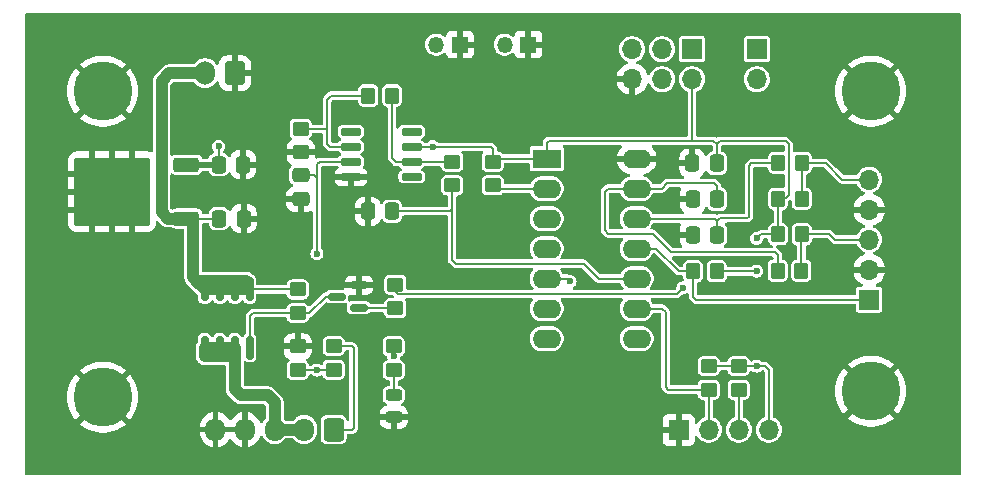
<source format=gbr>
%TF.GenerationSoftware,KiCad,Pcbnew,8.0.1*%
%TF.CreationDate,2024-10-12T16:06:52+02:00*%
%TF.ProjectId,SMD-Loetstation,534d442d-4c6f-4657-9473-746174696f6e,rev?*%
%TF.SameCoordinates,Original*%
%TF.FileFunction,Copper,L1,Top*%
%TF.FilePolarity,Positive*%
%FSLAX46Y46*%
G04 Gerber Fmt 4.6, Leading zero omitted, Abs format (unit mm)*
G04 Created by KiCad (PCBNEW 8.0.1) date 2024-10-12 16:06:52*
%MOMM*%
%LPD*%
G01*
G04 APERTURE LIST*
G04 Aperture macros list*
%AMRoundRect*
0 Rectangle with rounded corners*
0 $1 Rounding radius*
0 $2 $3 $4 $5 $6 $7 $8 $9 X,Y pos of 4 corners*
0 Add a 4 corners polygon primitive as box body*
4,1,4,$2,$3,$4,$5,$6,$7,$8,$9,$2,$3,0*
0 Add four circle primitives for the rounded corners*
1,1,$1+$1,$2,$3*
1,1,$1+$1,$4,$5*
1,1,$1+$1,$6,$7*
1,1,$1+$1,$8,$9*
0 Add four rect primitives between the rounded corners*
20,1,$1+$1,$2,$3,$4,$5,0*
20,1,$1+$1,$4,$5,$6,$7,0*
20,1,$1+$1,$6,$7,$8,$9,0*
20,1,$1+$1,$8,$9,$2,$3,0*%
G04 Aperture macros list end*
%TA.AperFunction,SMDPad,CuDef*%
%ADD10RoundRect,0.250000X0.450000X-0.350000X0.450000X0.350000X-0.450000X0.350000X-0.450000X-0.350000X0*%
%TD*%
%TA.AperFunction,SMDPad,CuDef*%
%ADD11RoundRect,0.250000X0.337500X0.475000X-0.337500X0.475000X-0.337500X-0.475000X0.337500X-0.475000X0*%
%TD*%
%TA.AperFunction,SMDPad,CuDef*%
%ADD12RoundRect,0.250000X-0.450000X0.350000X-0.450000X-0.350000X0.450000X-0.350000X0.450000X0.350000X0*%
%TD*%
%TA.AperFunction,SMDPad,CuDef*%
%ADD13RoundRect,0.250000X-0.350000X-0.450000X0.350000X-0.450000X0.350000X0.450000X-0.350000X0.450000X0*%
%TD*%
%TA.AperFunction,SMDPad,CuDef*%
%ADD14RoundRect,0.250000X-0.337500X-0.475000X0.337500X-0.475000X0.337500X0.475000X-0.337500X0.475000X0*%
%TD*%
%TA.AperFunction,ComponentPad*%
%ADD15C,5.000000*%
%TD*%
%TA.AperFunction,ComponentPad*%
%ADD16R,1.700000X1.700000*%
%TD*%
%TA.AperFunction,ComponentPad*%
%ADD17O,1.700000X1.700000*%
%TD*%
%TA.AperFunction,SMDPad,CuDef*%
%ADD18RoundRect,0.150000X0.587500X0.150000X-0.587500X0.150000X-0.587500X-0.150000X0.587500X-0.150000X0*%
%TD*%
%TA.AperFunction,ComponentPad*%
%ADD19R,1.350000X1.350000*%
%TD*%
%TA.AperFunction,ComponentPad*%
%ADD20O,1.350000X1.350000*%
%TD*%
%TA.AperFunction,SMDPad,CuDef*%
%ADD21RoundRect,0.250000X0.850000X0.350000X-0.850000X0.350000X-0.850000X-0.350000X0.850000X-0.350000X0*%
%TD*%
%TA.AperFunction,SMDPad,CuDef*%
%ADD22RoundRect,0.250000X1.275000X1.125000X-1.275000X1.125000X-1.275000X-1.125000X1.275000X-1.125000X0*%
%TD*%
%TA.AperFunction,SMDPad,CuDef*%
%ADD23RoundRect,0.249997X2.950003X2.650003X-2.950003X2.650003X-2.950003X-2.650003X2.950003X-2.650003X0*%
%TD*%
%TA.AperFunction,SMDPad,CuDef*%
%ADD24RoundRect,0.150000X0.150000X-0.825000X0.150000X0.825000X-0.150000X0.825000X-0.150000X-0.825000X0*%
%TD*%
%TA.AperFunction,ComponentPad*%
%ADD25RoundRect,0.250000X0.600000X0.750000X-0.600000X0.750000X-0.600000X-0.750000X0.600000X-0.750000X0*%
%TD*%
%TA.AperFunction,ComponentPad*%
%ADD26O,1.700000X2.000000*%
%TD*%
%TA.AperFunction,ComponentPad*%
%ADD27R,2.400000X1.600000*%
%TD*%
%TA.AperFunction,ComponentPad*%
%ADD28O,2.400000X1.600000*%
%TD*%
%TA.AperFunction,SMDPad,CuDef*%
%ADD29RoundRect,0.250000X-0.475000X0.337500X-0.475000X-0.337500X0.475000X-0.337500X0.475000X0.337500X0*%
%TD*%
%TA.AperFunction,SMDPad,CuDef*%
%ADD30RoundRect,0.150000X-0.725000X-0.150000X0.725000X-0.150000X0.725000X0.150000X-0.725000X0.150000X0*%
%TD*%
%TA.AperFunction,SMDPad,CuDef*%
%ADD31RoundRect,0.250000X0.350000X0.450000X-0.350000X0.450000X-0.350000X-0.450000X0.350000X-0.450000X0*%
%TD*%
%TA.AperFunction,SMDPad,CuDef*%
%ADD32RoundRect,0.243750X0.456250X-0.243750X0.456250X0.243750X-0.456250X0.243750X-0.456250X-0.243750X0*%
%TD*%
%TA.AperFunction,ComponentPad*%
%ADD33RoundRect,0.250000X0.600000X0.725000X-0.600000X0.725000X-0.600000X-0.725000X0.600000X-0.725000X0*%
%TD*%
%TA.AperFunction,ComponentPad*%
%ADD34O,1.700000X1.950000*%
%TD*%
%TA.AperFunction,ViaPad*%
%ADD35C,0.600000*%
%TD*%
%TA.AperFunction,Conductor*%
%ADD36C,0.200000*%
%TD*%
%TA.AperFunction,Conductor*%
%ADD37C,0.500000*%
%TD*%
%TA.AperFunction,Conductor*%
%ADD38C,1.000000*%
%TD*%
G04 APERTURE END LIST*
D10*
%TO.P,R12,1*%
%TO.N,Net-(J3-Pin_2)*%
X137668000Y-86709000D03*
%TO.P,R12,2*%
%TO.N,+5V*%
X137668000Y-84709000D03*
%TD*%
D11*
%TO.P,C3,1*%
%TO.N,Net-(U3-PA3)*%
X129159000Y-88911000D03*
%TO.P,C3,2*%
%TO.N,GND*%
X127084000Y-88911000D03*
%TD*%
D12*
%TO.P,R3,1*%
%TO.N,Net-(J6-Pin_1)*%
X124206000Y-100327000D03*
%TO.P,R3,2*%
%TO.N,Net-(U2-+)*%
X124206000Y-102327000D03*
%TD*%
D13*
%TO.P,R10,1*%
%TO.N,+5V*%
X161830000Y-87858600D03*
%TO.P,R10,2*%
%TO.N,Net-(J5-Pin_5)*%
X163830000Y-87858600D03*
%TD*%
D14*
%TO.P,C5,1*%
%TO.N,GND*%
X154602000Y-90894000D03*
%TO.P,C5,2*%
%TO.N,Net-(U3-PA1)*%
X156677000Y-90894000D03*
%TD*%
D15*
%TO.P,H1,1,1*%
%TO.N,GND*%
X104648000Y-78740000D03*
%TD*%
D12*
%TO.P,R18,1*%
%TO.N,Net-(R18-Pad1)*%
X134239000Y-84720000D03*
%TO.P,R18,2*%
%TO.N,Net-(U3-PA3)*%
X134239000Y-86720000D03*
%TD*%
D16*
%TO.P,J2,1,Pin_1*%
%TO.N,GND*%
X153416000Y-107416600D03*
D17*
%TO.P,J2,2,Pin_2*%
%TO.N,Net-(J2-Pin_2)*%
X155956000Y-107416600D03*
%TO.P,J2,3,Pin_3*%
%TO.N,Net-(J2-Pin_3)*%
X158496000Y-107416600D03*
%TO.P,J2,4,Pin_4*%
%TO.N,+5V*%
X161036000Y-107416600D03*
%TD*%
D12*
%TO.P,R4,1*%
%TO.N,+12V*%
X121158000Y-95536000D03*
%TO.P,R4,2*%
%TO.N,Net-(Q1-G)*%
X121158000Y-97536000D03*
%TD*%
D10*
%TO.P,R5,1*%
%TO.N,Net-(Q2-G)*%
X129413000Y-97136000D03*
%TO.P,R5,2*%
%TO.N,Net-(J8-Pin_2)*%
X129413000Y-95136000D03*
%TD*%
D18*
%TO.P,Q2,1,G*%
%TO.N,Net-(Q2-G)*%
X126335000Y-97086000D03*
%TO.P,Q2,2,S*%
%TO.N,GND*%
X126335000Y-95186000D03*
%TO.P,Q2,3,D*%
%TO.N,Net-(Q1-G)*%
X124460000Y-96136000D03*
%TD*%
D12*
%TO.P,R19,1*%
%TO.N,GND*%
X121158000Y-100359000D03*
%TO.P,R19,2*%
%TO.N,Net-(U2-+)*%
X121158000Y-102359000D03*
%TD*%
D16*
%TO.P,J8,1,Pin_1*%
%TO.N,Net-(J7-MISO)*%
X160020000Y-75184000D03*
D17*
%TO.P,J8,2,Pin_2*%
%TO.N,Net-(J8-Pin_2)*%
X160020000Y-77724000D03*
%TD*%
D19*
%TO.P,J4,1,Pin_1*%
%TO.N,GND*%
X140684000Y-74803000D03*
D20*
%TO.P,J4,2,Pin_2*%
%TO.N,Net-(J4-Pin_2)*%
X138684000Y-74803000D03*
%TD*%
D15*
%TO.P,H3,1,1*%
%TO.N,GND*%
X104648000Y-104648000D03*
%TD*%
D16*
%TO.P,J7,1,MISO*%
%TO.N,Net-(J7-MISO)*%
X154559000Y-75184000D03*
D17*
%TO.P,J7,2,VCC*%
%TO.N,+5V*%
X154559000Y-77724000D03*
%TO.P,J7,3,SCK*%
%TO.N,Net-(J2-Pin_2)*%
X152019000Y-75184000D03*
%TO.P,J7,4,MOSI*%
%TO.N,Net-(J2-Pin_3)*%
X152019000Y-77724000D03*
%TO.P,J7,5,~{RST}*%
%TO.N,Net-(J7-~{RST})*%
X149479000Y-75184000D03*
%TO.P,J7,6,GND*%
%TO.N,GND*%
X149479000Y-77724000D03*
%TD*%
D21*
%TO.P,U1,1,VI*%
%TO.N,+12V*%
X111727000Y-89528000D03*
D22*
%TO.P,U1,2,GND*%
%TO.N,GND*%
X107102000Y-88773000D03*
X107102000Y-85723000D03*
D23*
X105427000Y-87248000D03*
D22*
X103752000Y-88773000D03*
X103752000Y-85723000D03*
D21*
%TO.P,U1,3,VO*%
%TO.N,+5V*%
X111727000Y-84968000D03*
%TD*%
D24*
%TO.P,Q1,1,S*%
%TO.N,Net-(J6-Pin_2)*%
X113284000Y-100454000D03*
%TO.P,Q1,2,S*%
X114554000Y-100454000D03*
%TO.P,Q1,3,S*%
X115824000Y-100454000D03*
%TO.P,Q1,4,G*%
%TO.N,Net-(Q1-G)*%
X117094000Y-100454000D03*
%TO.P,Q1,5,D*%
%TO.N,+12V*%
X117094000Y-95504000D03*
%TO.P,Q1,6,D*%
X115824000Y-95504000D03*
%TO.P,Q1,7,D*%
X114554000Y-95504000D03*
%TO.P,Q1,8,D*%
X113284000Y-95504000D03*
%TD*%
D25*
%TO.P,J1,1,Pin_1*%
%TO.N,GND*%
X115824000Y-77216000D03*
D26*
%TO.P,J1,2,Pin_2*%
%TO.N,+12V*%
X113324000Y-77216000D03*
%TD*%
D27*
%TO.P,U3,1,VCC*%
%TO.N,+5V*%
X142240000Y-84455000D03*
D28*
%TO.P,U3,2,XTAL1/PB0*%
%TO.N,Net-(J3-Pin_2)*%
X142240000Y-86995000D03*
%TO.P,U3,3,XTAL2/PB1*%
%TO.N,Net-(J4-Pin_2)*%
X142240000Y-89535000D03*
%TO.P,U3,4,~{RESET}/PB3*%
%TO.N,Net-(J7-~{RST})*%
X142240000Y-92075000D03*
%TO.P,U3,5,PB2*%
%TO.N,Net-(U3-PB2)*%
X142240000Y-94615000D03*
%TO.P,U3,6,PA7*%
%TO.N,unconnected-(U3-PA7-Pad6)*%
X142240000Y-97155000D03*
%TO.P,U3,7,PA6*%
%TO.N,Net-(J2-Pin_3)*%
X142240000Y-99695000D03*
%TO.P,U3,8,PA5*%
%TO.N,Net-(J7-MISO)*%
X149860000Y-99695000D03*
%TO.P,U3,9,PA4*%
%TO.N,Net-(J2-Pin_2)*%
X149860000Y-97155000D03*
%TO.P,U3,10,PA3*%
%TO.N,Net-(U3-PA3)*%
X149860000Y-94615000D03*
%TO.P,U3,11,PA2*%
%TO.N,Net-(J5-Pin_1)*%
X149860000Y-92075000D03*
%TO.P,U3,12,PA1*%
%TO.N,Net-(U3-PA1)*%
X149860000Y-89535000D03*
%TO.P,U3,13,AREF/PA0*%
%TO.N,Net-(U3-AREF{slash}PA0)*%
X149860000Y-86995000D03*
%TO.P,U3,14,GND*%
%TO.N,GND*%
X149860000Y-84455000D03*
%TD*%
D29*
%TO.P,C1,1*%
%TO.N,Net-(U2-+)*%
X121412000Y-85820000D03*
%TO.P,C1,2*%
%TO.N,GND*%
X121412000Y-87895000D03*
%TD*%
D30*
%TO.P,U2,1,NC*%
%TO.N,unconnected-(U2-NC-Pad1)*%
X125660000Y-82180000D03*
%TO.P,U2,2,-*%
%TO.N,Net-(U2--)*%
X125660000Y-83450000D03*
%TO.P,U2,3,+*%
%TO.N,Net-(U2-+)*%
X125660000Y-84720000D03*
%TO.P,U2,4,V-*%
%TO.N,GND*%
X125660000Y-85990000D03*
%TO.P,U2,5,NC*%
%TO.N,unconnected-(U2-NC-Pad5)*%
X130810000Y-85990000D03*
%TO.P,U2,6*%
%TO.N,Net-(R18-Pad1)*%
X130810000Y-84720000D03*
%TO.P,U2,7,V+*%
%TO.N,+5V*%
X130810000Y-83450000D03*
%TO.P,U2,8,NC*%
%TO.N,unconnected-(U2-NC-Pad8)*%
X130810000Y-82180000D03*
%TD*%
D15*
%TO.P,H2,1,1*%
%TO.N,GND*%
X169672000Y-104140000D03*
%TD*%
D11*
%TO.P,C4,1*%
%TO.N,Net-(U3-AREF{slash}PA0)*%
X156677000Y-87884000D03*
%TO.P,C4,2*%
%TO.N,GND*%
X154602000Y-87884000D03*
%TD*%
D31*
%TO.P,R8,1*%
%TO.N,Net-(J5-Pin_3)*%
X163830000Y-90855800D03*
%TO.P,R8,2*%
%TO.N,+5V*%
X161830000Y-90855800D03*
%TD*%
%TO.P,R9,1*%
%TO.N,Net-(J5-Pin_3)*%
X163798000Y-93954600D03*
%TO.P,R9,2*%
%TO.N,Net-(U3-AREF{slash}PA0)*%
X161798000Y-93954600D03*
%TD*%
D10*
%TO.P,R14,1*%
%TO.N,Net-(D1-A)*%
X129286000Y-102346000D03*
%TO.P,R14,2*%
%TO.N,Net-(U3-PB2)*%
X129286000Y-100346000D03*
%TD*%
%TO.P,R7,1*%
%TO.N,Net-(J2-Pin_2)*%
X155956000Y-104013000D03*
%TO.P,R7,2*%
%TO.N,+5V*%
X155956000Y-102013000D03*
%TD*%
D14*
%TO.P,C7,1*%
%TO.N,+5V*%
X114468000Y-84963000D03*
%TO.P,C7,2*%
%TO.N,GND*%
X116543000Y-84963000D03*
%TD*%
D13*
%TO.P,R2,1*%
%TO.N,Net-(U2--)*%
X127143000Y-79121000D03*
%TO.P,R2,2*%
%TO.N,Net-(R18-Pad1)*%
X129143000Y-79121000D03*
%TD*%
D10*
%TO.P,R1,1*%
%TO.N,GND*%
X121412000Y-83915000D03*
%TO.P,R1,2*%
%TO.N,Net-(U2--)*%
X121412000Y-81915000D03*
%TD*%
D32*
%TO.P,D1,1,K*%
%TO.N,GND*%
X129286000Y-106347500D03*
%TO.P,D1,2,A*%
%TO.N,Net-(D1-A)*%
X129286000Y-104472500D03*
%TD*%
D31*
%TO.P,R11,1*%
%TO.N,Net-(J5-Pin_5)*%
X163823400Y-84810600D03*
%TO.P,R11,2*%
%TO.N,Net-(U3-PA1)*%
X161823400Y-84810600D03*
%TD*%
D14*
%TO.P,C6,1*%
%TO.N,+12V*%
X114511000Y-89535000D03*
%TO.P,C6,2*%
%TO.N,GND*%
X116586000Y-89535000D03*
%TD*%
D19*
%TO.P,J3,1,Pin_1*%
%TO.N,GND*%
X134874000Y-74803000D03*
D20*
%TO.P,J3,2,Pin_2*%
%TO.N,Net-(J3-Pin_2)*%
X132874000Y-74803000D03*
%TD*%
D16*
%TO.P,J5,1,Pin_1*%
%TO.N,Net-(J5-Pin_1)*%
X169545000Y-96393000D03*
D17*
%TO.P,J5,2,Pin_2*%
%TO.N,GND*%
X169545000Y-93853000D03*
%TO.P,J5,3,Pin_3*%
%TO.N,Net-(J5-Pin_3)*%
X169545000Y-91313000D03*
%TO.P,J5,4,Pin_4*%
%TO.N,GND*%
X169545000Y-88773000D03*
%TO.P,J5,5,Pin_5*%
%TO.N,Net-(J5-Pin_5)*%
X169545000Y-86233000D03*
%TD*%
D10*
%TO.P,R6,1*%
%TO.N,Net-(J2-Pin_3)*%
X158496000Y-104013000D03*
%TO.P,R6,2*%
%TO.N,+5V*%
X158496000Y-102013000D03*
%TD*%
D15*
%TO.P,H4,1,1*%
%TO.N,GND*%
X169672000Y-78740000D03*
%TD*%
D13*
%TO.P,R13,1*%
%TO.N,Net-(J5-Pin_1)*%
X154618000Y-93980000D03*
%TO.P,R13,2*%
%TO.N,+5V*%
X156618000Y-93980000D03*
%TD*%
D33*
%TO.P,J6,1,Pin_1*%
%TO.N,Net-(J6-Pin_1)*%
X124191400Y-107391200D03*
D34*
%TO.P,J6,2,Pin_2*%
%TO.N,Net-(J6-Pin_2)*%
X121691400Y-107391200D03*
%TO.P,J6,3,Pin_3*%
X119191400Y-107391200D03*
%TO.P,J6,4,Pin_4*%
%TO.N,GND*%
X116691400Y-107391200D03*
%TO.P,J6,5,Pin_5*%
X114191400Y-107391200D03*
%TD*%
D11*
%TO.P,C2,1*%
%TO.N,+5V*%
X156634000Y-84836000D03*
%TO.P,C2,2*%
%TO.N,GND*%
X154559000Y-84836000D03*
%TD*%
D35*
%TO.N,GND*%
X151688800Y-90220800D03*
X151587200Y-88188800D03*
X160274000Y-86283800D03*
X158292800Y-86309200D03*
X157226000Y-80365600D03*
X145389600Y-94843600D03*
%TO.N,Net-(U2-+)*%
X122783600Y-102359000D03*
X122783600Y-92506800D03*
%TO.N,+5V*%
X160020000Y-91211400D03*
X160020000Y-93980000D03*
X114452400Y-83413600D03*
X160020000Y-102013000D03*
X132588000Y-83450000D03*
%TO.N,Net-(J8-Pin_2)*%
X153771600Y-95402400D03*
%TO.N,Net-(U3-PB2)*%
X129286000Y-101193600D03*
X144221200Y-94843600D03*
%TD*%
D36*
%TO.N,Net-(U2-+)*%
X122047000Y-85820000D02*
X122548400Y-85820000D01*
X123001200Y-84720000D02*
X125660000Y-84720000D01*
X122783600Y-92506800D02*
X122783600Y-84937600D01*
X124238000Y-102359000D02*
X124206000Y-102327000D01*
X122548400Y-85820000D02*
X122783600Y-86055200D01*
X121158000Y-102359000D02*
X124238000Y-102359000D01*
X122783600Y-84937600D02*
X123001200Y-84720000D01*
%TO.N,+5V*%
X142439300Y-82934900D02*
X154559000Y-82934900D01*
X114468000Y-84769600D02*
X114468000Y-84963000D01*
X160020000Y-91211400D02*
X160401000Y-90830400D01*
X162736400Y-87504400D02*
X162736400Y-83234400D01*
X114468000Y-83429200D02*
X114468000Y-84963000D01*
X130810000Y-83450000D02*
X131994300Y-83450000D01*
X142240000Y-84455000D02*
X142240000Y-83134200D01*
X114452400Y-83413600D02*
X114468000Y-83429200D01*
X156870400Y-82956400D02*
X156634000Y-83192800D01*
D37*
X114468000Y-84963000D02*
X111732000Y-84963000D01*
D36*
X160737800Y-102013000D02*
X161036000Y-102311200D01*
X160020000Y-102013000D02*
X160737800Y-102013000D01*
X137668000Y-84709000D02*
X137922000Y-84455000D01*
X156340900Y-82934900D02*
X156634000Y-83228000D01*
X162483800Y-87757000D02*
X162736400Y-87504400D01*
X111732000Y-84963000D02*
X111727000Y-84968000D01*
X137501200Y-83450000D02*
X137668000Y-83616800D01*
X154559000Y-77724000D02*
X154559000Y-78875700D01*
X114452400Y-83515200D02*
X114452400Y-83413600D01*
X156634000Y-83228000D02*
X156634000Y-84836000D01*
X132588000Y-83450000D02*
X137501200Y-83450000D01*
X159993800Y-94004600D02*
X160020000Y-94030800D01*
X162458400Y-82956400D02*
X156870400Y-82956400D01*
X156634000Y-83192800D02*
X156634000Y-84836000D01*
X137668000Y-83616800D02*
X137668000Y-84709000D01*
X158496000Y-102013000D02*
X155956000Y-102013000D01*
X161036000Y-102311200D02*
X161036000Y-107416600D01*
X154559000Y-78875700D02*
X154559000Y-82934900D01*
X154559000Y-82934900D02*
X156340900Y-82934900D01*
X156642600Y-94004600D02*
X159993800Y-94004600D01*
X137922000Y-84455000D02*
X142240000Y-84455000D01*
X142240000Y-83134200D02*
X142439300Y-82934900D01*
X160020000Y-102013000D02*
X158496000Y-102013000D01*
X161830000Y-87757000D02*
X162483800Y-87757000D01*
X156618000Y-93980000D02*
X157123400Y-94485400D01*
X160401000Y-90830400D02*
X161830000Y-90830400D01*
X131994300Y-83450000D02*
X132588000Y-83450000D01*
X161830000Y-90830400D02*
X161830000Y-87757000D01*
X162736400Y-83234400D02*
X162458400Y-82956400D01*
X156618000Y-93980000D02*
X156642600Y-94004600D01*
%TO.N,Net-(U3-PA3)*%
X134239000Y-88722200D02*
X134239000Y-86720000D01*
X145364200Y-93345000D02*
X146634200Y-94615000D01*
X129159000Y-88911000D02*
X134050200Y-88911000D01*
X146634200Y-94615000D02*
X149860000Y-94615000D01*
X134239000Y-86720000D02*
X134239000Y-93040200D01*
X134239000Y-93040200D02*
X134543800Y-93345000D01*
X134543800Y-93345000D02*
X145364200Y-93345000D01*
X134050200Y-88911000D02*
X134239000Y-88722200D01*
D38*
%TO.N,+12V*%
X110286800Y-77216000D02*
X109626400Y-77876400D01*
X115824000Y-95504000D02*
X116687600Y-95504000D01*
X114554000Y-95504000D02*
X115824000Y-95504000D01*
X116814600Y-94792800D02*
X112572800Y-94792800D01*
D36*
X120790000Y-95504000D02*
X121158000Y-95136000D01*
X111734000Y-89535000D02*
X114511000Y-89535000D01*
D38*
X109626400Y-88976200D02*
X110178200Y-89528000D01*
X112293400Y-90094400D02*
X112293400Y-94513400D01*
X113284000Y-95504000D02*
X114554000Y-95504000D01*
D36*
X117126000Y-95536000D02*
X117094000Y-95504000D01*
X121158000Y-95536000D02*
X117126000Y-95536000D01*
D38*
X116687600Y-95504000D02*
X116713000Y-95478600D01*
D37*
X117144800Y-95453200D02*
X117094000Y-95504000D01*
D38*
X112572800Y-94792800D02*
X113284000Y-95504000D01*
X113324000Y-77216000D02*
X110286800Y-77216000D01*
X109626400Y-77876400D02*
X109626400Y-88976200D01*
X110178200Y-89528000D02*
X111727000Y-89528000D01*
X112293400Y-94513400D02*
X113284000Y-95504000D01*
D36*
%TO.N,Net-(J2-Pin_2)*%
X149860000Y-97155000D02*
X152019000Y-97155000D01*
X152527000Y-104013000D02*
X155956000Y-104013000D01*
X152298400Y-97434400D02*
X152298400Y-103784400D01*
X152019000Y-97155000D02*
X152298400Y-97434400D01*
X152298400Y-103784400D02*
X152527000Y-104013000D01*
X155956000Y-104013000D02*
X155956000Y-107416600D01*
%TO.N,Net-(J2-Pin_3)*%
X158496000Y-104013000D02*
X158496000Y-107416600D01*
%TO.N,Net-(J3-Pin_2)*%
X142240000Y-86995000D02*
X137954000Y-86995000D01*
X137954000Y-86995000D02*
X137668000Y-86709000D01*
%TO.N,Net-(J5-Pin_1)*%
X154863800Y-96393000D02*
X154618000Y-96147200D01*
X153416000Y-93980000D02*
X154618000Y-93980000D01*
X151511000Y-92075000D02*
X153416000Y-93980000D01*
X154618000Y-96147200D02*
X154618000Y-93980000D01*
X169545000Y-96393000D02*
X154863800Y-96393000D01*
X149860000Y-92075000D02*
X151511000Y-92075000D01*
%TO.N,Net-(J5-Pin_3)*%
X163798000Y-91141800D02*
X163798000Y-93954600D01*
X169545000Y-91313000D02*
X166649400Y-91313000D01*
X166166800Y-90830400D02*
X164109400Y-90830400D01*
X166649400Y-91313000D02*
X166166800Y-90830400D01*
X164109400Y-90830400D02*
X163798000Y-91141800D01*
%TO.N,Net-(J5-Pin_5)*%
X169545000Y-86233000D02*
X167259000Y-86233000D01*
X163830000Y-84836000D02*
X163830000Y-87757000D01*
X167259000Y-86233000D02*
X165862000Y-84836000D01*
X165862000Y-84836000D02*
X163830000Y-84836000D01*
D38*
%TO.N,Net-(J6-Pin_2)*%
X115824000Y-100454000D02*
X115824000Y-101193600D01*
X115824000Y-100454000D02*
X113639600Y-100454000D01*
X115824000Y-103987600D02*
X116332000Y-104495600D01*
X119206000Y-105083600D02*
X119206000Y-107391200D01*
X115824000Y-101193600D02*
X114023600Y-101193600D01*
X113284000Y-100454000D02*
X113334800Y-100504800D01*
X113309400Y-101193600D02*
X114630200Y-101193600D01*
X114023600Y-101193600D02*
X113284000Y-100454000D01*
X118618000Y-104495600D02*
X119206000Y-105083600D01*
X115824000Y-101193600D02*
X115824000Y-103987600D01*
X113284000Y-100454000D02*
X113284000Y-101168200D01*
X119206000Y-107391200D02*
X121536600Y-107391200D01*
X113284000Y-101168200D02*
X113309400Y-101193600D01*
X121536600Y-107391200D02*
X121706000Y-107560600D01*
X116332000Y-104495600D02*
X118618000Y-104495600D01*
D36*
%TO.N,Net-(J6-Pin_1)*%
X125882400Y-107289600D02*
X125780800Y-107391200D01*
X125727000Y-100327000D02*
X125882400Y-100482400D01*
X125780800Y-107391200D02*
X124191400Y-107391200D01*
X125882400Y-100482400D02*
X125882400Y-107289600D01*
X124206000Y-100327000D02*
X125727000Y-100327000D01*
%TO.N,Net-(J8-Pin_2)*%
X129413000Y-95681800D02*
X129413000Y-95136000D01*
X153263600Y-95910400D02*
X129641600Y-95910400D01*
X129641600Y-95910400D02*
X129413000Y-95681800D01*
X153771600Y-95402400D02*
X153263600Y-95910400D01*
%TO.N,Net-(Q1-G)*%
X117094000Y-100454000D02*
X117094000Y-97790000D01*
X117094000Y-97790000D02*
X117348000Y-97536000D01*
X117348000Y-97536000D02*
X121158000Y-97536000D01*
X121158000Y-97536000D02*
X122123200Y-97536000D01*
X122123200Y-97536000D02*
X123523200Y-96136000D01*
X123523200Y-96136000D02*
X124460000Y-96136000D01*
%TO.N,Net-(Q2-G)*%
X129363000Y-97086000D02*
X129413000Y-97136000D01*
X126335000Y-97086000D02*
X129363000Y-97086000D01*
%TO.N,Net-(U2--)*%
X121412000Y-81915000D02*
X121437400Y-81940400D01*
X123647200Y-83210400D02*
X123647200Y-81940400D01*
X123647200Y-81940400D02*
X123647200Y-79451200D01*
X125660000Y-83450000D02*
X123886800Y-83450000D01*
X123647200Y-79451200D02*
X123977400Y-79121000D01*
X123886800Y-83450000D02*
X123647200Y-83210400D01*
X123977400Y-79121000D02*
X127143000Y-79121000D01*
X121437400Y-81940400D02*
X123647200Y-81940400D01*
%TO.N,Net-(R18-Pad1)*%
X129474800Y-84720000D02*
X129143000Y-84388200D01*
X130810000Y-84720000D02*
X129474800Y-84720000D01*
X134239000Y-84720000D02*
X130810000Y-84720000D01*
X129143000Y-84388200D02*
X129143000Y-79121000D01*
%TO.N,Net-(U3-PA1)*%
X156667200Y-89712800D02*
X156667200Y-89979200D01*
X156677000Y-89989000D02*
X156677000Y-90894000D01*
X159207200Y-89509600D02*
X156870400Y-89509600D01*
X159562800Y-84836000D02*
X159359600Y-85039200D01*
X159359600Y-89357200D02*
X159207200Y-89509600D01*
X149860000Y-89535000D02*
X156489400Y-89535000D01*
X156667200Y-89979200D02*
X156677000Y-89989000D01*
X161830000Y-84836000D02*
X159562800Y-84836000D01*
X156870400Y-89509600D02*
X156667200Y-89712800D01*
X156489400Y-89535000D02*
X156667200Y-89712800D01*
X159359600Y-85039200D02*
X159359600Y-89357200D01*
%TO.N,Net-(U3-AREF{slash}PA0)*%
X147447000Y-90805000D02*
X147142200Y-90500200D01*
X156413200Y-86537800D02*
X152425400Y-86537800D01*
X147142200Y-90500200D02*
X147142200Y-87249000D01*
X152425400Y-86537800D02*
X151968200Y-86995000D01*
X151968200Y-86995000D02*
X149860000Y-86995000D01*
X161594800Y-92379800D02*
X152781000Y-92379800D01*
X156677000Y-87884000D02*
X156677000Y-86801600D01*
X161798000Y-92583000D02*
X161594800Y-92379800D01*
X156677000Y-86801600D02*
X156413200Y-86537800D01*
X151206200Y-90805000D02*
X147447000Y-90805000D01*
X152781000Y-92379800D02*
X151206200Y-90805000D01*
X147396200Y-86995000D02*
X149860000Y-86995000D01*
X161798000Y-93954600D02*
X161798000Y-92583000D01*
X147142200Y-87249000D02*
X147396200Y-86995000D01*
%TO.N,Net-(D1-A)*%
X129286000Y-104472500D02*
X129286000Y-102346000D01*
%TO.N,Net-(U3-PB2)*%
X143992600Y-94615000D02*
X142240000Y-94615000D01*
X144221200Y-94843600D02*
X143992600Y-94615000D01*
X129286000Y-100346000D02*
X129286000Y-101346000D01*
%TD*%
%TA.AperFunction,Conductor*%
%TO.N,GND*%
G36*
X116248770Y-107207857D02*
G01*
X116216400Y-107328665D01*
X116216400Y-107453735D01*
X116248770Y-107574543D01*
X116287254Y-107641200D01*
X114595546Y-107641200D01*
X114634030Y-107574543D01*
X114666400Y-107453735D01*
X114666400Y-107328665D01*
X114634030Y-107207857D01*
X114595546Y-107141200D01*
X116287254Y-107141200D01*
X116248770Y-107207857D01*
G37*
%TD.AperFunction*%
%TA.AperFunction,Conductor*%
G36*
X165732495Y-85206185D02*
G01*
X165753137Y-85222819D01*
X166369441Y-85839122D01*
X166978531Y-86448212D01*
X167043788Y-86513469D01*
X167043791Y-86513470D01*
X167043794Y-86513473D01*
X167123706Y-86559611D01*
X167123707Y-86559611D01*
X167123712Y-86559614D01*
X167212856Y-86583500D01*
X168413365Y-86583500D01*
X168480404Y-86603185D01*
X168524365Y-86652228D01*
X168605327Y-86814821D01*
X168728237Y-86977581D01*
X168878958Y-87114980D01*
X168878960Y-87114982D01*
X168961784Y-87166264D01*
X169052363Y-87222348D01*
X169133283Y-87253696D01*
X169188685Y-87296269D01*
X169212276Y-87362035D01*
X169196565Y-87430116D01*
X169146542Y-87478895D01*
X169120586Y-87489097D01*
X169081519Y-87499565D01*
X169081507Y-87499570D01*
X168867422Y-87599399D01*
X168867420Y-87599400D01*
X168673926Y-87734886D01*
X168673920Y-87734891D01*
X168506891Y-87901920D01*
X168506886Y-87901926D01*
X168371400Y-88095420D01*
X168371399Y-88095422D01*
X168271570Y-88309507D01*
X168271567Y-88309513D01*
X168214364Y-88522999D01*
X168214364Y-88523000D01*
X169111988Y-88523000D01*
X169079075Y-88580007D01*
X169045000Y-88707174D01*
X169045000Y-88838826D01*
X169079075Y-88965993D01*
X169111988Y-89023000D01*
X168214364Y-89023000D01*
X168271567Y-89236486D01*
X168271570Y-89236492D01*
X168371399Y-89450578D01*
X168506894Y-89644082D01*
X168673917Y-89811105D01*
X168867421Y-89946600D01*
X169081507Y-90046429D01*
X169081516Y-90046433D01*
X169120583Y-90056901D01*
X169180244Y-90093266D01*
X169210773Y-90156113D01*
X169202479Y-90225488D01*
X169157993Y-90279366D01*
X169133284Y-90292302D01*
X169052373Y-90323647D01*
X169052357Y-90323655D01*
X168878960Y-90431017D01*
X168878958Y-90431019D01*
X168728237Y-90568418D01*
X168605327Y-90731178D01*
X168524365Y-90893772D01*
X168476862Y-90945009D01*
X168413365Y-90962500D01*
X166845944Y-90962500D01*
X166778905Y-90942815D01*
X166758263Y-90926181D01*
X166382013Y-90549931D01*
X166382008Y-90549927D01*
X166302090Y-90503787D01*
X166302089Y-90503786D01*
X166302088Y-90503786D01*
X166212944Y-90479900D01*
X166212943Y-90479900D01*
X164804499Y-90479900D01*
X164737460Y-90460215D01*
X164691705Y-90407411D01*
X164681648Y-90361183D01*
X164680900Y-90361223D01*
X164680854Y-90361229D01*
X164680853Y-90361226D01*
X164680676Y-90361236D01*
X164680499Y-90357935D01*
X164680499Y-90357928D01*
X164674665Y-90303655D01*
X164674091Y-90298316D01*
X164623797Y-90163471D01*
X164623793Y-90163464D01*
X164537547Y-90048255D01*
X164537544Y-90048252D01*
X164422335Y-89962006D01*
X164422328Y-89962002D01*
X164287482Y-89911708D01*
X164287483Y-89911708D01*
X164227883Y-89905301D01*
X164227881Y-89905300D01*
X164227873Y-89905300D01*
X164227864Y-89905300D01*
X163432129Y-89905300D01*
X163432123Y-89905301D01*
X163372516Y-89911708D01*
X163237671Y-89962002D01*
X163237664Y-89962006D01*
X163122455Y-90048252D01*
X163122452Y-90048255D01*
X163036206Y-90163464D01*
X163036202Y-90163471D01*
X162985908Y-90298317D01*
X162982501Y-90330011D01*
X162979501Y-90357923D01*
X162979500Y-90357935D01*
X162979500Y-91353670D01*
X162979501Y-91353676D01*
X162985908Y-91413283D01*
X163036202Y-91548128D01*
X163036206Y-91548135D01*
X163122452Y-91663344D01*
X163122455Y-91663347D01*
X163237664Y-91749593D01*
X163237671Y-91749597D01*
X163366833Y-91797771D01*
X163422767Y-91839642D01*
X163447184Y-91905106D01*
X163447500Y-91913953D01*
X163447500Y-92887623D01*
X163427815Y-92954662D01*
X163375011Y-93000417D01*
X163347865Y-93007866D01*
X163348068Y-93008724D01*
X163340520Y-93010507D01*
X163205671Y-93060802D01*
X163205664Y-93060806D01*
X163090455Y-93147052D01*
X163090452Y-93147055D01*
X163004206Y-93262264D01*
X163004202Y-93262271D01*
X162953908Y-93397117D01*
X162947911Y-93452901D01*
X162947501Y-93456723D01*
X162947500Y-93456735D01*
X162947500Y-94452470D01*
X162947501Y-94452476D01*
X162953908Y-94512083D01*
X163004202Y-94646928D01*
X163004206Y-94646935D01*
X163090452Y-94762144D01*
X163090455Y-94762147D01*
X163205664Y-94848393D01*
X163205671Y-94848397D01*
X163340517Y-94898691D01*
X163340516Y-94898691D01*
X163347444Y-94899435D01*
X163400127Y-94905100D01*
X164195872Y-94905099D01*
X164255483Y-94898691D01*
X164390331Y-94848396D01*
X164505546Y-94762146D01*
X164591796Y-94646931D01*
X164642091Y-94512083D01*
X164648500Y-94452473D01*
X164648499Y-93456728D01*
X164642091Y-93397117D01*
X164625636Y-93353000D01*
X164591797Y-93262271D01*
X164591793Y-93262264D01*
X164505547Y-93147055D01*
X164505544Y-93147052D01*
X164390335Y-93060806D01*
X164390328Y-93060802D01*
X164255482Y-93010508D01*
X164247938Y-93008726D01*
X164248474Y-93006453D01*
X164194688Y-92984171D01*
X164154843Y-92926777D01*
X164148500Y-92887624D01*
X164148500Y-91926216D01*
X164168185Y-91859177D01*
X164220989Y-91813422D01*
X164259246Y-91802926D01*
X164287483Y-91799891D01*
X164422331Y-91749596D01*
X164537546Y-91663346D01*
X164623796Y-91548131D01*
X164674091Y-91413283D01*
X164680500Y-91353673D01*
X164680500Y-91304900D01*
X164700185Y-91237861D01*
X164752989Y-91192106D01*
X164804500Y-91180900D01*
X165970256Y-91180900D01*
X166037295Y-91200585D01*
X166057937Y-91217219D01*
X166434187Y-91593469D01*
X166434188Y-91593470D01*
X166434190Y-91593471D01*
X166465122Y-91611329D01*
X166465124Y-91611331D01*
X166465125Y-91611331D01*
X166514112Y-91639614D01*
X166603256Y-91663500D01*
X168413365Y-91663500D01*
X168480404Y-91683185D01*
X168524365Y-91732228D01*
X168605327Y-91894821D01*
X168728237Y-92057581D01*
X168878958Y-92194980D01*
X168878960Y-92194982D01*
X168978141Y-92256392D01*
X169052363Y-92302348D01*
X169133283Y-92333696D01*
X169188685Y-92376269D01*
X169212276Y-92442035D01*
X169196565Y-92510116D01*
X169146542Y-92558895D01*
X169120586Y-92569097D01*
X169081519Y-92579565D01*
X169081507Y-92579570D01*
X168867422Y-92679399D01*
X168867420Y-92679400D01*
X168673926Y-92814886D01*
X168673920Y-92814891D01*
X168506891Y-92981920D01*
X168506886Y-92981926D01*
X168371400Y-93175420D01*
X168371399Y-93175422D01*
X168271570Y-93389507D01*
X168271567Y-93389513D01*
X168214364Y-93602999D01*
X168214364Y-93603000D01*
X169111988Y-93603000D01*
X169079075Y-93660007D01*
X169045000Y-93787174D01*
X169045000Y-93918826D01*
X169079075Y-94045993D01*
X169111988Y-94103000D01*
X168214364Y-94103000D01*
X168271567Y-94316486D01*
X168271570Y-94316492D01*
X168371399Y-94530578D01*
X168506894Y-94724082D01*
X168673917Y-94891105D01*
X168867421Y-95026600D01*
X168930723Y-95056118D01*
X168983162Y-95102290D01*
X169002314Y-95169484D01*
X168982098Y-95236365D01*
X168928933Y-95281700D01*
X168878318Y-95292500D01*
X168670323Y-95292500D01*
X168597264Y-95307032D01*
X168597260Y-95307033D01*
X168514399Y-95362399D01*
X168459033Y-95445260D01*
X168459032Y-95445264D01*
X168444500Y-95518321D01*
X168444500Y-95918500D01*
X168424815Y-95985539D01*
X168372011Y-96031294D01*
X168320500Y-96042500D01*
X155092500Y-96042500D01*
X155025461Y-96022815D01*
X154979706Y-95970011D01*
X154968500Y-95918500D01*
X154968500Y-95046976D01*
X154988185Y-94979937D01*
X155040989Y-94934182D01*
X155068135Y-94926736D01*
X155067932Y-94925876D01*
X155075479Y-94924092D01*
X155075481Y-94924091D01*
X155075483Y-94924091D01*
X155210331Y-94873796D01*
X155325546Y-94787546D01*
X155411796Y-94672331D01*
X155462091Y-94537483D01*
X155468500Y-94477873D01*
X155468500Y-94477870D01*
X155767500Y-94477870D01*
X155767501Y-94477876D01*
X155773908Y-94537483D01*
X155824202Y-94672328D01*
X155824206Y-94672335D01*
X155910452Y-94787544D01*
X155910455Y-94787547D01*
X156025664Y-94873793D01*
X156025671Y-94873797D01*
X156160517Y-94924091D01*
X156160516Y-94924091D01*
X156167444Y-94924835D01*
X156220127Y-94930500D01*
X157015872Y-94930499D01*
X157075483Y-94924091D01*
X157210331Y-94873796D01*
X157325546Y-94787546D01*
X157334338Y-94775801D01*
X157345869Y-94760398D01*
X157357448Y-94747033D01*
X157403870Y-94700613D01*
X157450014Y-94620688D01*
X157473900Y-94531544D01*
X157473900Y-94479100D01*
X157493585Y-94412061D01*
X157546389Y-94366306D01*
X157597900Y-94355100D01*
X159562452Y-94355100D01*
X159629491Y-94374785D01*
X159637938Y-94380724D01*
X159700143Y-94428455D01*
X159742375Y-94460861D01*
X159876291Y-94516330D01*
X159991851Y-94531544D01*
X160019999Y-94535250D01*
X160020000Y-94535250D01*
X160020001Y-94535250D01*
X160034977Y-94533278D01*
X160163709Y-94516330D01*
X160297625Y-94460861D01*
X160412621Y-94372621D01*
X160500861Y-94257625D01*
X160556330Y-94123709D01*
X160575250Y-93980000D01*
X160556330Y-93836291D01*
X160500861Y-93702375D01*
X160412621Y-93587379D01*
X160297625Y-93499139D01*
X160297624Y-93499138D01*
X160297622Y-93499137D01*
X160163712Y-93443671D01*
X160163710Y-93443670D01*
X160163709Y-93443670D01*
X160091854Y-93434210D01*
X160020001Y-93424750D01*
X160019999Y-93424750D01*
X159876291Y-93443670D01*
X159876287Y-93443671D01*
X159742377Y-93499137D01*
X159734085Y-93505500D01*
X159627379Y-93587379D01*
X159615394Y-93602999D01*
X159613407Y-93605588D01*
X159556978Y-93646790D01*
X159515032Y-93654100D01*
X157592499Y-93654100D01*
X157525460Y-93634415D01*
X157479705Y-93581611D01*
X157468499Y-93530100D01*
X157468499Y-93482129D01*
X157468498Y-93482123D01*
X157468497Y-93482116D01*
X157462091Y-93422517D01*
X157452617Y-93397117D01*
X157411797Y-93287671D01*
X157411793Y-93287664D01*
X157325547Y-93172455D01*
X157325544Y-93172452D01*
X157210335Y-93086206D01*
X157210328Y-93086202D01*
X157075482Y-93035908D01*
X157075483Y-93035908D01*
X157015883Y-93029501D01*
X157015881Y-93029500D01*
X157015873Y-93029500D01*
X157015864Y-93029500D01*
X156220129Y-93029500D01*
X156220123Y-93029501D01*
X156160516Y-93035908D01*
X156025671Y-93086202D01*
X156025664Y-93086206D01*
X155910455Y-93172452D01*
X155910452Y-93172455D01*
X155824206Y-93287664D01*
X155824202Y-93287671D01*
X155773908Y-93422517D01*
X155770230Y-93456735D01*
X155767501Y-93482123D01*
X155767500Y-93482135D01*
X155767500Y-94477870D01*
X155468500Y-94477870D01*
X155468499Y-93482128D01*
X155462091Y-93422517D01*
X155452617Y-93397117D01*
X155411797Y-93287671D01*
X155411793Y-93287664D01*
X155325547Y-93172455D01*
X155325544Y-93172452D01*
X155210335Y-93086206D01*
X155210328Y-93086202D01*
X155075482Y-93035908D01*
X155075483Y-93035908D01*
X155015883Y-93029501D01*
X155015881Y-93029500D01*
X155015873Y-93029500D01*
X155015864Y-93029500D01*
X154220129Y-93029500D01*
X154220123Y-93029501D01*
X154160516Y-93035908D01*
X154025671Y-93086202D01*
X154025664Y-93086206D01*
X153910455Y-93172452D01*
X153910452Y-93172455D01*
X153824206Y-93287664D01*
X153824202Y-93287671D01*
X153773908Y-93422517D01*
X153770230Y-93456735D01*
X153767501Y-93482123D01*
X153767500Y-93482135D01*
X153767500Y-93505500D01*
X153747815Y-93572539D01*
X153695011Y-93618294D01*
X153643500Y-93629500D01*
X153612544Y-93629500D01*
X153545505Y-93609815D01*
X153524863Y-93593181D01*
X152873663Y-92941981D01*
X152840178Y-92880658D01*
X152845162Y-92810966D01*
X152887034Y-92755033D01*
X152952498Y-92730616D01*
X152961344Y-92730300D01*
X161323500Y-92730300D01*
X161390539Y-92749985D01*
X161436294Y-92802789D01*
X161447500Y-92854300D01*
X161447500Y-92887623D01*
X161427815Y-92954662D01*
X161375011Y-93000417D01*
X161347865Y-93007866D01*
X161348068Y-93008724D01*
X161340520Y-93010507D01*
X161205671Y-93060802D01*
X161205664Y-93060806D01*
X161090455Y-93147052D01*
X161090452Y-93147055D01*
X161004206Y-93262264D01*
X161004202Y-93262271D01*
X160953908Y-93397117D01*
X160947911Y-93452901D01*
X160947501Y-93456723D01*
X160947500Y-93456735D01*
X160947500Y-94452470D01*
X160947501Y-94452476D01*
X160953908Y-94512083D01*
X161004202Y-94646928D01*
X161004206Y-94646935D01*
X161090452Y-94762144D01*
X161090455Y-94762147D01*
X161205664Y-94848393D01*
X161205671Y-94848397D01*
X161340517Y-94898691D01*
X161340516Y-94898691D01*
X161347444Y-94899435D01*
X161400127Y-94905100D01*
X162195872Y-94905099D01*
X162255483Y-94898691D01*
X162390331Y-94848396D01*
X162505546Y-94762146D01*
X162591796Y-94646931D01*
X162642091Y-94512083D01*
X162648500Y-94452473D01*
X162648499Y-93456728D01*
X162642091Y-93397117D01*
X162625636Y-93353000D01*
X162591797Y-93262271D01*
X162591793Y-93262264D01*
X162505547Y-93147055D01*
X162505544Y-93147052D01*
X162390335Y-93060806D01*
X162390328Y-93060802D01*
X162255482Y-93010508D01*
X162247938Y-93008726D01*
X162248474Y-93006453D01*
X162194688Y-92984171D01*
X162154843Y-92926777D01*
X162148500Y-92887624D01*
X162148500Y-92536858D01*
X162148500Y-92536856D01*
X162124614Y-92447712D01*
X162111790Y-92425500D01*
X162078470Y-92367788D01*
X161810012Y-92099330D01*
X161810011Y-92099329D01*
X161810008Y-92099327D01*
X161730090Y-92053187D01*
X161730085Y-92053185D01*
X161718471Y-92050073D01*
X161658812Y-92013707D01*
X161628283Y-91950860D01*
X161636580Y-91881484D01*
X161681066Y-91827607D01*
X161747618Y-91806334D01*
X161750516Y-91806299D01*
X162227872Y-91806299D01*
X162287483Y-91799891D01*
X162422331Y-91749596D01*
X162537546Y-91663346D01*
X162623796Y-91548131D01*
X162674091Y-91413283D01*
X162680500Y-91353673D01*
X162680499Y-90357928D01*
X162674665Y-90303655D01*
X162674091Y-90298316D01*
X162623797Y-90163471D01*
X162623793Y-90163464D01*
X162537547Y-90048255D01*
X162537544Y-90048252D01*
X162422335Y-89962006D01*
X162422328Y-89962002D01*
X162287482Y-89911708D01*
X162279938Y-89909926D01*
X162280474Y-89907653D01*
X162226688Y-89885371D01*
X162186843Y-89827977D01*
X162180500Y-89788824D01*
X162180500Y-88925576D01*
X162200185Y-88858537D01*
X162252989Y-88812782D01*
X162280135Y-88805336D01*
X162279932Y-88804476D01*
X162287479Y-88802692D01*
X162287481Y-88802691D01*
X162287483Y-88802691D01*
X162422331Y-88752396D01*
X162537546Y-88666146D01*
X162623796Y-88550931D01*
X162674091Y-88416083D01*
X162680500Y-88356473D01*
X162680499Y-88107343D01*
X162700183Y-88040305D01*
X162716814Y-88019667D01*
X162767820Y-87968661D01*
X162829142Y-87935177D01*
X162898834Y-87940161D01*
X162954767Y-87982033D01*
X162979184Y-88047497D01*
X162979500Y-88056343D01*
X162979500Y-88356469D01*
X162979501Y-88356476D01*
X162985908Y-88416083D01*
X163036202Y-88550928D01*
X163036206Y-88550935D01*
X163122452Y-88666144D01*
X163122455Y-88666147D01*
X163237664Y-88752393D01*
X163237671Y-88752397D01*
X163372517Y-88802691D01*
X163372516Y-88802691D01*
X163379444Y-88803435D01*
X163432127Y-88809100D01*
X164227872Y-88809099D01*
X164287483Y-88802691D01*
X164422331Y-88752396D01*
X164537546Y-88666146D01*
X164623796Y-88550931D01*
X164674091Y-88416083D01*
X164680500Y-88356473D01*
X164680499Y-87360728D01*
X164674123Y-87301412D01*
X164674091Y-87301116D01*
X164623797Y-87166271D01*
X164623793Y-87166264D01*
X164537547Y-87051055D01*
X164537544Y-87051052D01*
X164422335Y-86964806D01*
X164422328Y-86964802D01*
X164287482Y-86914508D01*
X164279938Y-86912726D01*
X164280474Y-86910453D01*
X164226688Y-86888171D01*
X164186843Y-86830777D01*
X164180500Y-86791624D01*
X164180500Y-85876525D01*
X164200185Y-85809486D01*
X164252989Y-85763731D01*
X164275988Y-85755847D01*
X164280876Y-85754691D01*
X164280883Y-85754691D01*
X164415731Y-85704396D01*
X164530946Y-85618146D01*
X164617196Y-85502931D01*
X164667491Y-85368083D01*
X164673900Y-85308473D01*
X164673900Y-85308445D01*
X164674078Y-85305148D01*
X164675449Y-85305221D01*
X164693585Y-85243461D01*
X164746389Y-85197706D01*
X164797900Y-85186500D01*
X165665456Y-85186500D01*
X165732495Y-85206185D01*
G37*
%TD.AperFunction*%
%TA.AperFunction,Conductor*%
G36*
X145234695Y-93715185D02*
G01*
X145255337Y-93731819D01*
X146418988Y-94895470D01*
X146479662Y-94930500D01*
X146498912Y-94941614D01*
X146588056Y-94965500D01*
X148385275Y-94965500D01*
X148452314Y-94985185D01*
X148498069Y-95037989D01*
X148499836Y-95042048D01*
X148529056Y-95112594D01*
X148644024Y-95284657D01*
X148707586Y-95348219D01*
X148741071Y-95409542D01*
X148736087Y-95479234D01*
X148694215Y-95535167D01*
X148628751Y-95559584D01*
X148619905Y-95559900D01*
X144553807Y-95559900D01*
X144486768Y-95540215D01*
X144441013Y-95487411D01*
X144431069Y-95418253D01*
X144460094Y-95354697D01*
X144491806Y-95328513D01*
X144498817Y-95324463D01*
X144498825Y-95324461D01*
X144613821Y-95236221D01*
X144702061Y-95121225D01*
X144757530Y-94987309D01*
X144776450Y-94843600D01*
X144757530Y-94699891D01*
X144710902Y-94587320D01*
X144702062Y-94565977D01*
X144702061Y-94565976D01*
X144702061Y-94565975D01*
X144613821Y-94450979D01*
X144498825Y-94362739D01*
X144498824Y-94362738D01*
X144498822Y-94362737D01*
X144364912Y-94307271D01*
X144364910Y-94307270D01*
X144364909Y-94307270D01*
X144293054Y-94297810D01*
X144221201Y-94288350D01*
X144221197Y-94288350D01*
X144182994Y-94293379D01*
X144134722Y-94290216D01*
X144115517Y-94285071D01*
X144115513Y-94285068D01*
X144115513Y-94285070D01*
X144077128Y-94274785D01*
X144038744Y-94264500D01*
X144038743Y-94264500D01*
X143714725Y-94264500D01*
X143647686Y-94244815D01*
X143601931Y-94192011D01*
X143600164Y-94187952D01*
X143570943Y-94117405D01*
X143455975Y-93945342D01*
X143417814Y-93907181D01*
X143384329Y-93845858D01*
X143389313Y-93776166D01*
X143431185Y-93720233D01*
X143496649Y-93695816D01*
X143505495Y-93695500D01*
X145167656Y-93695500D01*
X145234695Y-93715185D01*
G37*
%TD.AperFunction*%
%TA.AperFunction,Conductor*%
G36*
X153557236Y-89905185D02*
G01*
X153602991Y-89957989D01*
X153612935Y-90027147D01*
X153595736Y-90074597D01*
X153580143Y-90099875D01*
X153580141Y-90099880D01*
X153524994Y-90266302D01*
X153524993Y-90266309D01*
X153514500Y-90369013D01*
X153514500Y-90644000D01*
X154728000Y-90644000D01*
X154795039Y-90663685D01*
X154840794Y-90716489D01*
X154852000Y-90768000D01*
X154852000Y-91020000D01*
X154832315Y-91087039D01*
X154779511Y-91132794D01*
X154728000Y-91144000D01*
X153514501Y-91144000D01*
X153514501Y-91418986D01*
X153524994Y-91521697D01*
X153580141Y-91688119D01*
X153580143Y-91688124D01*
X153673947Y-91840203D01*
X153692387Y-91907596D01*
X153671465Y-91974259D01*
X153617823Y-92019029D01*
X153568408Y-92029300D01*
X152977544Y-92029300D01*
X152910505Y-92009615D01*
X152889863Y-91992981D01*
X151421413Y-90524531D01*
X151421408Y-90524527D01*
X151341490Y-90478387D01*
X151341489Y-90478386D01*
X151341488Y-90478386D01*
X151252344Y-90454500D01*
X151252343Y-90454500D01*
X151125495Y-90454500D01*
X151058456Y-90434815D01*
X151012701Y-90382011D01*
X151002757Y-90312853D01*
X151031782Y-90249297D01*
X151037814Y-90242819D01*
X151075974Y-90204658D01*
X151075975Y-90204657D01*
X151075977Y-90204655D01*
X151190941Y-90032598D01*
X151212320Y-89980986D01*
X151220164Y-89962048D01*
X151264005Y-89907644D01*
X151330299Y-89885579D01*
X151334725Y-89885500D01*
X153490197Y-89885500D01*
X153557236Y-89905185D01*
G37*
%TD.AperFunction*%
%TA.AperFunction,Conductor*%
G36*
X160915940Y-85206185D02*
G01*
X160961695Y-85258989D01*
X160971751Y-85305216D01*
X160972499Y-85305176D01*
X160972546Y-85305171D01*
X160972546Y-85305173D01*
X160972724Y-85305164D01*
X160972901Y-85308476D01*
X160979308Y-85368083D01*
X161029602Y-85502928D01*
X161029606Y-85502935D01*
X161115852Y-85618144D01*
X161115855Y-85618147D01*
X161231064Y-85704393D01*
X161231071Y-85704397D01*
X161365917Y-85754691D01*
X161365916Y-85754691D01*
X161368744Y-85754995D01*
X161425527Y-85761100D01*
X162221272Y-85761099D01*
X162248646Y-85758156D01*
X162317405Y-85770562D01*
X162368542Y-85818173D01*
X162385900Y-85881446D01*
X162385900Y-86787044D01*
X162366215Y-86854083D01*
X162313411Y-86899838D01*
X162248648Y-86910333D01*
X162227873Y-86908100D01*
X162227865Y-86908100D01*
X161432129Y-86908100D01*
X161432123Y-86908101D01*
X161372516Y-86914508D01*
X161237671Y-86964802D01*
X161237664Y-86964806D01*
X161122455Y-87051052D01*
X161122452Y-87051055D01*
X161036206Y-87166264D01*
X161036202Y-87166271D01*
X160985908Y-87301117D01*
X160979932Y-87356706D01*
X160979501Y-87360723D01*
X160979500Y-87360735D01*
X160979500Y-88356470D01*
X160979501Y-88356476D01*
X160985908Y-88416083D01*
X161036202Y-88550928D01*
X161036206Y-88550935D01*
X161122452Y-88666144D01*
X161122455Y-88666147D01*
X161237664Y-88752393D01*
X161237671Y-88752397D01*
X161372517Y-88802691D01*
X161380062Y-88804474D01*
X161379523Y-88806751D01*
X161433287Y-88829008D01*
X161473147Y-88886393D01*
X161479500Y-88925575D01*
X161479500Y-89788823D01*
X161459815Y-89855862D01*
X161407011Y-89901617D01*
X161379865Y-89909066D01*
X161380068Y-89909924D01*
X161372520Y-89911707D01*
X161237671Y-89962002D01*
X161237664Y-89962006D01*
X161122455Y-90048252D01*
X161122452Y-90048255D01*
X161036206Y-90163464D01*
X161036202Y-90163471D01*
X160985908Y-90298317D01*
X160982501Y-90330011D01*
X160979501Y-90357923D01*
X160979322Y-90361252D01*
X160977950Y-90361178D01*
X160959815Y-90422939D01*
X160907011Y-90468694D01*
X160855500Y-90479900D01*
X160354856Y-90479900D01*
X160265712Y-90503786D01*
X160265711Y-90503786D01*
X160265709Y-90503787D01*
X160265706Y-90503788D01*
X160185794Y-90549926D01*
X160185784Y-90549934D01*
X160115876Y-90619841D01*
X160054552Y-90653326D01*
X160028127Y-90654442D01*
X160028127Y-90656150D01*
X160019999Y-90656150D01*
X159876291Y-90675070D01*
X159876287Y-90675071D01*
X159742377Y-90730537D01*
X159627379Y-90818779D01*
X159539137Y-90933777D01*
X159483671Y-91067687D01*
X159483670Y-91067691D01*
X159464750Y-91211399D01*
X159464750Y-91211400D01*
X159483670Y-91355108D01*
X159483671Y-91355112D01*
X159539137Y-91489022D01*
X159539138Y-91489024D01*
X159539139Y-91489025D01*
X159627379Y-91604021D01*
X159742375Y-91692261D01*
X159876291Y-91747730D01*
X160003280Y-91764448D01*
X160019999Y-91766650D01*
X160020000Y-91766650D01*
X160020001Y-91766650D01*
X160034977Y-91764678D01*
X160163709Y-91747730D01*
X160297625Y-91692261D01*
X160412621Y-91604021D01*
X160500861Y-91489025D01*
X160556330Y-91355109D01*
X160565071Y-91288713D01*
X160593338Y-91224818D01*
X160651662Y-91186347D01*
X160688010Y-91180900D01*
X160855501Y-91180900D01*
X160922540Y-91200585D01*
X160968295Y-91253389D01*
X160979501Y-91304900D01*
X160979501Y-91353676D01*
X160985908Y-91413283D01*
X161036202Y-91548128D01*
X161036206Y-91548135D01*
X161122452Y-91663344D01*
X161122455Y-91663347D01*
X161237664Y-91749593D01*
X161237671Y-91749597D01*
X161343632Y-91789118D01*
X161399566Y-91830989D01*
X161423983Y-91896453D01*
X161409131Y-91964726D01*
X161359726Y-92014132D01*
X161300299Y-92029300D01*
X157340176Y-92029300D01*
X157273137Y-92009615D01*
X157227382Y-91956811D01*
X157217438Y-91887653D01*
X157246463Y-91824097D01*
X157265865Y-91806034D01*
X157341259Y-91749593D01*
X157372046Y-91726546D01*
X157458296Y-91611331D01*
X157508591Y-91476483D01*
X157515000Y-91416873D01*
X157514999Y-90371128D01*
X157508591Y-90311517D01*
X157505840Y-90304142D01*
X157458297Y-90176671D01*
X157458295Y-90176668D01*
X157448414Y-90163469D01*
X157372046Y-90061454D01*
X157372044Y-90061452D01*
X157369768Y-90058412D01*
X157345350Y-89992947D01*
X157360201Y-89924674D01*
X157409606Y-89875268D01*
X157469034Y-89860100D01*
X159253342Y-89860100D01*
X159253344Y-89860100D01*
X159342488Y-89836214D01*
X159353604Y-89829796D01*
X159422412Y-89790070D01*
X159640070Y-89572412D01*
X159686214Y-89492488D01*
X159688680Y-89483281D01*
X159693994Y-89463455D01*
X159699888Y-89441452D01*
X159710100Y-89403344D01*
X159710100Y-85310500D01*
X159729785Y-85243461D01*
X159782589Y-85197706D01*
X159834100Y-85186500D01*
X160848901Y-85186500D01*
X160915940Y-85206185D01*
G37*
%TD.AperFunction*%
%TA.AperFunction,Conductor*%
G36*
X153549341Y-86907985D02*
G01*
X153595096Y-86960789D01*
X153605040Y-87029947D01*
X153587840Y-87077397D01*
X153580146Y-87089869D01*
X153580141Y-87089880D01*
X153524994Y-87256302D01*
X153524993Y-87256309D01*
X153514500Y-87359013D01*
X153514500Y-87634000D01*
X154728000Y-87634000D01*
X154795039Y-87653685D01*
X154840794Y-87706489D01*
X154852000Y-87758000D01*
X154852000Y-88010000D01*
X154832315Y-88077039D01*
X154779511Y-88122794D01*
X154728000Y-88134000D01*
X153514501Y-88134000D01*
X153514501Y-88408986D01*
X153524994Y-88511697D01*
X153580141Y-88678119D01*
X153580143Y-88678124D01*
X153672184Y-88827345D01*
X153796156Y-88951317D01*
X153802064Y-88954961D01*
X153848789Y-89006908D01*
X153860012Y-89075870D01*
X153832169Y-89139953D01*
X153774101Y-89178810D01*
X153736968Y-89184500D01*
X151334725Y-89184500D01*
X151267686Y-89164815D01*
X151221931Y-89112011D01*
X151220164Y-89107952D01*
X151190943Y-89037405D01*
X151075975Y-88865342D01*
X150929657Y-88719024D01*
X150772431Y-88613970D01*
X150757598Y-88604059D01*
X150751007Y-88601329D01*
X150566420Y-88524870D01*
X150566412Y-88524868D01*
X150363469Y-88484500D01*
X150363465Y-88484500D01*
X149356535Y-88484500D01*
X149356530Y-88484500D01*
X149153587Y-88524868D01*
X149153579Y-88524870D01*
X148962403Y-88604058D01*
X148790342Y-88719024D01*
X148644024Y-88865342D01*
X148529058Y-89037403D01*
X148449870Y-89228579D01*
X148449868Y-89228587D01*
X148409500Y-89431530D01*
X148409500Y-89638469D01*
X148449868Y-89841412D01*
X148449870Y-89841420D01*
X148482530Y-89920269D01*
X148529059Y-90032598D01*
X148545947Y-90057873D01*
X148644024Y-90204657D01*
X148682186Y-90242819D01*
X148715671Y-90304142D01*
X148710687Y-90373834D01*
X148668815Y-90429767D01*
X148603351Y-90454184D01*
X148594505Y-90454500D01*
X147643544Y-90454500D01*
X147576505Y-90434815D01*
X147555861Y-90418180D01*
X147529017Y-90391335D01*
X147495533Y-90330011D01*
X147492700Y-90303655D01*
X147492700Y-87469500D01*
X147512385Y-87402461D01*
X147565189Y-87356706D01*
X147616700Y-87345500D01*
X148385275Y-87345500D01*
X148452314Y-87365185D01*
X148498069Y-87417989D01*
X148499836Y-87422048D01*
X148529056Y-87492594D01*
X148644024Y-87664657D01*
X148790342Y-87810975D01*
X148790345Y-87810977D01*
X148962402Y-87925941D01*
X149153580Y-88005130D01*
X149330418Y-88040305D01*
X149356530Y-88045499D01*
X149356534Y-88045500D01*
X149356535Y-88045500D01*
X150363466Y-88045500D01*
X150363467Y-88045499D01*
X150566420Y-88005130D01*
X150757598Y-87925941D01*
X150929655Y-87810977D01*
X151075977Y-87664655D01*
X151190941Y-87492598D01*
X151217887Y-87427546D01*
X151220164Y-87422048D01*
X151264005Y-87367644D01*
X151330299Y-87345579D01*
X151334725Y-87345500D01*
X152014342Y-87345500D01*
X152014344Y-87345500D01*
X152103488Y-87321614D01*
X152183412Y-87275470D01*
X152534263Y-86924619D01*
X152595586Y-86891134D01*
X152621944Y-86888300D01*
X153482302Y-86888300D01*
X153549341Y-86907985D01*
G37*
%TD.AperFunction*%
%TA.AperFunction,Conductor*%
G36*
X162328894Y-83326585D02*
G01*
X162348546Y-83342239D01*
X162348591Y-83342283D01*
X162382762Y-83403226D01*
X162385900Y-83430944D01*
X162385900Y-83739753D01*
X162366215Y-83806792D01*
X162313411Y-83852547D01*
X162248648Y-83863043D01*
X162240263Y-83862141D01*
X162221273Y-83860100D01*
X162221268Y-83860100D01*
X161425529Y-83860100D01*
X161425523Y-83860101D01*
X161365916Y-83866508D01*
X161231071Y-83916802D01*
X161231064Y-83916806D01*
X161115855Y-84003052D01*
X161115852Y-84003055D01*
X161029606Y-84118264D01*
X161029602Y-84118271D01*
X160979308Y-84253117D01*
X160975822Y-84285549D01*
X160972901Y-84312723D01*
X160972900Y-84312735D01*
X160972900Y-84361500D01*
X160953215Y-84428539D01*
X160900411Y-84474294D01*
X160848900Y-84485500D01*
X159516656Y-84485500D01*
X159427512Y-84509386D01*
X159427509Y-84509387D01*
X159347591Y-84555527D01*
X159347586Y-84555531D01*
X159079132Y-84823985D01*
X159079128Y-84823991D01*
X159036913Y-84897110D01*
X159032987Y-84903909D01*
X159032984Y-84903915D01*
X159009100Y-84993056D01*
X159009100Y-89035100D01*
X158989415Y-89102139D01*
X158936611Y-89147894D01*
X158885100Y-89159100D01*
X156824256Y-89159100D01*
X156735115Y-89182985D01*
X156735113Y-89182985D01*
X156735112Y-89182986D01*
X156735109Y-89182987D01*
X156735106Y-89182989D01*
X156714537Y-89194864D01*
X156646637Y-89211334D01*
X156620448Y-89207250D01*
X156575152Y-89195113D01*
X156535544Y-89184500D01*
X156535543Y-89184500D01*
X155467032Y-89184500D01*
X155399993Y-89164815D01*
X155354238Y-89112011D01*
X155344294Y-89042853D01*
X155373319Y-88979297D01*
X155401936Y-88954961D01*
X155407843Y-88951317D01*
X155531815Y-88827345D01*
X155623856Y-88678124D01*
X155623859Y-88678117D01*
X155654430Y-88585860D01*
X155694202Y-88528415D01*
X155758718Y-88501591D01*
X155827494Y-88513906D01*
X155878694Y-88561448D01*
X155888318Y-88581529D01*
X155895703Y-88601329D01*
X155895706Y-88601335D01*
X155981952Y-88716544D01*
X155981955Y-88716547D01*
X156097164Y-88802793D01*
X156097171Y-88802797D01*
X156123943Y-88812782D01*
X156232017Y-88853091D01*
X156291627Y-88859500D01*
X157062372Y-88859499D01*
X157121983Y-88853091D01*
X157256831Y-88802796D01*
X157372046Y-88716546D01*
X157458296Y-88601331D01*
X157508591Y-88466483D01*
X157515000Y-88406873D01*
X157514999Y-87361128D01*
X157508591Y-87301517D01*
X157508441Y-87301116D01*
X157458297Y-87166671D01*
X157458293Y-87166664D01*
X157372047Y-87051455D01*
X157372044Y-87051452D01*
X157256835Y-86965206D01*
X157256828Y-86965202D01*
X157114715Y-86912198D01*
X157115256Y-86910747D01*
X157062259Y-86880562D01*
X157029880Y-86818647D01*
X157027500Y-86794468D01*
X157027500Y-86755458D01*
X157027500Y-86755456D01*
X157003614Y-86666312D01*
X156998815Y-86658000D01*
X156957470Y-86586388D01*
X156628412Y-86257330D01*
X156628411Y-86257329D01*
X156628408Y-86257327D01*
X156548490Y-86211187D01*
X156548489Y-86211186D01*
X156548488Y-86211186D01*
X156459344Y-86187300D01*
X155341673Y-86187300D01*
X155274634Y-86167615D01*
X155228879Y-86114811D01*
X155218935Y-86045653D01*
X155247960Y-85982097D01*
X155276576Y-85957762D01*
X155364840Y-85903319D01*
X155364844Y-85903316D01*
X155488815Y-85779345D01*
X155580856Y-85630124D01*
X155580859Y-85630117D01*
X155611430Y-85537860D01*
X155651202Y-85480415D01*
X155715718Y-85453591D01*
X155784494Y-85465906D01*
X155835694Y-85513448D01*
X155845318Y-85533529D01*
X155852703Y-85553329D01*
X155852706Y-85553335D01*
X155938952Y-85668544D01*
X155938955Y-85668547D01*
X156054164Y-85754793D01*
X156054171Y-85754797D01*
X156073961Y-85762178D01*
X156189017Y-85805091D01*
X156248627Y-85811500D01*
X157019372Y-85811499D01*
X157078983Y-85805091D01*
X157213831Y-85754796D01*
X157329046Y-85668546D01*
X157415296Y-85553331D01*
X157465591Y-85418483D01*
X157472000Y-85358873D01*
X157471999Y-84313128D01*
X157466337Y-84260454D01*
X157465591Y-84253516D01*
X157415297Y-84118671D01*
X157415293Y-84118664D01*
X157329047Y-84003455D01*
X157329044Y-84003452D01*
X157213835Y-83917206D01*
X157213828Y-83917202D01*
X157071715Y-83864198D01*
X157072256Y-83862747D01*
X157019259Y-83832562D01*
X156986880Y-83770647D01*
X156984500Y-83746468D01*
X156984500Y-83430900D01*
X157004185Y-83363861D01*
X157056989Y-83318106D01*
X157108500Y-83306900D01*
X162261855Y-83306900D01*
X162328894Y-83326585D01*
G37*
%TD.AperFunction*%
%TA.AperFunction,Conductor*%
G36*
X156211395Y-83305085D02*
G01*
X156232037Y-83321719D01*
X156247181Y-83336863D01*
X156280666Y-83398186D01*
X156283500Y-83424544D01*
X156283500Y-83746468D01*
X156263815Y-83813507D01*
X156211011Y-83859262D01*
X156192532Y-83865597D01*
X156054171Y-83917202D01*
X156054164Y-83917206D01*
X155938955Y-84003452D01*
X155938952Y-84003455D01*
X155852706Y-84118664D01*
X155852701Y-84118674D01*
X155845317Y-84138471D01*
X155803445Y-84194404D01*
X155737980Y-84218820D01*
X155669707Y-84203967D01*
X155620303Y-84154561D01*
X155611430Y-84134140D01*
X155580858Y-84041880D01*
X155580856Y-84041875D01*
X155488815Y-83892654D01*
X155364845Y-83768684D01*
X155215624Y-83676643D01*
X155215619Y-83676641D01*
X155049197Y-83621494D01*
X155049190Y-83621493D01*
X154946486Y-83611000D01*
X154809000Y-83611000D01*
X154809000Y-84962000D01*
X154789315Y-85029039D01*
X154736511Y-85074794D01*
X154685000Y-85086000D01*
X153471501Y-85086000D01*
X153471501Y-85360986D01*
X153481994Y-85463697D01*
X153537141Y-85630119D01*
X153537143Y-85630124D01*
X153629184Y-85779345D01*
X153753155Y-85903316D01*
X153753159Y-85903319D01*
X153841424Y-85957762D01*
X153888149Y-86009710D01*
X153899370Y-86078672D01*
X153871527Y-86142754D01*
X153813458Y-86181610D01*
X153776327Y-86187300D01*
X152379256Y-86187300D01*
X152290111Y-86211186D01*
X152210187Y-86257331D01*
X152210184Y-86257333D01*
X151859337Y-86608181D01*
X151798014Y-86641666D01*
X151771656Y-86644500D01*
X151334725Y-86644500D01*
X151267686Y-86624815D01*
X151221931Y-86572011D01*
X151220164Y-86567952D01*
X151190943Y-86497405D01*
X151075975Y-86325342D01*
X150929657Y-86179024D01*
X150836335Y-86116669D01*
X150757598Y-86064059D01*
X150713162Y-86045653D01*
X150566420Y-85984870D01*
X150566414Y-85984868D01*
X150513617Y-85974366D01*
X150451706Y-85941981D01*
X150417132Y-85881265D01*
X150420873Y-85811495D01*
X150461739Y-85754823D01*
X150518413Y-85730275D01*
X150564422Y-85722988D01*
X150759031Y-85659755D01*
X150941349Y-85566859D01*
X151106894Y-85446582D01*
X151106895Y-85446582D01*
X151251582Y-85301895D01*
X151251582Y-85301894D01*
X151371859Y-85136349D01*
X151464755Y-84954029D01*
X151527990Y-84759413D01*
X151536609Y-84705000D01*
X150175686Y-84705000D01*
X150180080Y-84700606D01*
X150232741Y-84609394D01*
X150239009Y-84586000D01*
X153471500Y-84586000D01*
X154309000Y-84586000D01*
X154309000Y-83611000D01*
X154171527Y-83611000D01*
X154171512Y-83611001D01*
X154068802Y-83621494D01*
X153902380Y-83676641D01*
X153902375Y-83676643D01*
X153753154Y-83768684D01*
X153629184Y-83892654D01*
X153537143Y-84041875D01*
X153537141Y-84041880D01*
X153481994Y-84208302D01*
X153481993Y-84208309D01*
X153471500Y-84311013D01*
X153471500Y-84586000D01*
X150239009Y-84586000D01*
X150260000Y-84507661D01*
X150260000Y-84402339D01*
X150232741Y-84300606D01*
X150180080Y-84209394D01*
X150175686Y-84205000D01*
X151536609Y-84205000D01*
X151527990Y-84150586D01*
X151464755Y-83955970D01*
X151371859Y-83773650D01*
X151251582Y-83608105D01*
X151251582Y-83608104D01*
X151140559Y-83497081D01*
X151107074Y-83435758D01*
X151112058Y-83366066D01*
X151153930Y-83310133D01*
X151219394Y-83285716D01*
X151228240Y-83285400D01*
X154512856Y-83285400D01*
X156144356Y-83285400D01*
X156211395Y-83305085D01*
G37*
%TD.AperFunction*%
%TA.AperFunction,Conductor*%
G36*
X177242539Y-72148185D02*
G01*
X177288294Y-72200989D01*
X177299500Y-72252500D01*
X177299500Y-111135500D01*
X177279815Y-111202539D01*
X177227011Y-111248294D01*
X177175500Y-111259500D01*
X98160500Y-111259500D01*
X98093461Y-111239815D01*
X98047706Y-111187011D01*
X98036500Y-111135500D01*
X98036500Y-104648003D01*
X101642916Y-104648003D01*
X101663235Y-104996869D01*
X101663236Y-104996880D01*
X101723914Y-105341002D01*
X101723916Y-105341011D01*
X101824145Y-105675800D01*
X101962555Y-105996670D01*
X101962561Y-105996683D01*
X102137289Y-106299322D01*
X102345967Y-106579625D01*
X102354148Y-106588296D01*
X103604319Y-105338124D01*
X103694554Y-105462320D01*
X103833680Y-105601446D01*
X103957873Y-105691678D01*
X102710818Y-106938733D01*
X102710819Y-106938734D01*
X102853484Y-107058445D01*
X103145461Y-107250480D01*
X103457739Y-107407314D01*
X103457745Y-107407316D01*
X103786130Y-107526838D01*
X103786133Y-107526839D01*
X104126171Y-107607429D01*
X104473276Y-107647999D01*
X104473277Y-107648000D01*
X104822723Y-107648000D01*
X104822723Y-107647999D01*
X105169827Y-107607429D01*
X105169829Y-107607429D01*
X105509866Y-107526839D01*
X105509869Y-107526838D01*
X105838254Y-107407316D01*
X105838260Y-107407314D01*
X106150538Y-107250480D01*
X106442509Y-107058449D01*
X106442510Y-107058448D01*
X106585179Y-106938734D01*
X106585180Y-106938733D01*
X105338126Y-105691678D01*
X105462320Y-105601446D01*
X105601446Y-105462320D01*
X105691678Y-105338126D01*
X106941849Y-106588297D01*
X106941851Y-106588296D01*
X106950022Y-106579636D01*
X106950033Y-106579623D01*
X107158710Y-106299322D01*
X107333438Y-105996683D01*
X107333444Y-105996670D01*
X107471854Y-105675800D01*
X107572083Y-105341011D01*
X107572085Y-105341002D01*
X107632763Y-104996880D01*
X107632764Y-104996869D01*
X107653084Y-104648003D01*
X107653084Y-104647996D01*
X107632764Y-104299130D01*
X107632763Y-104299119D01*
X107572085Y-103954997D01*
X107572083Y-103954988D01*
X107471854Y-103620199D01*
X107333444Y-103299329D01*
X107333438Y-103299316D01*
X107158710Y-102996677D01*
X106950032Y-102716374D01*
X106941850Y-102707702D01*
X105691678Y-103957873D01*
X105601446Y-103833680D01*
X105462320Y-103694554D01*
X105338125Y-103604320D01*
X106585180Y-102357265D01*
X106585179Y-102357264D01*
X106442519Y-102237557D01*
X106150538Y-102045519D01*
X105838260Y-101888685D01*
X105838254Y-101888683D01*
X105509869Y-101769161D01*
X105509866Y-101769160D01*
X105169828Y-101688570D01*
X104822723Y-101648000D01*
X104473277Y-101648000D01*
X104126172Y-101688570D01*
X104126170Y-101688570D01*
X103786133Y-101769160D01*
X103786130Y-101769161D01*
X103457745Y-101888683D01*
X103457739Y-101888685D01*
X103145461Y-102045519D01*
X102853480Y-102237557D01*
X102710819Y-102357264D01*
X102710818Y-102357265D01*
X103957874Y-103604320D01*
X103833680Y-103694554D01*
X103694554Y-103833680D01*
X103604320Y-103957873D01*
X102354148Y-102707701D01*
X102354147Y-102707702D01*
X102345976Y-102716363D01*
X102345972Y-102716368D01*
X102137289Y-102996677D01*
X101962561Y-103299316D01*
X101962555Y-103299329D01*
X101824145Y-103620199D01*
X101723916Y-103954988D01*
X101723914Y-103954997D01*
X101663236Y-104299119D01*
X101663235Y-104299130D01*
X101642916Y-104647996D01*
X101642916Y-104648003D01*
X98036500Y-104648003D01*
X98036500Y-101242120D01*
X112533499Y-101242120D01*
X112562340Y-101387107D01*
X112562343Y-101387117D01*
X112618913Y-101523690D01*
X112618918Y-101523699D01*
X112625270Y-101533205D01*
X112625271Y-101533206D01*
X112701048Y-101646616D01*
X112830984Y-101776552D01*
X112830987Y-101776554D01*
X112830989Y-101776556D01*
X112830990Y-101776557D01*
X112862765Y-101797787D01*
X112862767Y-101797788D01*
X112953905Y-101858684D01*
X112953906Y-101858684D01*
X112953907Y-101858685D01*
X113025926Y-101888516D01*
X113090487Y-101915258D01*
X113090491Y-101915258D01*
X113090492Y-101915259D01*
X113235479Y-101944100D01*
X113235482Y-101944100D01*
X113235483Y-101944100D01*
X113383317Y-101944100D01*
X113949682Y-101944100D01*
X114097517Y-101944100D01*
X114949500Y-101944100D01*
X115016539Y-101963785D01*
X115062294Y-102016589D01*
X115073500Y-102068100D01*
X115073500Y-104061518D01*
X115073500Y-104061520D01*
X115073499Y-104061520D01*
X115102340Y-104206507D01*
X115102343Y-104206517D01*
X115158914Y-104343092D01*
X115158915Y-104343094D01*
X115158916Y-104343095D01*
X115172549Y-104363499D01*
X115191812Y-104392327D01*
X115191813Y-104392330D01*
X115241046Y-104466014D01*
X115241052Y-104466021D01*
X115632122Y-104857089D01*
X115749048Y-104974015D01*
X115749049Y-104974016D01*
X115844363Y-105069330D01*
X115853585Y-105078552D01*
X115976498Y-105160680D01*
X115976511Y-105160687D01*
X116113082Y-105217256D01*
X116113087Y-105217258D01*
X116113091Y-105217258D01*
X116113092Y-105217259D01*
X116258079Y-105246100D01*
X116258082Y-105246100D01*
X118255769Y-105246100D01*
X118322808Y-105265785D01*
X118343450Y-105282418D01*
X118419181Y-105358148D01*
X118452666Y-105419471D01*
X118455500Y-105445830D01*
X118455500Y-106394396D01*
X118435815Y-106461435D01*
X118419181Y-106482077D01*
X118351988Y-106549269D01*
X118351988Y-106549270D01*
X118351986Y-106549272D01*
X118319119Y-106594510D01*
X118250168Y-106689411D01*
X118186585Y-106814200D01*
X118138610Y-106864996D01*
X118070789Y-106881791D01*
X118004654Y-106859253D01*
X117961203Y-106804538D01*
X117958168Y-106796222D01*
X117942493Y-106747978D01*
X117846020Y-106558642D01*
X117721127Y-106386740D01*
X117721123Y-106386735D01*
X117570864Y-106236476D01*
X117570859Y-106236472D01*
X117398957Y-106111579D01*
X117209615Y-106015103D01*
X117007524Y-105949441D01*
X116941400Y-105938968D01*
X116941400Y-106987054D01*
X116874743Y-106948570D01*
X116753935Y-106916200D01*
X116628865Y-106916200D01*
X116508057Y-106948570D01*
X116441400Y-106987054D01*
X116441400Y-105938968D01*
X116441399Y-105938968D01*
X116375275Y-105949441D01*
X116173184Y-106015103D01*
X115983842Y-106111579D01*
X115811940Y-106236472D01*
X115811935Y-106236476D01*
X115661676Y-106386735D01*
X115661672Y-106386740D01*
X115541718Y-106551844D01*
X115486388Y-106594510D01*
X115416775Y-106600489D01*
X115354980Y-106567884D01*
X115341082Y-106551844D01*
X115221127Y-106386740D01*
X115221123Y-106386735D01*
X115070864Y-106236476D01*
X115070859Y-106236472D01*
X114898957Y-106111579D01*
X114709615Y-106015103D01*
X114507524Y-105949441D01*
X114441400Y-105938968D01*
X114441400Y-106987054D01*
X114374743Y-106948570D01*
X114253935Y-106916200D01*
X114128865Y-106916200D01*
X114008057Y-106948570D01*
X113941400Y-106987054D01*
X113941400Y-105938968D01*
X113941399Y-105938968D01*
X113875275Y-105949441D01*
X113673184Y-106015103D01*
X113483842Y-106111579D01*
X113311940Y-106236472D01*
X113311935Y-106236476D01*
X113161676Y-106386735D01*
X113161672Y-106386740D01*
X113036779Y-106558642D01*
X112940304Y-106747982D01*
X112874642Y-106950069D01*
X112874642Y-106950072D01*
X112844370Y-107141200D01*
X113787254Y-107141200D01*
X113748770Y-107207857D01*
X113716400Y-107328665D01*
X113716400Y-107453735D01*
X113748770Y-107574543D01*
X113787254Y-107641200D01*
X112844370Y-107641200D01*
X112874642Y-107832327D01*
X112874642Y-107832330D01*
X112940304Y-108034417D01*
X113036779Y-108223757D01*
X113161672Y-108395659D01*
X113161676Y-108395664D01*
X113311935Y-108545923D01*
X113311940Y-108545927D01*
X113483842Y-108670820D01*
X113673182Y-108767295D01*
X113875271Y-108832957D01*
X113941400Y-108843431D01*
X113941400Y-107795345D01*
X114008057Y-107833830D01*
X114128865Y-107866200D01*
X114253935Y-107866200D01*
X114374743Y-107833830D01*
X114441400Y-107795345D01*
X114441400Y-108843430D01*
X114507526Y-108832957D01*
X114507529Y-108832957D01*
X114709617Y-108767295D01*
X114898957Y-108670820D01*
X115070859Y-108545927D01*
X115070864Y-108545923D01*
X115221127Y-108395660D01*
X115341082Y-108230555D01*
X115396411Y-108187889D01*
X115466025Y-108181910D01*
X115527820Y-108214515D01*
X115541718Y-108230555D01*
X115661672Y-108395660D01*
X115811935Y-108545923D01*
X115811940Y-108545927D01*
X115983842Y-108670820D01*
X116173182Y-108767295D01*
X116375271Y-108832957D01*
X116441400Y-108843431D01*
X116441400Y-107795345D01*
X116508057Y-107833830D01*
X116628865Y-107866200D01*
X116753935Y-107866200D01*
X116874743Y-107833830D01*
X116941400Y-107795345D01*
X116941400Y-108843430D01*
X117007526Y-108832957D01*
X117007529Y-108832957D01*
X117209617Y-108767295D01*
X117398957Y-108670820D01*
X117570859Y-108545927D01*
X117570864Y-108545923D01*
X117721123Y-108395664D01*
X117721127Y-108395659D01*
X117846020Y-108223757D01*
X117942494Y-108034419D01*
X117958168Y-107986178D01*
X117997605Y-107928502D01*
X118061963Y-107901303D01*
X118130809Y-107913216D01*
X118182286Y-107960459D01*
X118186585Y-107968199D01*
X118250168Y-108092988D01*
X118351986Y-108233128D01*
X118474472Y-108355614D01*
X118614612Y-108457432D01*
X118768955Y-108536073D01*
X118933699Y-108589602D01*
X119104789Y-108616700D01*
X119104790Y-108616700D01*
X119278010Y-108616700D01*
X119278011Y-108616700D01*
X119449101Y-108589602D01*
X119613845Y-108536073D01*
X119768188Y-108457432D01*
X119908328Y-108355614D01*
X120030814Y-108233128D01*
X120060105Y-108192813D01*
X120115435Y-108150148D01*
X120160422Y-108141700D01*
X120722378Y-108141700D01*
X120789417Y-108161385D01*
X120822695Y-108192813D01*
X120850116Y-108230555D01*
X120851986Y-108233128D01*
X120974472Y-108355614D01*
X121114612Y-108457432D01*
X121268955Y-108536073D01*
X121433699Y-108589602D01*
X121604789Y-108616700D01*
X121604790Y-108616700D01*
X121778010Y-108616700D01*
X121778011Y-108616700D01*
X121949101Y-108589602D01*
X122113845Y-108536073D01*
X122268188Y-108457432D01*
X122408328Y-108355614D01*
X122530814Y-108233128D01*
X122580988Y-108164070D01*
X123090900Y-108164070D01*
X123090901Y-108164076D01*
X123097308Y-108223683D01*
X123147602Y-108358528D01*
X123147606Y-108358535D01*
X123233852Y-108473744D01*
X123233855Y-108473747D01*
X123349064Y-108559993D01*
X123349071Y-108559997D01*
X123483917Y-108610291D01*
X123483916Y-108610291D01*
X123490844Y-108611035D01*
X123543527Y-108616700D01*
X124839272Y-108616699D01*
X124898883Y-108610291D01*
X125033731Y-108559996D01*
X125148946Y-108473746D01*
X125235196Y-108358531D01*
X125285491Y-108223683D01*
X125291900Y-108164073D01*
X125291900Y-107865700D01*
X125311585Y-107798661D01*
X125364389Y-107752906D01*
X125415900Y-107741700D01*
X125826942Y-107741700D01*
X125826944Y-107741700D01*
X125916088Y-107717814D01*
X125996012Y-107671670D01*
X126162870Y-107504812D01*
X126209014Y-107424888D01*
X126211235Y-107416600D01*
X126232900Y-107335744D01*
X126232900Y-106597500D01*
X128086000Y-106597500D01*
X128086000Y-106640815D01*
X128096407Y-106742673D01*
X128151094Y-106907709D01*
X128151096Y-106907714D01*
X128242370Y-107055691D01*
X128365308Y-107178629D01*
X128513285Y-107269903D01*
X128513290Y-107269905D01*
X128678326Y-107324592D01*
X128780184Y-107334999D01*
X128780197Y-107335000D01*
X129036000Y-107335000D01*
X129036000Y-106597500D01*
X129536000Y-106597500D01*
X129536000Y-107335000D01*
X129791803Y-107335000D01*
X129791815Y-107334999D01*
X129893673Y-107324592D01*
X130058709Y-107269905D01*
X130058714Y-107269903D01*
X130206691Y-107178629D01*
X130329629Y-107055691D01*
X130420903Y-106907714D01*
X130420905Y-106907709D01*
X130475592Y-106742673D01*
X130485999Y-106640815D01*
X130486000Y-106640802D01*
X130486000Y-106597500D01*
X129536000Y-106597500D01*
X129036000Y-106597500D01*
X128086000Y-106597500D01*
X126232900Y-106597500D01*
X126232900Y-106097500D01*
X128086000Y-106097500D01*
X130486000Y-106097500D01*
X130486000Y-106054197D01*
X130485999Y-106054184D01*
X130475592Y-105952326D01*
X130420905Y-105787290D01*
X130420903Y-105787285D01*
X130329629Y-105639308D01*
X130206691Y-105516370D01*
X130058714Y-105425096D01*
X130058711Y-105425095D01*
X129968033Y-105395047D01*
X129910589Y-105355274D01*
X129883766Y-105290758D01*
X129896081Y-105221982D01*
X129943625Y-105170782D01*
X129963695Y-105161163D01*
X129981554Y-105154503D01*
X130095331Y-105069331D01*
X130180503Y-104955554D01*
X130230171Y-104822391D01*
X130233100Y-104795143D01*
X130236499Y-104763537D01*
X130236499Y-104763526D01*
X130236500Y-104763521D01*
X130236499Y-104181480D01*
X130230171Y-104122609D01*
X130180503Y-103989446D01*
X130095331Y-103875669D01*
X129982400Y-103791130D01*
X129981556Y-103790498D01*
X129981554Y-103790497D01*
X129848391Y-103740829D01*
X129848389Y-103740828D01*
X129848387Y-103740828D01*
X129789537Y-103734500D01*
X129789521Y-103734500D01*
X129760500Y-103734500D01*
X129693461Y-103714815D01*
X129647706Y-103662011D01*
X129636500Y-103610500D01*
X129636500Y-103320499D01*
X129656185Y-103253460D01*
X129708989Y-103207705D01*
X129760500Y-103196499D01*
X129783871Y-103196499D01*
X129783872Y-103196499D01*
X129843483Y-103190091D01*
X129978331Y-103139796D01*
X130093546Y-103053546D01*
X130179796Y-102938331D01*
X130230091Y-102803483D01*
X130236500Y-102743873D01*
X130236499Y-101948128D01*
X130230091Y-101888517D01*
X130226220Y-101878139D01*
X130179797Y-101753671D01*
X130179793Y-101753664D01*
X130093547Y-101638455D01*
X130093544Y-101638452D01*
X129978335Y-101552206D01*
X129978328Y-101552202D01*
X129886510Y-101517957D01*
X129830576Y-101476086D01*
X129806159Y-101410622D01*
X129815282Y-101354323D01*
X129822330Y-101337309D01*
X129831886Y-101264720D01*
X129860152Y-101200825D01*
X129911493Y-101164725D01*
X129978326Y-101139798D01*
X129978326Y-101139797D01*
X129978331Y-101139796D01*
X130093546Y-101053546D01*
X130179796Y-100938331D01*
X130230091Y-100803483D01*
X130236500Y-100743873D01*
X130236499Y-99948128D01*
X130230091Y-99888517D01*
X130223004Y-99869517D01*
X130196505Y-99798469D01*
X140789500Y-99798469D01*
X140829868Y-100001412D01*
X140829870Y-100001420D01*
X140909059Y-100192598D01*
X140958897Y-100267186D01*
X141024024Y-100364657D01*
X141170342Y-100510975D01*
X141170345Y-100510977D01*
X141342402Y-100625941D01*
X141533580Y-100705130D01*
X141728371Y-100743876D01*
X141736530Y-100745499D01*
X141736534Y-100745500D01*
X141736535Y-100745500D01*
X142743466Y-100745500D01*
X142743467Y-100745499D01*
X142946420Y-100705130D01*
X143137598Y-100625941D01*
X143309655Y-100510977D01*
X143455977Y-100364655D01*
X143570941Y-100192598D01*
X143650130Y-100001420D01*
X143690499Y-99798469D01*
X148409500Y-99798469D01*
X148449868Y-100001412D01*
X148449870Y-100001420D01*
X148529059Y-100192598D01*
X148578897Y-100267186D01*
X148644024Y-100364657D01*
X148790342Y-100510975D01*
X148790345Y-100510977D01*
X148962402Y-100625941D01*
X149153580Y-100705130D01*
X149348371Y-100743876D01*
X149356530Y-100745499D01*
X149356534Y-100745500D01*
X149356535Y-100745500D01*
X150363466Y-100745500D01*
X150363467Y-100745499D01*
X150566420Y-100705130D01*
X150757598Y-100625941D01*
X150929655Y-100510977D01*
X151075977Y-100364655D01*
X151190941Y-100192598D01*
X151270130Y-100001420D01*
X151310500Y-99798465D01*
X151310500Y-99591535D01*
X151270130Y-99388580D01*
X151190941Y-99197402D01*
X151075977Y-99025345D01*
X151075975Y-99025342D01*
X150929657Y-98879024D01*
X150843626Y-98821541D01*
X150757598Y-98764059D01*
X150566420Y-98684870D01*
X150566412Y-98684868D01*
X150363469Y-98644500D01*
X150363465Y-98644500D01*
X149356535Y-98644500D01*
X149356530Y-98644500D01*
X149153587Y-98684868D01*
X149153579Y-98684870D01*
X148962403Y-98764058D01*
X148790342Y-98879024D01*
X148644024Y-99025342D01*
X148529058Y-99197403D01*
X148449870Y-99388579D01*
X148449868Y-99388587D01*
X148409500Y-99591530D01*
X148409500Y-99798469D01*
X143690499Y-99798469D01*
X143690500Y-99798465D01*
X143690500Y-99591535D01*
X143650130Y-99388580D01*
X143570941Y-99197402D01*
X143455977Y-99025345D01*
X143455975Y-99025342D01*
X143309657Y-98879024D01*
X143223626Y-98821541D01*
X143137598Y-98764059D01*
X142946420Y-98684870D01*
X142946412Y-98684868D01*
X142743469Y-98644500D01*
X142743465Y-98644500D01*
X141736535Y-98644500D01*
X141736530Y-98644500D01*
X141533587Y-98684868D01*
X141533579Y-98684870D01*
X141342403Y-98764058D01*
X141170342Y-98879024D01*
X141024024Y-99025342D01*
X140909058Y-99197403D01*
X140829870Y-99388579D01*
X140829868Y-99388587D01*
X140789500Y-99591530D01*
X140789500Y-99798469D01*
X130196505Y-99798469D01*
X130179797Y-99753671D01*
X130179793Y-99753664D01*
X130093547Y-99638455D01*
X130093544Y-99638452D01*
X129978335Y-99552206D01*
X129978328Y-99552202D01*
X129843482Y-99501908D01*
X129843483Y-99501908D01*
X129783883Y-99495501D01*
X129783881Y-99495500D01*
X129783873Y-99495500D01*
X129783864Y-99495500D01*
X128788129Y-99495500D01*
X128788123Y-99495501D01*
X128728516Y-99501908D01*
X128593671Y-99552202D01*
X128593664Y-99552206D01*
X128478455Y-99638452D01*
X128478452Y-99638455D01*
X128392206Y-99753664D01*
X128392202Y-99753671D01*
X128341908Y-99888517D01*
X128336037Y-99943131D01*
X128335501Y-99948123D01*
X128335500Y-99948135D01*
X128335500Y-100743870D01*
X128335501Y-100743876D01*
X128341908Y-100803483D01*
X128392202Y-100938328D01*
X128392206Y-100938335D01*
X128478452Y-101053544D01*
X128478455Y-101053547D01*
X128593664Y-101139793D01*
X128593671Y-101139797D01*
X128660507Y-101164725D01*
X128716440Y-101206596D01*
X128740113Y-101264720D01*
X128749670Y-101337308D01*
X128756718Y-101354324D01*
X128764186Y-101423793D01*
X128732910Y-101486272D01*
X128685489Y-101517957D01*
X128593671Y-101552202D01*
X128593664Y-101552206D01*
X128478455Y-101638452D01*
X128478452Y-101638455D01*
X128392206Y-101753664D01*
X128392202Y-101753671D01*
X128341908Y-101888517D01*
X128335933Y-101944100D01*
X128335501Y-101948123D01*
X128335500Y-101948135D01*
X128335500Y-102743870D01*
X128335501Y-102743876D01*
X128341908Y-102803483D01*
X128392202Y-102938328D01*
X128392206Y-102938335D01*
X128478452Y-103053544D01*
X128478455Y-103053547D01*
X128593664Y-103139793D01*
X128593671Y-103139797D01*
X128638618Y-103156561D01*
X128728517Y-103190091D01*
X128788127Y-103196500D01*
X128811497Y-103196499D01*
X128878536Y-103216181D01*
X128924292Y-103268983D01*
X128935500Y-103320499D01*
X128935500Y-103610500D01*
X128915815Y-103677539D01*
X128863011Y-103723294D01*
X128811504Y-103734500D01*
X128782485Y-103734500D01*
X128782473Y-103734501D01*
X128723608Y-103740828D01*
X128590445Y-103790497D01*
X128476669Y-103875669D01*
X128391498Y-103989443D01*
X128341828Y-104122612D01*
X128335500Y-104181462D01*
X128335500Y-104763517D01*
X128335501Y-104763526D01*
X128341828Y-104822391D01*
X128391496Y-104955552D01*
X128391497Y-104955554D01*
X128476669Y-105069331D01*
X128590446Y-105154503D01*
X128608294Y-105161160D01*
X128664227Y-105203029D01*
X128688645Y-105268493D01*
X128673794Y-105336766D01*
X128624389Y-105386172D01*
X128603966Y-105395047D01*
X128513288Y-105425095D01*
X128513285Y-105425096D01*
X128365308Y-105516370D01*
X128242370Y-105639308D01*
X128151096Y-105787285D01*
X128151094Y-105787290D01*
X128096407Y-105952326D01*
X128086000Y-106054184D01*
X128086000Y-106097500D01*
X126232900Y-106097500D01*
X126232900Y-100436256D01*
X126209014Y-100347112D01*
X126209013Y-100347111D01*
X126209013Y-100347109D01*
X126193651Y-100320503D01*
X126193649Y-100320500D01*
X126162870Y-100267188D01*
X125942212Y-100046530D01*
X125942208Y-100046527D01*
X125862290Y-100000387D01*
X125862289Y-100000386D01*
X125862288Y-100000386D01*
X125773144Y-99976500D01*
X125773143Y-99976500D01*
X125272977Y-99976500D01*
X125205938Y-99956815D01*
X125160183Y-99904011D01*
X125152733Y-99876865D01*
X125151876Y-99877068D01*
X125150092Y-99869520D01*
X125099797Y-99734671D01*
X125099793Y-99734664D01*
X125013547Y-99619455D01*
X125013544Y-99619452D01*
X124898335Y-99533206D01*
X124898328Y-99533202D01*
X124763482Y-99482908D01*
X124763483Y-99482908D01*
X124703883Y-99476501D01*
X124703881Y-99476500D01*
X124703873Y-99476500D01*
X124703864Y-99476500D01*
X123708129Y-99476500D01*
X123708123Y-99476501D01*
X123648516Y-99482908D01*
X123513671Y-99533202D01*
X123513664Y-99533206D01*
X123398455Y-99619452D01*
X123398452Y-99619455D01*
X123312206Y-99734664D01*
X123312202Y-99734671D01*
X123261908Y-99869517D01*
X123255501Y-99929116D01*
X123255500Y-99929135D01*
X123255500Y-100724870D01*
X123255501Y-100724876D01*
X123261908Y-100784483D01*
X123312202Y-100919328D01*
X123312206Y-100919335D01*
X123398452Y-101034544D01*
X123398455Y-101034547D01*
X123513664Y-101120793D01*
X123513671Y-101120797D01*
X123648517Y-101171091D01*
X123648516Y-101171091D01*
X123655444Y-101171835D01*
X123708127Y-101177500D01*
X124703872Y-101177499D01*
X124763483Y-101171091D01*
X124898331Y-101120796D01*
X125013546Y-101034546D01*
X125099796Y-100919331D01*
X125150091Y-100784483D01*
X125150091Y-100784481D01*
X125151874Y-100776938D01*
X125154146Y-100777474D01*
X125176429Y-100723688D01*
X125233823Y-100683843D01*
X125272976Y-100677500D01*
X125407900Y-100677500D01*
X125474939Y-100697185D01*
X125520694Y-100749989D01*
X125531900Y-100801500D01*
X125531900Y-106537530D01*
X125512215Y-106604569D01*
X125459411Y-106650324D01*
X125390253Y-106660268D01*
X125326697Y-106631243D01*
X125288923Y-106572465D01*
X125287224Y-106566048D01*
X125285492Y-106558719D01*
X125235197Y-106423871D01*
X125235193Y-106423864D01*
X125148947Y-106308655D01*
X125148944Y-106308652D01*
X125033735Y-106222406D01*
X125033728Y-106222402D01*
X124898882Y-106172108D01*
X124898883Y-106172108D01*
X124839283Y-106165701D01*
X124839281Y-106165700D01*
X124839273Y-106165700D01*
X124839264Y-106165700D01*
X123543529Y-106165700D01*
X123543523Y-106165701D01*
X123483916Y-106172108D01*
X123349071Y-106222402D01*
X123349064Y-106222406D01*
X123233855Y-106308652D01*
X123233852Y-106308655D01*
X123147606Y-106423864D01*
X123147602Y-106423871D01*
X123097308Y-106558717D01*
X123090901Y-106618316D01*
X123090900Y-106618335D01*
X123090900Y-108164070D01*
X122580988Y-108164070D01*
X122632632Y-108092988D01*
X122711273Y-107938645D01*
X122764802Y-107773901D01*
X122791900Y-107602811D01*
X122791900Y-107179589D01*
X122764802Y-107008499D01*
X122711273Y-106843755D01*
X122632632Y-106689412D01*
X122530814Y-106549272D01*
X122408328Y-106426786D01*
X122268188Y-106324968D01*
X122113845Y-106246327D01*
X121949101Y-106192798D01*
X121949099Y-106192797D01*
X121949098Y-106192797D01*
X121817671Y-106171981D01*
X121778011Y-106165700D01*
X121604789Y-106165700D01*
X121565128Y-106171981D01*
X121433702Y-106192797D01*
X121268952Y-106246328D01*
X121114611Y-106324968D01*
X121049619Y-106372188D01*
X120974472Y-106426786D01*
X120974470Y-106426788D01*
X120974469Y-106426788D01*
X120851985Y-106549272D01*
X120822695Y-106589587D01*
X120767365Y-106632252D01*
X120722378Y-106640700D01*
X120160422Y-106640700D01*
X120093383Y-106621015D01*
X120060105Y-106589587D01*
X120030814Y-106549272D01*
X119992819Y-106511277D01*
X119959334Y-106449954D01*
X119956500Y-106423596D01*
X119956500Y-105009680D01*
X119945733Y-104955555D01*
X119945733Y-104955554D01*
X119927659Y-104864688D01*
X119873408Y-104733717D01*
X119871765Y-104729125D01*
X119871084Y-104728105D01*
X119790691Y-104607788D01*
X119788952Y-104605185D01*
X119616476Y-104432709D01*
X119096421Y-103912652D01*
X119096414Y-103912646D01*
X119022729Y-103863412D01*
X119022729Y-103863413D01*
X118973491Y-103830513D01*
X118836917Y-103773943D01*
X118836907Y-103773940D01*
X118691920Y-103745100D01*
X118691918Y-103745100D01*
X116698500Y-103745100D01*
X116631461Y-103725415D01*
X116585706Y-103672611D01*
X116574500Y-103621100D01*
X116574500Y-101742571D01*
X116594185Y-101675532D01*
X116646989Y-101629777D01*
X116716147Y-101619833D01*
X116754791Y-101632084D01*
X116818696Y-101664646D01*
X116818697Y-101664646D01*
X116818699Y-101664647D01*
X116818698Y-101664647D01*
X116912475Y-101679499D01*
X116912481Y-101679500D01*
X117275518Y-101679499D01*
X117369304Y-101664646D01*
X117482342Y-101607050D01*
X117572050Y-101517342D01*
X117629646Y-101404304D01*
X117629646Y-101404302D01*
X117629647Y-101404301D01*
X117644499Y-101310524D01*
X117644500Y-101310519D01*
X117644499Y-100609000D01*
X119958001Y-100609000D01*
X119958001Y-100758986D01*
X119968494Y-100861697D01*
X120023641Y-101028119D01*
X120023643Y-101028124D01*
X120115684Y-101177345D01*
X120239654Y-101301315D01*
X120388877Y-101393356D01*
X120389924Y-101393845D01*
X120390522Y-101394371D01*
X120395025Y-101397149D01*
X120394550Y-101397917D01*
X120442368Y-101440012D01*
X120461526Y-101507204D01*
X120441317Y-101574087D01*
X120411842Y-101605498D01*
X120350452Y-101651455D01*
X120264206Y-101766664D01*
X120264202Y-101766671D01*
X120213908Y-101901517D01*
X120207501Y-101961116D01*
X120207500Y-101961135D01*
X120207500Y-102756870D01*
X120207501Y-102756876D01*
X120213908Y-102816483D01*
X120264202Y-102951328D01*
X120264206Y-102951335D01*
X120350452Y-103066544D01*
X120350455Y-103066547D01*
X120465664Y-103152793D01*
X120465671Y-103152797D01*
X120600517Y-103203091D01*
X120600516Y-103203091D01*
X120607444Y-103203835D01*
X120660127Y-103209500D01*
X121655872Y-103209499D01*
X121715483Y-103203091D01*
X121850331Y-103152796D01*
X121965546Y-103066546D01*
X122051796Y-102951331D01*
X122102091Y-102816483D01*
X122102091Y-102816481D01*
X122103874Y-102808938D01*
X122106146Y-102809474D01*
X122128429Y-102755688D01*
X122185823Y-102715843D01*
X122224976Y-102709500D01*
X122297508Y-102709500D01*
X122364547Y-102729185D01*
X122384012Y-102747086D01*
X122385228Y-102745871D01*
X122390972Y-102751615D01*
X122390977Y-102751619D01*
X122390979Y-102751621D01*
X122505975Y-102839861D01*
X122505976Y-102839861D01*
X122505977Y-102839862D01*
X122550613Y-102858350D01*
X122639891Y-102895330D01*
X122766880Y-102912048D01*
X122783599Y-102914250D01*
X122783600Y-102914250D01*
X122783601Y-102914250D01*
X122798577Y-102912278D01*
X122927309Y-102895330D01*
X123061225Y-102839861D01*
X123100255Y-102809911D01*
X123165421Y-102784718D01*
X123233866Y-102798756D01*
X123283856Y-102847569D01*
X123291922Y-102864954D01*
X123312203Y-102919329D01*
X123312206Y-102919335D01*
X123398452Y-103034544D01*
X123398455Y-103034547D01*
X123513664Y-103120793D01*
X123513671Y-103120797D01*
X123648517Y-103171091D01*
X123648516Y-103171091D01*
X123655444Y-103171835D01*
X123708127Y-103177500D01*
X124703872Y-103177499D01*
X124763483Y-103171091D01*
X124898331Y-103120796D01*
X125013546Y-103034546D01*
X125099796Y-102919331D01*
X125150091Y-102784483D01*
X125156500Y-102724873D01*
X125156499Y-101929128D01*
X125150091Y-101869517D01*
X125138636Y-101838805D01*
X125099797Y-101734671D01*
X125099793Y-101734664D01*
X125013547Y-101619455D01*
X125013544Y-101619452D01*
X124898335Y-101533206D01*
X124898328Y-101533202D01*
X124763482Y-101482908D01*
X124763483Y-101482908D01*
X124703883Y-101476501D01*
X124703881Y-101476500D01*
X124703873Y-101476500D01*
X124703864Y-101476500D01*
X123708129Y-101476500D01*
X123708123Y-101476501D01*
X123648516Y-101482908D01*
X123513671Y-101533202D01*
X123513664Y-101533206D01*
X123398455Y-101619452D01*
X123398452Y-101619455D01*
X123312206Y-101734664D01*
X123312203Y-101734669D01*
X123273363Y-101838805D01*
X123231491Y-101894738D01*
X123166027Y-101919155D01*
X123097754Y-101904303D01*
X123081693Y-101893845D01*
X123061226Y-101878139D01*
X123061223Y-101878138D01*
X122927312Y-101822671D01*
X122927310Y-101822670D01*
X122927309Y-101822670D01*
X122855454Y-101813210D01*
X122783601Y-101803750D01*
X122783599Y-101803750D01*
X122639891Y-101822670D01*
X122639887Y-101822671D01*
X122505977Y-101878137D01*
X122390972Y-101966384D01*
X122385228Y-101972129D01*
X122382711Y-101969612D01*
X122339417Y-102001203D01*
X122297508Y-102008500D01*
X122224977Y-102008500D01*
X122157938Y-101988815D01*
X122112183Y-101936011D01*
X122104733Y-101908865D01*
X122103876Y-101909068D01*
X122102092Y-101901520D01*
X122099562Y-101894738D01*
X122055482Y-101776552D01*
X122051797Y-101766671D01*
X122051793Y-101766664D01*
X121965547Y-101651455D01*
X121948181Y-101638455D01*
X121917021Y-101615128D01*
X121904157Y-101605498D01*
X121862287Y-101549564D01*
X121857303Y-101479872D01*
X121890789Y-101418550D01*
X121921090Y-101397335D01*
X121920975Y-101397149D01*
X121924189Y-101395166D01*
X121926081Y-101393842D01*
X121927126Y-101393354D01*
X122076345Y-101301315D01*
X122200315Y-101177345D01*
X122292356Y-101028124D01*
X122292358Y-101028119D01*
X122347505Y-100861697D01*
X122347506Y-100861690D01*
X122357999Y-100758986D01*
X122358000Y-100758973D01*
X122358000Y-100609000D01*
X119958001Y-100609000D01*
X117644499Y-100609000D01*
X117644499Y-100109000D01*
X119958000Y-100109000D01*
X120908000Y-100109000D01*
X120908000Y-99259000D01*
X121408000Y-99259000D01*
X121408000Y-100109000D01*
X122357999Y-100109000D01*
X122357999Y-99959028D01*
X122357998Y-99959013D01*
X122347505Y-99856302D01*
X122292358Y-99689880D01*
X122292356Y-99689875D01*
X122200315Y-99540654D01*
X122076345Y-99416684D01*
X121927124Y-99324643D01*
X121927119Y-99324641D01*
X121760697Y-99269494D01*
X121760690Y-99269493D01*
X121657986Y-99259000D01*
X121408000Y-99259000D01*
X120908000Y-99259000D01*
X120658029Y-99259000D01*
X120658012Y-99259001D01*
X120555302Y-99269494D01*
X120388880Y-99324641D01*
X120388875Y-99324643D01*
X120239654Y-99416684D01*
X120115684Y-99540654D01*
X120023643Y-99689875D01*
X120023641Y-99689880D01*
X119968494Y-99856302D01*
X119968493Y-99856309D01*
X119958000Y-99959013D01*
X119958000Y-100109000D01*
X117644499Y-100109000D01*
X117644499Y-99597482D01*
X117629646Y-99503696D01*
X117572050Y-99390658D01*
X117572046Y-99390654D01*
X117572045Y-99390652D01*
X117480819Y-99299426D01*
X117447334Y-99238103D01*
X117444500Y-99211745D01*
X117444500Y-98010500D01*
X117464185Y-97943461D01*
X117516989Y-97897706D01*
X117568500Y-97886500D01*
X120091023Y-97886500D01*
X120158062Y-97906185D01*
X120203817Y-97958989D01*
X120211266Y-97986134D01*
X120212124Y-97985932D01*
X120213907Y-97993479D01*
X120264202Y-98128328D01*
X120264206Y-98128335D01*
X120350452Y-98243544D01*
X120350455Y-98243547D01*
X120465664Y-98329793D01*
X120465671Y-98329797D01*
X120600517Y-98380091D01*
X120600516Y-98380091D01*
X120607444Y-98380835D01*
X120660127Y-98386500D01*
X121655872Y-98386499D01*
X121715483Y-98380091D01*
X121850331Y-98329796D01*
X121965546Y-98243546D01*
X122051796Y-98128331D01*
X122102091Y-97993483D01*
X122102852Y-97986403D01*
X122129586Y-97921854D01*
X122186976Y-97882003D01*
X122194029Y-97879885D01*
X122258488Y-97862614D01*
X122338412Y-97816470D01*
X123508631Y-96646250D01*
X123569952Y-96612767D01*
X123639644Y-96617751D01*
X123652595Y-96623444D01*
X123718546Y-96657048D01*
X123747196Y-96671646D01*
X123747198Y-96671647D01*
X123840975Y-96686499D01*
X123840981Y-96686500D01*
X125079018Y-96686499D01*
X125172804Y-96671646D01*
X125186773Y-96664528D01*
X125255438Y-96651632D01*
X125320179Y-96677907D01*
X125360437Y-96735012D01*
X125363268Y-96801039D01*
X125363380Y-96801057D01*
X125363293Y-96801605D01*
X125363431Y-96804818D01*
X125361981Y-96809888D01*
X125347000Y-96904475D01*
X125347000Y-97267517D01*
X125357792Y-97335657D01*
X125361854Y-97361304D01*
X125419450Y-97474342D01*
X125419452Y-97474344D01*
X125419454Y-97474347D01*
X125509152Y-97564045D01*
X125509154Y-97564046D01*
X125509158Y-97564050D01*
X125588632Y-97604544D01*
X125622198Y-97621647D01*
X125715975Y-97636499D01*
X125715981Y-97636500D01*
X126954018Y-97636499D01*
X127047804Y-97621646D01*
X127160842Y-97564050D01*
X127199707Y-97525185D01*
X127252074Y-97472819D01*
X127313397Y-97439334D01*
X127339755Y-97436500D01*
X128340649Y-97436500D01*
X128407688Y-97456185D01*
X128453443Y-97508989D01*
X128463939Y-97547248D01*
X128468908Y-97593483D01*
X128519202Y-97728328D01*
X128519206Y-97728335D01*
X128605452Y-97843544D01*
X128605455Y-97843547D01*
X128720664Y-97929793D01*
X128720671Y-97929797D01*
X128855517Y-97980091D01*
X128855516Y-97980091D01*
X128862444Y-97980835D01*
X128915127Y-97986500D01*
X129910872Y-97986499D01*
X129970483Y-97980091D01*
X130105331Y-97929796D01*
X130220546Y-97843546D01*
X130306796Y-97728331D01*
X130357091Y-97593483D01*
X130363500Y-97533873D01*
X130363499Y-96738128D01*
X130357091Y-96678517D01*
X130356863Y-96677907D01*
X130306797Y-96543671D01*
X130306795Y-96543668D01*
X130300681Y-96535501D01*
X130243570Y-96459210D01*
X130219153Y-96393747D01*
X130234004Y-96325474D01*
X130283409Y-96276068D01*
X130342837Y-96260900D01*
X140949105Y-96260900D01*
X141016144Y-96280585D01*
X141061899Y-96333389D01*
X141071843Y-96402547D01*
X141042818Y-96466103D01*
X141036786Y-96472581D01*
X141024025Y-96485341D01*
X141024024Y-96485342D01*
X140909058Y-96657403D01*
X140829870Y-96848579D01*
X140829868Y-96848587D01*
X140789500Y-97051530D01*
X140789500Y-97258469D01*
X140829868Y-97461412D01*
X140829870Y-97461420D01*
X140902390Y-97636499D01*
X140909059Y-97652598D01*
X140966541Y-97738626D01*
X141024024Y-97824657D01*
X141170342Y-97970975D01*
X141170345Y-97970977D01*
X141342402Y-98085941D01*
X141533580Y-98165130D01*
X141736530Y-98205499D01*
X141736534Y-98205500D01*
X141736535Y-98205500D01*
X142743466Y-98205500D01*
X142743467Y-98205499D01*
X142946420Y-98165130D01*
X143137598Y-98085941D01*
X143309655Y-97970977D01*
X143455977Y-97824655D01*
X143570941Y-97652598D01*
X143650130Y-97461420D01*
X143690500Y-97258465D01*
X143690500Y-97051535D01*
X143650130Y-96848580D01*
X143570941Y-96657402D01*
X143455977Y-96485345D01*
X143455975Y-96485342D01*
X143443214Y-96472581D01*
X143409729Y-96411258D01*
X143414713Y-96341566D01*
X143456585Y-96285633D01*
X143522049Y-96261216D01*
X143530895Y-96260900D01*
X148569105Y-96260900D01*
X148636144Y-96280585D01*
X148681899Y-96333389D01*
X148691843Y-96402547D01*
X148662818Y-96466103D01*
X148656786Y-96472581D01*
X148644025Y-96485341D01*
X148644024Y-96485342D01*
X148529058Y-96657403D01*
X148449870Y-96848579D01*
X148449868Y-96848587D01*
X148409500Y-97051530D01*
X148409500Y-97258469D01*
X148449868Y-97461412D01*
X148449870Y-97461420D01*
X148522390Y-97636499D01*
X148529059Y-97652598D01*
X148586541Y-97738626D01*
X148644024Y-97824657D01*
X148790342Y-97970975D01*
X148790345Y-97970977D01*
X148962402Y-98085941D01*
X149153580Y-98165130D01*
X149356530Y-98205499D01*
X149356534Y-98205500D01*
X149356535Y-98205500D01*
X150363466Y-98205500D01*
X150363467Y-98205499D01*
X150566420Y-98165130D01*
X150757598Y-98085941D01*
X150929655Y-97970977D01*
X151075977Y-97824655D01*
X151190941Y-97652598D01*
X151197610Y-97636499D01*
X151220164Y-97582048D01*
X151264005Y-97527644D01*
X151330299Y-97505579D01*
X151334725Y-97505500D01*
X151822455Y-97505500D01*
X151889494Y-97525185D01*
X151910106Y-97541788D01*
X151911551Y-97543232D01*
X151945057Y-97604544D01*
X151947900Y-97630944D01*
X151947900Y-103830544D01*
X151959992Y-103875669D01*
X151960539Y-103877712D01*
X151960539Y-103877713D01*
X151971785Y-103919686D01*
X152017927Y-103999608D01*
X152017929Y-103999611D01*
X152017930Y-103999612D01*
X152311788Y-104293470D01*
X152391712Y-104339614D01*
X152480856Y-104363500D01*
X154889023Y-104363500D01*
X154956062Y-104383185D01*
X155001817Y-104435989D01*
X155009266Y-104463134D01*
X155010124Y-104462932D01*
X155011907Y-104470479D01*
X155062202Y-104605328D01*
X155062206Y-104605335D01*
X155148452Y-104720544D01*
X155148455Y-104720547D01*
X155263664Y-104806793D01*
X155263671Y-104806797D01*
X155305471Y-104822387D01*
X155398517Y-104857091D01*
X155458127Y-104863500D01*
X155481497Y-104863499D01*
X155548536Y-104883181D01*
X155594292Y-104935983D01*
X155605500Y-104987499D01*
X155605500Y-106287245D01*
X155585815Y-106354284D01*
X155533011Y-106400039D01*
X155526294Y-106402871D01*
X155463374Y-106427246D01*
X155463359Y-106427253D01*
X155289960Y-106534617D01*
X155289958Y-106534619D01*
X155139237Y-106672018D01*
X155016328Y-106834776D01*
X155001000Y-106865560D01*
X154953496Y-106916796D01*
X154885833Y-106934217D01*
X154819493Y-106912291D01*
X154775538Y-106857979D01*
X154766000Y-106810287D01*
X154766000Y-106518772D01*
X154765999Y-106518755D01*
X154759598Y-106459227D01*
X154759596Y-106459220D01*
X154709354Y-106324513D01*
X154709350Y-106324506D01*
X154623190Y-106209412D01*
X154623187Y-106209409D01*
X154508093Y-106123249D01*
X154508086Y-106123245D01*
X154373379Y-106073003D01*
X154373372Y-106073001D01*
X154313844Y-106066600D01*
X153666000Y-106066600D01*
X153666000Y-106983588D01*
X153608993Y-106950675D01*
X153481826Y-106916600D01*
X153350174Y-106916600D01*
X153223007Y-106950675D01*
X153166000Y-106983588D01*
X153166000Y-106066600D01*
X152518155Y-106066600D01*
X152458627Y-106073001D01*
X152458620Y-106073003D01*
X152323913Y-106123245D01*
X152323906Y-106123249D01*
X152208812Y-106209409D01*
X152208809Y-106209412D01*
X152122649Y-106324506D01*
X152122645Y-106324513D01*
X152072403Y-106459220D01*
X152072401Y-106459227D01*
X152066000Y-106518755D01*
X152066000Y-107166600D01*
X152982988Y-107166600D01*
X152950075Y-107223607D01*
X152916000Y-107350774D01*
X152916000Y-107482426D01*
X152950075Y-107609593D01*
X152982988Y-107666600D01*
X152066000Y-107666600D01*
X152066000Y-108314444D01*
X152072401Y-108373972D01*
X152072403Y-108373979D01*
X152122645Y-108508686D01*
X152122649Y-108508693D01*
X152208809Y-108623787D01*
X152208812Y-108623790D01*
X152323906Y-108709950D01*
X152323913Y-108709954D01*
X152458620Y-108760196D01*
X152458627Y-108760198D01*
X152518155Y-108766599D01*
X152518172Y-108766600D01*
X153166000Y-108766600D01*
X153166000Y-107849612D01*
X153223007Y-107882525D01*
X153350174Y-107916600D01*
X153481826Y-107916600D01*
X153608993Y-107882525D01*
X153666000Y-107849612D01*
X153666000Y-108766600D01*
X154313828Y-108766600D01*
X154313844Y-108766599D01*
X154373372Y-108760198D01*
X154373379Y-108760196D01*
X154508086Y-108709954D01*
X154508093Y-108709950D01*
X154623187Y-108623790D01*
X154623190Y-108623787D01*
X154709350Y-108508693D01*
X154709354Y-108508686D01*
X154759596Y-108373979D01*
X154759598Y-108373972D01*
X154765999Y-108314444D01*
X154766000Y-108314427D01*
X154766000Y-108022912D01*
X154785685Y-107955873D01*
X154838489Y-107910118D01*
X154907647Y-107900174D01*
X154971203Y-107929199D01*
X155001000Y-107967641D01*
X155016325Y-107998419D01*
X155139237Y-108161181D01*
X155289958Y-108298580D01*
X155289960Y-108298582D01*
X155382066Y-108355611D01*
X155463363Y-108405948D01*
X155653544Y-108479624D01*
X155854024Y-108517100D01*
X155854026Y-108517100D01*
X156057974Y-108517100D01*
X156057976Y-108517100D01*
X156258456Y-108479624D01*
X156448637Y-108405948D01*
X156622041Y-108298581D01*
X156750122Y-108181819D01*
X156772762Y-108161181D01*
X156781094Y-108150148D01*
X156895673Y-107998421D01*
X156986582Y-107815850D01*
X157042397Y-107619683D01*
X157061215Y-107416600D01*
X157061215Y-107416598D01*
X157390785Y-107416598D01*
X157409602Y-107619682D01*
X157465417Y-107815847D01*
X157465422Y-107815860D01*
X157556327Y-107998421D01*
X157679237Y-108161181D01*
X157829958Y-108298580D01*
X157829960Y-108298582D01*
X157922066Y-108355611D01*
X158003363Y-108405948D01*
X158193544Y-108479624D01*
X158394024Y-108517100D01*
X158394026Y-108517100D01*
X158597974Y-108517100D01*
X158597976Y-108517100D01*
X158798456Y-108479624D01*
X158988637Y-108405948D01*
X159162041Y-108298581D01*
X159290122Y-108181819D01*
X159312762Y-108161181D01*
X159321094Y-108150148D01*
X159435673Y-107998421D01*
X159526582Y-107815850D01*
X159582397Y-107619683D01*
X159601215Y-107416600D01*
X159595115Y-107350774D01*
X159582397Y-107213517D01*
X159580787Y-107207857D01*
X159526582Y-107017350D01*
X159526159Y-107016501D01*
X159471990Y-106907714D01*
X159435673Y-106834779D01*
X159325897Y-106689412D01*
X159312762Y-106672018D01*
X159162041Y-106534619D01*
X159162039Y-106534617D01*
X158988640Y-106427253D01*
X158988625Y-106427246D01*
X158925706Y-106402871D01*
X158870304Y-106360298D01*
X158846714Y-106294531D01*
X158846500Y-106287245D01*
X158846500Y-104987499D01*
X158866185Y-104920460D01*
X158918989Y-104874705D01*
X158970500Y-104863499D01*
X158993871Y-104863499D01*
X158993872Y-104863499D01*
X159053483Y-104857091D01*
X159188331Y-104806796D01*
X159303546Y-104720546D01*
X159389796Y-104605331D01*
X159440091Y-104470483D01*
X159446500Y-104410873D01*
X159446499Y-103615128D01*
X159440091Y-103555517D01*
X159399612Y-103446988D01*
X159389797Y-103420671D01*
X159389793Y-103420664D01*
X159303547Y-103305455D01*
X159303544Y-103305452D01*
X159188335Y-103219206D01*
X159188328Y-103219202D01*
X159053482Y-103168908D01*
X159053483Y-103168908D01*
X158993883Y-103162501D01*
X158993881Y-103162500D01*
X158993873Y-103162500D01*
X158993864Y-103162500D01*
X157998129Y-103162500D01*
X157998123Y-103162501D01*
X157938516Y-103168908D01*
X157803671Y-103219202D01*
X157803664Y-103219206D01*
X157688455Y-103305452D01*
X157688452Y-103305455D01*
X157602206Y-103420664D01*
X157602202Y-103420671D01*
X157551908Y-103555517D01*
X157548200Y-103590011D01*
X157545501Y-103615123D01*
X157545500Y-103615135D01*
X157545500Y-104410870D01*
X157545501Y-104410876D01*
X157551908Y-104470483D01*
X157602202Y-104605328D01*
X157602206Y-104605335D01*
X157688452Y-104720544D01*
X157688455Y-104720547D01*
X157803664Y-104806793D01*
X157803671Y-104806797D01*
X157845471Y-104822387D01*
X157938517Y-104857091D01*
X157998127Y-104863500D01*
X158021497Y-104863499D01*
X158088536Y-104883181D01*
X158134292Y-104935983D01*
X158145500Y-104987499D01*
X158145500Y-106287245D01*
X158125815Y-106354284D01*
X158073011Y-106400039D01*
X158066294Y-106402871D01*
X158003374Y-106427246D01*
X158003359Y-106427253D01*
X157829960Y-106534617D01*
X157829958Y-106534619D01*
X157679237Y-106672018D01*
X157556327Y-106834778D01*
X157465422Y-107017339D01*
X157465417Y-107017352D01*
X157409602Y-107213517D01*
X157390785Y-107416598D01*
X157061215Y-107416598D01*
X157055115Y-107350774D01*
X157042397Y-107213517D01*
X157040787Y-107207857D01*
X156986582Y-107017350D01*
X156986159Y-107016501D01*
X156931990Y-106907714D01*
X156895673Y-106834779D01*
X156785897Y-106689412D01*
X156772762Y-106672018D01*
X156622041Y-106534619D01*
X156622039Y-106534617D01*
X156448640Y-106427253D01*
X156448625Y-106427246D01*
X156385706Y-106402871D01*
X156330304Y-106360298D01*
X156306714Y-106294531D01*
X156306500Y-106287245D01*
X156306500Y-104987499D01*
X156326185Y-104920460D01*
X156378989Y-104874705D01*
X156430500Y-104863499D01*
X156453871Y-104863499D01*
X156453872Y-104863499D01*
X156513483Y-104857091D01*
X156648331Y-104806796D01*
X156763546Y-104720546D01*
X156849796Y-104605331D01*
X156900091Y-104470483D01*
X156906500Y-104410873D01*
X156906499Y-103615128D01*
X156900091Y-103555517D01*
X156859612Y-103446988D01*
X156849797Y-103420671D01*
X156849793Y-103420664D01*
X156763547Y-103305455D01*
X156763544Y-103305452D01*
X156648335Y-103219206D01*
X156648328Y-103219202D01*
X156513482Y-103168908D01*
X156513483Y-103168908D01*
X156453883Y-103162501D01*
X156453881Y-103162500D01*
X156453873Y-103162500D01*
X156453864Y-103162500D01*
X155458129Y-103162500D01*
X155458123Y-103162501D01*
X155398516Y-103168908D01*
X155263671Y-103219202D01*
X155263664Y-103219206D01*
X155148455Y-103305452D01*
X155148452Y-103305455D01*
X155062206Y-103420664D01*
X155062202Y-103420671D01*
X155011908Y-103555517D01*
X155010126Y-103563062D01*
X155007853Y-103562525D01*
X154985571Y-103616312D01*
X154928177Y-103656157D01*
X154889024Y-103662500D01*
X152772900Y-103662500D01*
X152705861Y-103642815D01*
X152660106Y-103590011D01*
X152648900Y-103538500D01*
X152648900Y-102410870D01*
X155005500Y-102410870D01*
X155005501Y-102410876D01*
X155011908Y-102470483D01*
X155062202Y-102605328D01*
X155062206Y-102605335D01*
X155148452Y-102720544D01*
X155148455Y-102720547D01*
X155263664Y-102806793D01*
X155263671Y-102806797D01*
X155398517Y-102857091D01*
X155398516Y-102857091D01*
X155405444Y-102857835D01*
X155458127Y-102863500D01*
X156453872Y-102863499D01*
X156513483Y-102857091D01*
X156648331Y-102806796D01*
X156763546Y-102720546D01*
X156849796Y-102605331D01*
X156900091Y-102470483D01*
X156900091Y-102470481D01*
X156901874Y-102462938D01*
X156904146Y-102463474D01*
X156926429Y-102409688D01*
X156983823Y-102369843D01*
X157022976Y-102363500D01*
X157429023Y-102363500D01*
X157496062Y-102383185D01*
X157541817Y-102435989D01*
X157549266Y-102463134D01*
X157550124Y-102462932D01*
X157551907Y-102470479D01*
X157602202Y-102605328D01*
X157602206Y-102605335D01*
X157688452Y-102720544D01*
X157688455Y-102720547D01*
X157803664Y-102806793D01*
X157803671Y-102806797D01*
X157938517Y-102857091D01*
X157938516Y-102857091D01*
X157945444Y-102857835D01*
X157998127Y-102863500D01*
X158993872Y-102863499D01*
X159053483Y-102857091D01*
X159188331Y-102806796D01*
X159303546Y-102720546D01*
X159389796Y-102605331D01*
X159440091Y-102470483D01*
X159440091Y-102470480D01*
X159441963Y-102465462D01*
X159483833Y-102409528D01*
X159549297Y-102385110D01*
X159617570Y-102399961D01*
X159633630Y-102410418D01*
X159646200Y-102420063D01*
X159742373Y-102493860D01*
X159742374Y-102493860D01*
X159742375Y-102493861D01*
X159876291Y-102549330D01*
X160003280Y-102566048D01*
X160019999Y-102568250D01*
X160020000Y-102568250D01*
X160020001Y-102568250D01*
X160034977Y-102566278D01*
X160163709Y-102549330D01*
X160297625Y-102493861D01*
X160412621Y-102405621D01*
X160412623Y-102405617D01*
X160412627Y-102405615D01*
X160418372Y-102399871D01*
X160420888Y-102402387D01*
X160464183Y-102370797D01*
X160506092Y-102363500D01*
X160541256Y-102363500D01*
X160608295Y-102383185D01*
X160628937Y-102399819D01*
X160649181Y-102420063D01*
X160682666Y-102481386D01*
X160685500Y-102507744D01*
X160685500Y-106287245D01*
X160665815Y-106354284D01*
X160613011Y-106400039D01*
X160606294Y-106402871D01*
X160543374Y-106427246D01*
X160543359Y-106427253D01*
X160369960Y-106534617D01*
X160369958Y-106534619D01*
X160219237Y-106672018D01*
X160096327Y-106834778D01*
X160005422Y-107017339D01*
X160005417Y-107017352D01*
X159949602Y-107213517D01*
X159930785Y-107416598D01*
X159949602Y-107619682D01*
X160005417Y-107815847D01*
X160005422Y-107815860D01*
X160096327Y-107998421D01*
X160219237Y-108161181D01*
X160369958Y-108298580D01*
X160369960Y-108298582D01*
X160462066Y-108355611D01*
X160543363Y-108405948D01*
X160733544Y-108479624D01*
X160934024Y-108517100D01*
X160934026Y-108517100D01*
X161137974Y-108517100D01*
X161137976Y-108517100D01*
X161338456Y-108479624D01*
X161528637Y-108405948D01*
X161702041Y-108298581D01*
X161830122Y-108181819D01*
X161852762Y-108161181D01*
X161861094Y-108150148D01*
X161975673Y-107998421D01*
X162066582Y-107815850D01*
X162122397Y-107619683D01*
X162141215Y-107416600D01*
X162135115Y-107350774D01*
X162122397Y-107213517D01*
X162120787Y-107207857D01*
X162066582Y-107017350D01*
X162066159Y-107016501D01*
X162011990Y-106907714D01*
X161975673Y-106834779D01*
X161865897Y-106689412D01*
X161852762Y-106672018D01*
X161702041Y-106534619D01*
X161702039Y-106534617D01*
X161528640Y-106427253D01*
X161528625Y-106427246D01*
X161465706Y-106402871D01*
X161410304Y-106360298D01*
X161386714Y-106294531D01*
X161386500Y-106287245D01*
X161386500Y-104140003D01*
X166666916Y-104140003D01*
X166687235Y-104488869D01*
X166687236Y-104488880D01*
X166747914Y-104833002D01*
X166747916Y-104833011D01*
X166848145Y-105167800D01*
X166986555Y-105488670D01*
X166986561Y-105488683D01*
X167161289Y-105791322D01*
X167369967Y-106071625D01*
X167378148Y-106080296D01*
X168628320Y-104830125D01*
X168718554Y-104954320D01*
X168857680Y-105093446D01*
X168981873Y-105183678D01*
X167734818Y-106430733D01*
X167734819Y-106430734D01*
X167877484Y-106550445D01*
X168169461Y-106742480D01*
X168481739Y-106899314D01*
X168481745Y-106899316D01*
X168810130Y-107018838D01*
X168810133Y-107018839D01*
X169150171Y-107099429D01*
X169497276Y-107139999D01*
X169497277Y-107140000D01*
X169846723Y-107140000D01*
X169846723Y-107139999D01*
X170193827Y-107099429D01*
X170193829Y-107099429D01*
X170533866Y-107018839D01*
X170533869Y-107018838D01*
X170862254Y-106899316D01*
X170862260Y-106899314D01*
X171174538Y-106742480D01*
X171466509Y-106550449D01*
X171466510Y-106550448D01*
X171609179Y-106430734D01*
X171609180Y-106430733D01*
X170362126Y-105183678D01*
X170486320Y-105093446D01*
X170625446Y-104954320D01*
X170715678Y-104830126D01*
X171965849Y-106080297D01*
X171965851Y-106080296D01*
X171974022Y-106071636D01*
X171974033Y-106071623D01*
X172182710Y-105791322D01*
X172357438Y-105488683D01*
X172357444Y-105488670D01*
X172495854Y-105167800D01*
X172596083Y-104833011D01*
X172596085Y-104833002D01*
X172656763Y-104488880D01*
X172656764Y-104488869D01*
X172677084Y-104140003D01*
X172677084Y-104139996D01*
X172656764Y-103791130D01*
X172656763Y-103791119D01*
X172596085Y-103446997D01*
X172596083Y-103446988D01*
X172495854Y-103112199D01*
X172357444Y-102791329D01*
X172357438Y-102791316D01*
X172182710Y-102488677D01*
X171974032Y-102208374D01*
X171965850Y-102199702D01*
X170715678Y-103449873D01*
X170625446Y-103325680D01*
X170486320Y-103186554D01*
X170362125Y-103096320D01*
X171609180Y-101849265D01*
X171609179Y-101849264D01*
X171466519Y-101729557D01*
X171174538Y-101537519D01*
X170862260Y-101380685D01*
X170862254Y-101380683D01*
X170533869Y-101261161D01*
X170533866Y-101261160D01*
X170193828Y-101180570D01*
X169846723Y-101140000D01*
X169497277Y-101140000D01*
X169150172Y-101180570D01*
X169150170Y-101180570D01*
X168810133Y-101261160D01*
X168810130Y-101261161D01*
X168481745Y-101380683D01*
X168481739Y-101380685D01*
X168169461Y-101537519D01*
X167877480Y-101729557D01*
X167734819Y-101849264D01*
X167734818Y-101849265D01*
X168981874Y-103096320D01*
X168857680Y-103186554D01*
X168718554Y-103325680D01*
X168628320Y-103449873D01*
X167378148Y-102199701D01*
X167378147Y-102199702D01*
X167369976Y-102208363D01*
X167369972Y-102208368D01*
X167161289Y-102488677D01*
X166986561Y-102791316D01*
X166986555Y-102791329D01*
X166848145Y-103112199D01*
X166747916Y-103446988D01*
X166747914Y-103446997D01*
X166687236Y-103791119D01*
X166687235Y-103791130D01*
X166666916Y-104139996D01*
X166666916Y-104140003D01*
X161386500Y-104140003D01*
X161386500Y-102265058D01*
X161386500Y-102265056D01*
X161362614Y-102175912D01*
X161336561Y-102130788D01*
X161316469Y-102095987D01*
X160953012Y-101732530D01*
X160953011Y-101732529D01*
X160953008Y-101732527D01*
X160873091Y-101686387D01*
X160873087Y-101686385D01*
X160867726Y-101684949D01*
X160867726Y-101684948D01*
X160799276Y-101666608D01*
X160783944Y-101662500D01*
X160783943Y-101662500D01*
X160506092Y-101662500D01*
X160439053Y-101642815D01*
X160419587Y-101624913D01*
X160418372Y-101626129D01*
X160412627Y-101620384D01*
X160412621Y-101620379D01*
X160297625Y-101532139D01*
X160297624Y-101532138D01*
X160297622Y-101532137D01*
X160163712Y-101476671D01*
X160163710Y-101476670D01*
X160163709Y-101476670D01*
X160091854Y-101467210D01*
X160020001Y-101457750D01*
X160019999Y-101457750D01*
X159876291Y-101476670D01*
X159876287Y-101476671D01*
X159742376Y-101532138D01*
X159742374Y-101532139D01*
X159633631Y-101615581D01*
X159568462Y-101640775D01*
X159500017Y-101626737D01*
X159450028Y-101577923D01*
X159441963Y-101560537D01*
X159438854Y-101552202D01*
X159411877Y-101479872D01*
X159389798Y-101420673D01*
X159389793Y-101420664D01*
X159303547Y-101305455D01*
X159303544Y-101305452D01*
X159188335Y-101219206D01*
X159188328Y-101219202D01*
X159053482Y-101168908D01*
X159053483Y-101168908D01*
X158993883Y-101162501D01*
X158993881Y-101162500D01*
X158993873Y-101162500D01*
X158993864Y-101162500D01*
X157998129Y-101162500D01*
X157998123Y-101162501D01*
X157938516Y-101168908D01*
X157803671Y-101219202D01*
X157803664Y-101219206D01*
X157688455Y-101305452D01*
X157688452Y-101305455D01*
X157602206Y-101420664D01*
X157602202Y-101420671D01*
X157551908Y-101555517D01*
X157550126Y-101563062D01*
X157547853Y-101562525D01*
X157525571Y-101616312D01*
X157468177Y-101656157D01*
X157429024Y-101662500D01*
X157022977Y-101662500D01*
X156955938Y-101642815D01*
X156910183Y-101590011D01*
X156902733Y-101562865D01*
X156901876Y-101563068D01*
X156900092Y-101555520D01*
X156898854Y-101552202D01*
X156863626Y-101457750D01*
X156849797Y-101420671D01*
X156849793Y-101420664D01*
X156763547Y-101305455D01*
X156763544Y-101305452D01*
X156648335Y-101219206D01*
X156648328Y-101219202D01*
X156513482Y-101168908D01*
X156513483Y-101168908D01*
X156453883Y-101162501D01*
X156453881Y-101162500D01*
X156453873Y-101162500D01*
X156453864Y-101162500D01*
X155458129Y-101162500D01*
X155458123Y-101162501D01*
X155398516Y-101168908D01*
X155263671Y-101219202D01*
X155263664Y-101219206D01*
X155148455Y-101305452D01*
X155148452Y-101305455D01*
X155062206Y-101420664D01*
X155062202Y-101420671D01*
X155011908Y-101555517D01*
X155005501Y-101615116D01*
X155005500Y-101615135D01*
X155005500Y-102410870D01*
X152648900Y-102410870D01*
X152648900Y-97388258D01*
X152648900Y-97388256D01*
X152625014Y-97299112D01*
X152625011Y-97299106D01*
X152578873Y-97219194D01*
X152578870Y-97219191D01*
X152578869Y-97219188D01*
X152513612Y-97153931D01*
X152234212Y-96874530D01*
X152154406Y-96828454D01*
X152154290Y-96828387D01*
X152154289Y-96828386D01*
X152154288Y-96828386D01*
X152065144Y-96804500D01*
X152065143Y-96804500D01*
X151334725Y-96804500D01*
X151267686Y-96784815D01*
X151221931Y-96732011D01*
X151220164Y-96727952D01*
X151190943Y-96657405D01*
X151075975Y-96485342D01*
X151063214Y-96472581D01*
X151029729Y-96411258D01*
X151034713Y-96341566D01*
X151076585Y-96285633D01*
X151142049Y-96261216D01*
X151150895Y-96260900D01*
X153309742Y-96260900D01*
X153309744Y-96260900D01*
X153398888Y-96237014D01*
X153418557Y-96225658D01*
X153478812Y-96190870D01*
X153675724Y-95993956D01*
X153737043Y-95960474D01*
X153763471Y-95959544D01*
X153763471Y-95957650D01*
X153771600Y-95957650D01*
X153915309Y-95938730D01*
X154049225Y-95883261D01*
X154068012Y-95868844D01*
X154133180Y-95843649D01*
X154201626Y-95857686D01*
X154251616Y-95906499D01*
X154267500Y-95967219D01*
X154267500Y-96193344D01*
X154285602Y-96260900D01*
X154285601Y-96260900D01*
X154285602Y-96260902D01*
X154291385Y-96282486D01*
X154337527Y-96362408D01*
X154337529Y-96362411D01*
X154337530Y-96362412D01*
X154648588Y-96673470D01*
X154719907Y-96714646D01*
X154728512Y-96719614D01*
X154817656Y-96743500D01*
X154817657Y-96743500D01*
X154909944Y-96743500D01*
X168320500Y-96743500D01*
X168387539Y-96763185D01*
X168433294Y-96815989D01*
X168444500Y-96867500D01*
X168444500Y-97267678D01*
X168459032Y-97340735D01*
X168459033Y-97340739D01*
X168459034Y-97340740D01*
X168514399Y-97423601D01*
X168588060Y-97472819D01*
X168597260Y-97478966D01*
X168597264Y-97478967D01*
X168670321Y-97493499D01*
X168670324Y-97493500D01*
X168670326Y-97493500D01*
X170419676Y-97493500D01*
X170419677Y-97493499D01*
X170492740Y-97478966D01*
X170575601Y-97423601D01*
X170630966Y-97340740D01*
X170645500Y-97267674D01*
X170645500Y-95518326D01*
X170645500Y-95518323D01*
X170645499Y-95518321D01*
X170630967Y-95445264D01*
X170630966Y-95445260D01*
X170626934Y-95439226D01*
X170575601Y-95362399D01*
X170492740Y-95307034D01*
X170492739Y-95307033D01*
X170492735Y-95307032D01*
X170419677Y-95292500D01*
X170419674Y-95292500D01*
X170211682Y-95292500D01*
X170144643Y-95272815D01*
X170098888Y-95220011D01*
X170088944Y-95150853D01*
X170117969Y-95087297D01*
X170159277Y-95056118D01*
X170222578Y-95026600D01*
X170416082Y-94891105D01*
X170583105Y-94724082D01*
X170718600Y-94530578D01*
X170818429Y-94316492D01*
X170818432Y-94316486D01*
X170875636Y-94103000D01*
X169978012Y-94103000D01*
X170010925Y-94045993D01*
X170045000Y-93918826D01*
X170045000Y-93787174D01*
X170010925Y-93660007D01*
X169978012Y-93603000D01*
X170875636Y-93603000D01*
X170875635Y-93602999D01*
X170818432Y-93389513D01*
X170818429Y-93389507D01*
X170718600Y-93175422D01*
X170718599Y-93175420D01*
X170583113Y-92981926D01*
X170583108Y-92981920D01*
X170416082Y-92814894D01*
X170222578Y-92679399D01*
X170008492Y-92579570D01*
X170008477Y-92579564D01*
X169969414Y-92569097D01*
X169909754Y-92532732D01*
X169879226Y-92469885D01*
X169887521Y-92400509D01*
X169932007Y-92346632D01*
X169956710Y-92333698D01*
X170037637Y-92302348D01*
X170211041Y-92194981D01*
X170361764Y-92057579D01*
X170484673Y-91894821D01*
X170575582Y-91712250D01*
X170631397Y-91516083D01*
X170650215Y-91313000D01*
X170649464Y-91304900D01*
X170631397Y-91109917D01*
X170624440Y-91085466D01*
X170575582Y-90913750D01*
X170565634Y-90893772D01*
X170528292Y-90818779D01*
X170484673Y-90731179D01*
X170387360Y-90602315D01*
X170361762Y-90568418D01*
X170211041Y-90431019D01*
X170211039Y-90431017D01*
X170037642Y-90323655D01*
X170037635Y-90323651D01*
X169972237Y-90298316D01*
X169956714Y-90292302D01*
X169901313Y-90249730D01*
X169877723Y-90183963D01*
X169893434Y-90115883D01*
X169943458Y-90067104D01*
X169969417Y-90056901D01*
X170008481Y-90046434D01*
X170008492Y-90046429D01*
X170222578Y-89946600D01*
X170416082Y-89811105D01*
X170583105Y-89644082D01*
X170718600Y-89450578D01*
X170818429Y-89236492D01*
X170818432Y-89236486D01*
X170875636Y-89023000D01*
X169978012Y-89023000D01*
X170010925Y-88965993D01*
X170045000Y-88838826D01*
X170045000Y-88707174D01*
X170010925Y-88580007D01*
X169978012Y-88523000D01*
X170875636Y-88523000D01*
X170875635Y-88522999D01*
X170818432Y-88309513D01*
X170818429Y-88309507D01*
X170718600Y-88095422D01*
X170718599Y-88095420D01*
X170583113Y-87901926D01*
X170583108Y-87901920D01*
X170416082Y-87734894D01*
X170222578Y-87599399D01*
X170008492Y-87499570D01*
X170008477Y-87499564D01*
X169969414Y-87489097D01*
X169909754Y-87452732D01*
X169879226Y-87389885D01*
X169887521Y-87320509D01*
X169932007Y-87266632D01*
X169956710Y-87253698D01*
X170037637Y-87222348D01*
X170211041Y-87114981D01*
X170361764Y-86977579D01*
X170484673Y-86814821D01*
X170575582Y-86632250D01*
X170631397Y-86436083D01*
X170650215Y-86233000D01*
X170645213Y-86179024D01*
X170631397Y-86029917D01*
X170626428Y-86012452D01*
X170575582Y-85833750D01*
X170567988Y-85818500D01*
X170516712Y-85715522D01*
X170484673Y-85651179D01*
X170410779Y-85553328D01*
X170361762Y-85488418D01*
X170211041Y-85351019D01*
X170211039Y-85351017D01*
X170037642Y-85243655D01*
X170037635Y-85243651D01*
X169910760Y-85194500D01*
X169847456Y-85169976D01*
X169646976Y-85132500D01*
X169443024Y-85132500D01*
X169242544Y-85169976D01*
X169242541Y-85169976D01*
X169242541Y-85169977D01*
X169052364Y-85243651D01*
X169052357Y-85243655D01*
X168878960Y-85351017D01*
X168878958Y-85351019D01*
X168728237Y-85488418D01*
X168605327Y-85651178D01*
X168524365Y-85813772D01*
X168476862Y-85865009D01*
X168413365Y-85882500D01*
X167455543Y-85882500D01*
X167388504Y-85862815D01*
X167367862Y-85846181D01*
X166734681Y-85213000D01*
X166077212Y-84555530D01*
X166077211Y-84555529D01*
X166077208Y-84555527D01*
X165997290Y-84509387D01*
X165997289Y-84509386D01*
X165997288Y-84509386D01*
X165908144Y-84485500D01*
X165908143Y-84485500D01*
X164797899Y-84485500D01*
X164730860Y-84465815D01*
X164685105Y-84413011D01*
X164673899Y-84361500D01*
X164673899Y-84312729D01*
X164673898Y-84312723D01*
X164673897Y-84312716D01*
X164668280Y-84260454D01*
X164667491Y-84253116D01*
X164617197Y-84118271D01*
X164617193Y-84118264D01*
X164530947Y-84003055D01*
X164530944Y-84003052D01*
X164415735Y-83916806D01*
X164415728Y-83916802D01*
X164280882Y-83866508D01*
X164280883Y-83866508D01*
X164221283Y-83860101D01*
X164221281Y-83860100D01*
X164221273Y-83860100D01*
X164221264Y-83860100D01*
X163425529Y-83860100D01*
X163425523Y-83860101D01*
X163365916Y-83866508D01*
X163254233Y-83908164D01*
X163184541Y-83913148D01*
X163123218Y-83879663D01*
X163089734Y-83818339D01*
X163086900Y-83791982D01*
X163086900Y-83188258D01*
X163086900Y-83188256D01*
X163063014Y-83099112D01*
X163042239Y-83063129D01*
X163016873Y-83019194D01*
X163016870Y-83019191D01*
X163016869Y-83019188D01*
X162951612Y-82953931D01*
X162673612Y-82675930D01*
X162615104Y-82642151D01*
X162593690Y-82629787D01*
X162593689Y-82629786D01*
X162593688Y-82629786D01*
X162504544Y-82605900D01*
X156824256Y-82605900D01*
X156735112Y-82629786D01*
X156735107Y-82629788D01*
X156686267Y-82657985D01*
X156618366Y-82674456D01*
X156562270Y-82657985D01*
X156476187Y-82608285D01*
X156469167Y-82606404D01*
X156467285Y-82605900D01*
X156467284Y-82605900D01*
X156427163Y-82595150D01*
X156387044Y-82584400D01*
X156387043Y-82584400D01*
X155033500Y-82584400D01*
X154966461Y-82564715D01*
X154920706Y-82511911D01*
X154909500Y-82460400D01*
X154909500Y-78853353D01*
X154929185Y-78786314D01*
X154981989Y-78740559D01*
X154988699Y-78737729D01*
X155051637Y-78713348D01*
X155225041Y-78605981D01*
X155375764Y-78468579D01*
X155498673Y-78305821D01*
X155589582Y-78123250D01*
X155645397Y-77927083D01*
X155664215Y-77724000D01*
X158914785Y-77724000D01*
X158933602Y-77927082D01*
X158989417Y-78123247D01*
X158989422Y-78123260D01*
X159080327Y-78305821D01*
X159203237Y-78468581D01*
X159353958Y-78605980D01*
X159353960Y-78605982D01*
X159425627Y-78650356D01*
X159527363Y-78713348D01*
X159717544Y-78787024D01*
X159918024Y-78824500D01*
X159918026Y-78824500D01*
X160121974Y-78824500D01*
X160121976Y-78824500D01*
X160322456Y-78787024D01*
X160443832Y-78740003D01*
X166666916Y-78740003D01*
X166687235Y-79088869D01*
X166687236Y-79088880D01*
X166747914Y-79433002D01*
X166747916Y-79433011D01*
X166848145Y-79767800D01*
X166986555Y-80088670D01*
X166986561Y-80088683D01*
X167161289Y-80391322D01*
X167369967Y-80671625D01*
X167378148Y-80680296D01*
X168628320Y-79430125D01*
X168718554Y-79554320D01*
X168857680Y-79693446D01*
X168981873Y-79783678D01*
X167734818Y-81030733D01*
X167734819Y-81030734D01*
X167877484Y-81150445D01*
X168169461Y-81342480D01*
X168481739Y-81499314D01*
X168481745Y-81499316D01*
X168810130Y-81618838D01*
X168810133Y-81618839D01*
X169150171Y-81699429D01*
X169497276Y-81739999D01*
X169497277Y-81740000D01*
X169846723Y-81740000D01*
X169846723Y-81739999D01*
X170193827Y-81699429D01*
X170193829Y-81699429D01*
X170533866Y-81618839D01*
X170533869Y-81618838D01*
X170862254Y-81499316D01*
X170862260Y-81499314D01*
X171174538Y-81342480D01*
X171466509Y-81150449D01*
X171466510Y-81150448D01*
X171609179Y-81030734D01*
X171609180Y-81030733D01*
X170362126Y-79783678D01*
X170486320Y-79693446D01*
X170625446Y-79554320D01*
X170715678Y-79430126D01*
X171965849Y-80680297D01*
X171965851Y-80680296D01*
X171974022Y-80671636D01*
X171974033Y-80671623D01*
X172182710Y-80391322D01*
X172357438Y-80088683D01*
X172357444Y-80088670D01*
X172495854Y-79767800D01*
X172596083Y-79433011D01*
X172596085Y-79433002D01*
X172656763Y-79088880D01*
X172656764Y-79088869D01*
X172677084Y-78740003D01*
X172677084Y-78739996D01*
X172656764Y-78391130D01*
X172656763Y-78391119D01*
X172596085Y-78046997D01*
X172596083Y-78046988D01*
X172495854Y-77712199D01*
X172357444Y-77391329D01*
X172357438Y-77391316D01*
X172182710Y-77088677D01*
X171974032Y-76808374D01*
X171965850Y-76799702D01*
X170715678Y-78049873D01*
X170625446Y-77925680D01*
X170486320Y-77786554D01*
X170362125Y-77696320D01*
X171609180Y-76449265D01*
X171609179Y-76449264D01*
X171466519Y-76329557D01*
X171174538Y-76137519D01*
X170862260Y-75980685D01*
X170862254Y-75980683D01*
X170533869Y-75861161D01*
X170533866Y-75861160D01*
X170193828Y-75780570D01*
X169846723Y-75740000D01*
X169497277Y-75740000D01*
X169150172Y-75780570D01*
X169150170Y-75780570D01*
X168810133Y-75861160D01*
X168810130Y-75861161D01*
X168481745Y-75980683D01*
X168481739Y-75980685D01*
X168169461Y-76137519D01*
X167877480Y-76329557D01*
X167734819Y-76449264D01*
X167734818Y-76449265D01*
X168981874Y-77696320D01*
X168857680Y-77786554D01*
X168718554Y-77925680D01*
X168628320Y-78049873D01*
X167378148Y-76799701D01*
X167378147Y-76799702D01*
X167369976Y-76808363D01*
X167369972Y-76808368D01*
X167161289Y-77088677D01*
X166986561Y-77391316D01*
X166986555Y-77391329D01*
X166848145Y-77712199D01*
X166747916Y-78046988D01*
X166747914Y-78046997D01*
X166687236Y-78391119D01*
X166687235Y-78391130D01*
X166666916Y-78739996D01*
X166666916Y-78740003D01*
X160443832Y-78740003D01*
X160512637Y-78713348D01*
X160686041Y-78605981D01*
X160836764Y-78468579D01*
X160959673Y-78305821D01*
X161050582Y-78123250D01*
X161106397Y-77927083D01*
X161125215Y-77724000D01*
X161119115Y-77658174D01*
X161106397Y-77520917D01*
X161093048Y-77474000D01*
X161050582Y-77324750D01*
X161050159Y-77323901D01*
X160963654Y-77150174D01*
X160959673Y-77142179D01*
X160836764Y-76979421D01*
X160836762Y-76979418D01*
X160686041Y-76842019D01*
X160686039Y-76842017D01*
X160512642Y-76734655D01*
X160512635Y-76734651D01*
X160386769Y-76685891D01*
X160322456Y-76660976D01*
X160121976Y-76623500D01*
X159918024Y-76623500D01*
X159717544Y-76660976D01*
X159717541Y-76660976D01*
X159717541Y-76660977D01*
X159527364Y-76734651D01*
X159527357Y-76734655D01*
X159353960Y-76842017D01*
X159353958Y-76842019D01*
X159203237Y-76979418D01*
X159080327Y-77142178D01*
X158989422Y-77324739D01*
X158989417Y-77324752D01*
X158933602Y-77520917D01*
X158914785Y-77723999D01*
X158914785Y-77724000D01*
X155664215Y-77724000D01*
X155658115Y-77658174D01*
X155645397Y-77520917D01*
X155632048Y-77474000D01*
X155589582Y-77324750D01*
X155589159Y-77323901D01*
X155502654Y-77150174D01*
X155498673Y-77142179D01*
X155375764Y-76979421D01*
X155375762Y-76979418D01*
X155225041Y-76842019D01*
X155225039Y-76842017D01*
X155051642Y-76734655D01*
X155051635Y-76734651D01*
X154925769Y-76685891D01*
X154861456Y-76660976D01*
X154660976Y-76623500D01*
X154457024Y-76623500D01*
X154256544Y-76660976D01*
X154256541Y-76660976D01*
X154256541Y-76660977D01*
X154066364Y-76734651D01*
X154066357Y-76734655D01*
X153892960Y-76842017D01*
X153892958Y-76842019D01*
X153742237Y-76979418D01*
X153619327Y-77142178D01*
X153528422Y-77324739D01*
X153528417Y-77324752D01*
X153472602Y-77520917D01*
X153453785Y-77723999D01*
X153453785Y-77724000D01*
X153472602Y-77927082D01*
X153528417Y-78123247D01*
X153528422Y-78123260D01*
X153619327Y-78305821D01*
X153742237Y-78468581D01*
X153892958Y-78605980D01*
X153892960Y-78605982D01*
X153964627Y-78650356D01*
X154066363Y-78713348D01*
X154066368Y-78713349D01*
X154066370Y-78713351D01*
X154073206Y-78715999D01*
X154129292Y-78737726D01*
X154184694Y-78780298D01*
X154208286Y-78846064D01*
X154208500Y-78853353D01*
X154208500Y-82460400D01*
X154188815Y-82527439D01*
X154136011Y-82573194D01*
X154084500Y-82584400D01*
X142393156Y-82584400D01*
X142312916Y-82605900D01*
X142312915Y-82605900D01*
X142304014Y-82608284D01*
X142304013Y-82608285D01*
X142224091Y-82654427D01*
X142224086Y-82654431D01*
X141959531Y-82918986D01*
X141959525Y-82918994D01*
X141923702Y-82981043D01*
X141923702Y-82981044D01*
X141913386Y-82998910D01*
X141889500Y-83088056D01*
X141889500Y-83280500D01*
X141869815Y-83347539D01*
X141817011Y-83393294D01*
X141765500Y-83404500D01*
X141015323Y-83404500D01*
X140942264Y-83419032D01*
X140942260Y-83419033D01*
X140859399Y-83474399D01*
X140804033Y-83557260D01*
X140804032Y-83557264D01*
X140789500Y-83630321D01*
X140789500Y-83980500D01*
X140769815Y-84047539D01*
X140717011Y-84093294D01*
X140665500Y-84104500D01*
X138614756Y-84104500D01*
X138547717Y-84084815D01*
X138515490Y-84054812D01*
X138499860Y-84033933D01*
X138475546Y-84001454D01*
X138475544Y-84001453D01*
X138475544Y-84001452D01*
X138360335Y-83915206D01*
X138360328Y-83915202D01*
X138225482Y-83864908D01*
X138225483Y-83864908D01*
X138165883Y-83858501D01*
X138165881Y-83858500D01*
X138165873Y-83858500D01*
X138165865Y-83858500D01*
X138142500Y-83858500D01*
X138075461Y-83838815D01*
X138029706Y-83786011D01*
X138018500Y-83734500D01*
X138018500Y-83570658D01*
X138018500Y-83570656D01*
X137994614Y-83481512D01*
X137982046Y-83459744D01*
X137948470Y-83401588D01*
X137716412Y-83169530D01*
X137716411Y-83169529D01*
X137716408Y-83169527D01*
X137636491Y-83123387D01*
X137636487Y-83123385D01*
X137631126Y-83121949D01*
X137631126Y-83121948D01*
X137562676Y-83103608D01*
X137547344Y-83099500D01*
X137547343Y-83099500D01*
X133074092Y-83099500D01*
X133007053Y-83079815D01*
X132987587Y-83061913D01*
X132986372Y-83063129D01*
X132980627Y-83057384D01*
X132980621Y-83057379D01*
X132865625Y-82969139D01*
X132865624Y-82969138D01*
X132865622Y-82969137D01*
X132731712Y-82913671D01*
X132731710Y-82913670D01*
X132731709Y-82913670D01*
X132624087Y-82899501D01*
X132588001Y-82894750D01*
X132587999Y-82894750D01*
X132444291Y-82913670D01*
X132444287Y-82913671D01*
X132310377Y-82969137D01*
X132195372Y-83057384D01*
X132189628Y-83063129D01*
X132187111Y-83060612D01*
X132143817Y-83092203D01*
X132101908Y-83099500D01*
X131952255Y-83099500D01*
X131885216Y-83079815D01*
X131864574Y-83063181D01*
X131773347Y-82971954D01*
X131773343Y-82971951D01*
X131773342Y-82971950D01*
X131737978Y-82953931D01*
X131682147Y-82925483D01*
X131631352Y-82877509D01*
X131614557Y-82809687D01*
X131637095Y-82743553D01*
X131682145Y-82704517D01*
X131773342Y-82658050D01*
X131863050Y-82568342D01*
X131920646Y-82455304D01*
X131920646Y-82455302D01*
X131920647Y-82455301D01*
X131933763Y-82372483D01*
X131935500Y-82361519D01*
X131935499Y-81998482D01*
X131920646Y-81904696D01*
X131863050Y-81791658D01*
X131863046Y-81791654D01*
X131863045Y-81791652D01*
X131773347Y-81701954D01*
X131773344Y-81701952D01*
X131773342Y-81701950D01*
X131696517Y-81662805D01*
X131660301Y-81644352D01*
X131566524Y-81629500D01*
X130053482Y-81629500D01*
X129972519Y-81642323D01*
X129959696Y-81644354D01*
X129846658Y-81701950D01*
X129846657Y-81701951D01*
X129846652Y-81701954D01*
X129756954Y-81791652D01*
X129756949Y-81791659D01*
X129727984Y-81848506D01*
X129680010Y-81899301D01*
X129612188Y-81916096D01*
X129546054Y-81893558D01*
X129502603Y-81838843D01*
X129493500Y-81792210D01*
X129493500Y-80187976D01*
X129513185Y-80120937D01*
X129565989Y-80075182D01*
X129593135Y-80067736D01*
X129592932Y-80066876D01*
X129600479Y-80065092D01*
X129600481Y-80065091D01*
X129600483Y-80065091D01*
X129735331Y-80014796D01*
X129850546Y-79928546D01*
X129936796Y-79813331D01*
X129987091Y-79678483D01*
X129993500Y-79618873D01*
X129993499Y-78623128D01*
X129987091Y-78563517D01*
X129951681Y-78468579D01*
X129936797Y-78428671D01*
X129936793Y-78428664D01*
X129850547Y-78313455D01*
X129850544Y-78313452D01*
X129735335Y-78227206D01*
X129735328Y-78227202D01*
X129600482Y-78176908D01*
X129600483Y-78176908D01*
X129540883Y-78170501D01*
X129540881Y-78170500D01*
X129540873Y-78170500D01*
X129540864Y-78170500D01*
X128745129Y-78170500D01*
X128745123Y-78170501D01*
X128685516Y-78176908D01*
X128550671Y-78227202D01*
X128550664Y-78227206D01*
X128435455Y-78313452D01*
X128435452Y-78313455D01*
X128349206Y-78428664D01*
X128349202Y-78428671D01*
X128298908Y-78563517D01*
X128294343Y-78605981D01*
X128292501Y-78623123D01*
X128292500Y-78623135D01*
X128292500Y-79618870D01*
X128292501Y-79618876D01*
X128298908Y-79678483D01*
X128349202Y-79813328D01*
X128349206Y-79813335D01*
X128435452Y-79928544D01*
X128435455Y-79928547D01*
X128550664Y-80014793D01*
X128550671Y-80014797D01*
X128685517Y-80065091D01*
X128693062Y-80066874D01*
X128692523Y-80069151D01*
X128746287Y-80091408D01*
X128786147Y-80148793D01*
X128792500Y-80187975D01*
X128792500Y-84434343D01*
X128815198Y-84519057D01*
X128815203Y-84519073D01*
X128816385Y-84523487D01*
X128862527Y-84603408D01*
X128862529Y-84603411D01*
X128862530Y-84603412D01*
X129259588Y-85000470D01*
X129339512Y-85046614D01*
X129428656Y-85070500D01*
X129667745Y-85070500D01*
X129734784Y-85090185D01*
X129755426Y-85106819D01*
X129846652Y-85198045D01*
X129846654Y-85198046D01*
X129846658Y-85198050D01*
X129937851Y-85244515D01*
X129988647Y-85292490D01*
X130005442Y-85360311D01*
X129982904Y-85426446D01*
X129937852Y-85465484D01*
X129846658Y-85511950D01*
X129846657Y-85511951D01*
X129846652Y-85511954D01*
X129756954Y-85601652D01*
X129756951Y-85601657D01*
X129756950Y-85601658D01*
X129742449Y-85630117D01*
X129699352Y-85714698D01*
X129684500Y-85808475D01*
X129684500Y-86171517D01*
X129689863Y-86205376D01*
X129699354Y-86265304D01*
X129756950Y-86378342D01*
X129756952Y-86378344D01*
X129756954Y-86378347D01*
X129846652Y-86468045D01*
X129846654Y-86468046D01*
X129846658Y-86468050D01*
X129959694Y-86525645D01*
X129959698Y-86525647D01*
X130053475Y-86540499D01*
X130053481Y-86540500D01*
X131566518Y-86540499D01*
X131660304Y-86525646D01*
X131773342Y-86468050D01*
X131863050Y-86378342D01*
X131920646Y-86265304D01*
X131920646Y-86265302D01*
X131920647Y-86265301D01*
X131932890Y-86187998D01*
X131935500Y-86171519D01*
X131935499Y-85808482D01*
X131920646Y-85714696D01*
X131863050Y-85601658D01*
X131863046Y-85601654D01*
X131863045Y-85601652D01*
X131773347Y-85511954D01*
X131773343Y-85511951D01*
X131773342Y-85511950D01*
X131755649Y-85502935D01*
X131682147Y-85465483D01*
X131631352Y-85417509D01*
X131614557Y-85349687D01*
X131637095Y-85283553D01*
X131682145Y-85244517D01*
X131773342Y-85198050D01*
X131804910Y-85166482D01*
X131864574Y-85106819D01*
X131925897Y-85073334D01*
X131952255Y-85070500D01*
X133172023Y-85070500D01*
X133239062Y-85090185D01*
X133284817Y-85142989D01*
X133292266Y-85170134D01*
X133293124Y-85169932D01*
X133294907Y-85177479D01*
X133345202Y-85312328D01*
X133345206Y-85312335D01*
X133431452Y-85427544D01*
X133431455Y-85427547D01*
X133546664Y-85513793D01*
X133546671Y-85513797D01*
X133681517Y-85564091D01*
X133681516Y-85564091D01*
X133688444Y-85564835D01*
X133741127Y-85570500D01*
X134736872Y-85570499D01*
X134796483Y-85564091D01*
X134931331Y-85513796D01*
X135046546Y-85427546D01*
X135132796Y-85312331D01*
X135183091Y-85177483D01*
X135189500Y-85117873D01*
X135189499Y-84322128D01*
X135183091Y-84262517D01*
X135179734Y-84253517D01*
X135132797Y-84127671D01*
X135132793Y-84127664D01*
X135046547Y-84012455D01*
X135046273Y-84012181D01*
X135046087Y-84011840D01*
X135041232Y-84005355D01*
X135042164Y-84004656D01*
X135012788Y-83950858D01*
X135017772Y-83881166D01*
X135059644Y-83825233D01*
X135125108Y-83800816D01*
X135133954Y-83800500D01*
X136763166Y-83800500D01*
X136830205Y-83820185D01*
X136875960Y-83872989D01*
X136885904Y-83942147D01*
X136862432Y-83998811D01*
X136774206Y-84116664D01*
X136774202Y-84116671D01*
X136723908Y-84251517D01*
X136717501Y-84311116D01*
X136717500Y-84311135D01*
X136717500Y-85106870D01*
X136717501Y-85106876D01*
X136723908Y-85166483D01*
X136774202Y-85301328D01*
X136774206Y-85301335D01*
X136860452Y-85416544D01*
X136860455Y-85416547D01*
X136975664Y-85502793D01*
X136975671Y-85502797D01*
X137110517Y-85553091D01*
X137110516Y-85553091D01*
X137112749Y-85553331D01*
X137170127Y-85559500D01*
X138165872Y-85559499D01*
X138225483Y-85553091D01*
X138360331Y-85502796D01*
X138475546Y-85416546D01*
X138561796Y-85301331D01*
X138612091Y-85166483D01*
X138618500Y-85106873D01*
X138618500Y-84929500D01*
X138638185Y-84862461D01*
X138690989Y-84816706D01*
X138742500Y-84805500D01*
X140665500Y-84805500D01*
X140732539Y-84825185D01*
X140778294Y-84877989D01*
X140789500Y-84929500D01*
X140789500Y-85279678D01*
X140804032Y-85352735D01*
X140804033Y-85352739D01*
X140814285Y-85368082D01*
X140859399Y-85435601D01*
X140915372Y-85473000D01*
X140942260Y-85490966D01*
X140942264Y-85490967D01*
X141015321Y-85505499D01*
X141015324Y-85505500D01*
X141015326Y-85505500D01*
X143464676Y-85505500D01*
X143464677Y-85505499D01*
X143537740Y-85490966D01*
X143620601Y-85435601D01*
X143675966Y-85352740D01*
X143690500Y-85279674D01*
X143690500Y-83630326D01*
X143690500Y-83630323D01*
X143690499Y-83630321D01*
X143675967Y-83557264D01*
X143675966Y-83557262D01*
X143675966Y-83557260D01*
X143675964Y-83557258D01*
X143675964Y-83557256D01*
X143623201Y-83478290D01*
X143602323Y-83411613D01*
X143620808Y-83344233D01*
X143672787Y-83297543D01*
X143726303Y-83285400D01*
X148491760Y-83285400D01*
X148558799Y-83305085D01*
X148604554Y-83357889D01*
X148614498Y-83427047D01*
X148585473Y-83490603D01*
X148579441Y-83497081D01*
X148468417Y-83608104D01*
X148468417Y-83608105D01*
X148348140Y-83773650D01*
X148255244Y-83955970D01*
X148192009Y-84150586D01*
X148183391Y-84205000D01*
X149544314Y-84205000D01*
X149539920Y-84209394D01*
X149487259Y-84300606D01*
X149460000Y-84402339D01*
X149460000Y-84507661D01*
X149487259Y-84609394D01*
X149539920Y-84700606D01*
X149544314Y-84705000D01*
X148183391Y-84705000D01*
X148192009Y-84759413D01*
X148255244Y-84954029D01*
X148348140Y-85136349D01*
X148468417Y-85301894D01*
X148468417Y-85301895D01*
X148613104Y-85446582D01*
X148778650Y-85566859D01*
X148960968Y-85659755D01*
X149155577Y-85722988D01*
X149201586Y-85730275D01*
X149264722Y-85760204D01*
X149301653Y-85819515D01*
X149300657Y-85889378D01*
X149262047Y-85947611D01*
X149206383Y-85974366D01*
X149153584Y-85984868D01*
X149153579Y-85984870D01*
X148962403Y-86064058D01*
X148790342Y-86179024D01*
X148644024Y-86325342D01*
X148529056Y-86497405D01*
X148499836Y-86567952D01*
X148455995Y-86622356D01*
X148389701Y-86644421D01*
X148385275Y-86644500D01*
X147350056Y-86644500D01*
X147260912Y-86668386D01*
X147260911Y-86668386D01*
X147260909Y-86668387D01*
X147260906Y-86668388D01*
X147180994Y-86714526D01*
X147180985Y-86714533D01*
X146861731Y-87033786D01*
X146861727Y-87033791D01*
X146815587Y-87113709D01*
X146815586Y-87113712D01*
X146791700Y-87202856D01*
X146791700Y-90546343D01*
X146810147Y-90615189D01*
X146815585Y-90635487D01*
X146861727Y-90715408D01*
X146861729Y-90715411D01*
X146861730Y-90715412D01*
X147166531Y-91020212D01*
X147231788Y-91085469D01*
X147231791Y-91085470D01*
X147231794Y-91085473D01*
X147311706Y-91131611D01*
X147311707Y-91131611D01*
X147311712Y-91131614D01*
X147400856Y-91155500D01*
X148594505Y-91155500D01*
X148661544Y-91175185D01*
X148707299Y-91227989D01*
X148717243Y-91297147D01*
X148688218Y-91360703D01*
X148682186Y-91367181D01*
X148644025Y-91405341D01*
X148644024Y-91405342D01*
X148529058Y-91577403D01*
X148449870Y-91768579D01*
X148449868Y-91768587D01*
X148409500Y-91971530D01*
X148409500Y-92178469D01*
X148448845Y-92376269D01*
X148449870Y-92381420D01*
X148529059Y-92572598D01*
X148533714Y-92579565D01*
X148644024Y-92744657D01*
X148790342Y-92890975D01*
X148790345Y-92890977D01*
X148962402Y-93005941D01*
X149153580Y-93085130D01*
X149356530Y-93125499D01*
X149356534Y-93125500D01*
X149356535Y-93125500D01*
X150363466Y-93125500D01*
X150363467Y-93125499D01*
X150566420Y-93085130D01*
X150757598Y-93005941D01*
X150929655Y-92890977D01*
X151075977Y-92744655D01*
X151190941Y-92572598D01*
X151214227Y-92516378D01*
X151258067Y-92461977D01*
X151324361Y-92439911D01*
X151392060Y-92457189D01*
X151416469Y-92476151D01*
X153200788Y-94260470D01*
X153280712Y-94306614D01*
X153369856Y-94330500D01*
X153462144Y-94330500D01*
X153643501Y-94330500D01*
X153710540Y-94350185D01*
X153756295Y-94402989D01*
X153767501Y-94454500D01*
X153767501Y-94477876D01*
X153773908Y-94537483D01*
X153827303Y-94680641D01*
X153825463Y-94681327D01*
X153837896Y-94738483D01*
X153813478Y-94803947D01*
X153757543Y-94845818D01*
X153730398Y-94852574D01*
X153651217Y-94862998D01*
X153627891Y-94866070D01*
X153627890Y-94866070D01*
X153627887Y-94866071D01*
X153493977Y-94921537D01*
X153378979Y-95009779D01*
X153290737Y-95124777D01*
X153235271Y-95258687D01*
X153235270Y-95258691D01*
X153216350Y-95402400D01*
X153216350Y-95410528D01*
X153213020Y-95410528D01*
X153203886Y-95464794D01*
X153180043Y-95498273D01*
X153154740Y-95523578D01*
X153093418Y-95557065D01*
X153067055Y-95559900D01*
X151100095Y-95559900D01*
X151033056Y-95540215D01*
X150987301Y-95487411D01*
X150977357Y-95418253D01*
X151006382Y-95354697D01*
X151012414Y-95348219D01*
X151075974Y-95284658D01*
X151075975Y-95284657D01*
X151075977Y-95284655D01*
X151190941Y-95112598D01*
X151270130Y-94921420D01*
X151310500Y-94718465D01*
X151310500Y-94511535D01*
X151270130Y-94308580D01*
X151190941Y-94117402D01*
X151075977Y-93945345D01*
X151075975Y-93945342D01*
X150929657Y-93799024D01*
X150829076Y-93731819D01*
X150757598Y-93684059D01*
X150727553Y-93671614D01*
X150566420Y-93604870D01*
X150566412Y-93604868D01*
X150363469Y-93564500D01*
X150363465Y-93564500D01*
X149356535Y-93564500D01*
X149356530Y-93564500D01*
X149153587Y-93604868D01*
X149153579Y-93604870D01*
X148962403Y-93684058D01*
X148790342Y-93799024D01*
X148644024Y-93945342D01*
X148529056Y-94117405D01*
X148499836Y-94187952D01*
X148455995Y-94242356D01*
X148389701Y-94264421D01*
X148385275Y-94264500D01*
X146830744Y-94264500D01*
X146763705Y-94244815D01*
X146743063Y-94228181D01*
X145579413Y-93064531D01*
X145579408Y-93064527D01*
X145499490Y-93018387D01*
X145499489Y-93018386D01*
X145499488Y-93018386D01*
X145410344Y-92994500D01*
X145410343Y-92994500D01*
X143505495Y-92994500D01*
X143438456Y-92974815D01*
X143392701Y-92922011D01*
X143382757Y-92852853D01*
X143411782Y-92789297D01*
X143417814Y-92782819D01*
X143455974Y-92744658D01*
X143455975Y-92744657D01*
X143455977Y-92744655D01*
X143570941Y-92572598D01*
X143650130Y-92381420D01*
X143690500Y-92178465D01*
X143690500Y-91971535D01*
X143650130Y-91768580D01*
X143570941Y-91577402D01*
X143455977Y-91405345D01*
X143455975Y-91405342D01*
X143309657Y-91259024D01*
X143192735Y-91180900D01*
X143137598Y-91144059D01*
X143107553Y-91131614D01*
X142946420Y-91064870D01*
X142946412Y-91064868D01*
X142743469Y-91024500D01*
X142743465Y-91024500D01*
X141736535Y-91024500D01*
X141736530Y-91024500D01*
X141533587Y-91064868D01*
X141533579Y-91064870D01*
X141342403Y-91144058D01*
X141170342Y-91259024D01*
X141024024Y-91405342D01*
X140909058Y-91577403D01*
X140829870Y-91768579D01*
X140829868Y-91768587D01*
X140789500Y-91971530D01*
X140789500Y-92178469D01*
X140828845Y-92376269D01*
X140829870Y-92381420D01*
X140909059Y-92572598D01*
X140913714Y-92579565D01*
X141024024Y-92744657D01*
X141062186Y-92782819D01*
X141095671Y-92844142D01*
X141090687Y-92913834D01*
X141048815Y-92969767D01*
X140983351Y-92994184D01*
X140974505Y-92994500D01*
X134740344Y-92994500D01*
X134673305Y-92974815D01*
X134652661Y-92958180D01*
X134625817Y-92931335D01*
X134592333Y-92870011D01*
X134589500Y-92843655D01*
X134589500Y-89638469D01*
X140789500Y-89638469D01*
X140829868Y-89841412D01*
X140829870Y-89841420D01*
X140862530Y-89920269D01*
X140909059Y-90032598D01*
X140925947Y-90057873D01*
X141024024Y-90204657D01*
X141170342Y-90350975D01*
X141170345Y-90350977D01*
X141342402Y-90465941D01*
X141533580Y-90545130D01*
X141650673Y-90568421D01*
X141736530Y-90585499D01*
X141736534Y-90585500D01*
X141736535Y-90585500D01*
X142743466Y-90585500D01*
X142743467Y-90585499D01*
X142946420Y-90545130D01*
X143137598Y-90465941D01*
X143309655Y-90350977D01*
X143455977Y-90204655D01*
X143570941Y-90032598D01*
X143650130Y-89841420D01*
X143690500Y-89638465D01*
X143690500Y-89431535D01*
X143650130Y-89228580D01*
X143570941Y-89037402D01*
X143455977Y-88865345D01*
X143455975Y-88865342D01*
X143309657Y-88719024D01*
X143152431Y-88613970D01*
X143137598Y-88604059D01*
X143131007Y-88601329D01*
X142946420Y-88524870D01*
X142946412Y-88524868D01*
X142743469Y-88484500D01*
X142743465Y-88484500D01*
X141736535Y-88484500D01*
X141736530Y-88484500D01*
X141533587Y-88524868D01*
X141533579Y-88524870D01*
X141342403Y-88604058D01*
X141170342Y-88719024D01*
X141024024Y-88865342D01*
X140909058Y-89037403D01*
X140829870Y-89228579D01*
X140829868Y-89228587D01*
X140789500Y-89431530D01*
X140789500Y-89638469D01*
X134589500Y-89638469D01*
X134589500Y-87694499D01*
X134609185Y-87627460D01*
X134661989Y-87581705D01*
X134713500Y-87570499D01*
X134736871Y-87570499D01*
X134736872Y-87570499D01*
X134796483Y-87564091D01*
X134931331Y-87513796D01*
X135046546Y-87427546D01*
X135132796Y-87312331D01*
X135183091Y-87177483D01*
X135189500Y-87117873D01*
X135189500Y-87106870D01*
X136717500Y-87106870D01*
X136717501Y-87106876D01*
X136723908Y-87166483D01*
X136774202Y-87301328D01*
X136774206Y-87301335D01*
X136860452Y-87416544D01*
X136860455Y-87416547D01*
X136975664Y-87502793D01*
X136975671Y-87502797D01*
X137110517Y-87553091D01*
X137110516Y-87553091D01*
X137117444Y-87553835D01*
X137170127Y-87559500D01*
X138165872Y-87559499D01*
X138225483Y-87553091D01*
X138360331Y-87502796D01*
X138475546Y-87416546D01*
X138491534Y-87395187D01*
X138547467Y-87353318D01*
X138590800Y-87345500D01*
X140765275Y-87345500D01*
X140832314Y-87365185D01*
X140878069Y-87417989D01*
X140879836Y-87422048D01*
X140909056Y-87492594D01*
X141024024Y-87664657D01*
X141170342Y-87810975D01*
X141170345Y-87810977D01*
X141342402Y-87925941D01*
X141533580Y-88005130D01*
X141710418Y-88040305D01*
X141736530Y-88045499D01*
X141736534Y-88045500D01*
X141736535Y-88045500D01*
X142743466Y-88045500D01*
X142743467Y-88045499D01*
X142946420Y-88005130D01*
X143137598Y-87925941D01*
X143309655Y-87810977D01*
X143455977Y-87664655D01*
X143570941Y-87492598D01*
X143650130Y-87301420D01*
X143690500Y-87098465D01*
X143690500Y-86891535D01*
X143650130Y-86688580D01*
X143570941Y-86497402D01*
X143455977Y-86325345D01*
X143455975Y-86325342D01*
X143309657Y-86179024D01*
X143216335Y-86116669D01*
X143137598Y-86064059D01*
X143093162Y-86045653D01*
X142946420Y-85984870D01*
X142946412Y-85984868D01*
X142743469Y-85944500D01*
X142743465Y-85944500D01*
X141736535Y-85944500D01*
X141736530Y-85944500D01*
X141533587Y-85984868D01*
X141533579Y-85984870D01*
X141342403Y-86064058D01*
X141170342Y-86179024D01*
X141024024Y-86325342D01*
X140909056Y-86497405D01*
X140879836Y-86567952D01*
X140835995Y-86622356D01*
X140769701Y-86644421D01*
X140765275Y-86644500D01*
X138742499Y-86644500D01*
X138675460Y-86624815D01*
X138629705Y-86572011D01*
X138618499Y-86520500D01*
X138618499Y-86311129D01*
X138618498Y-86311123D01*
X138618497Y-86311116D01*
X138612091Y-86251517D01*
X138607795Y-86240000D01*
X138561797Y-86116671D01*
X138561793Y-86116664D01*
X138475547Y-86001455D01*
X138475544Y-86001452D01*
X138360335Y-85915206D01*
X138360328Y-85915202D01*
X138225482Y-85864908D01*
X138225483Y-85864908D01*
X138165883Y-85858501D01*
X138165881Y-85858500D01*
X138165873Y-85858500D01*
X138165864Y-85858500D01*
X137170129Y-85858500D01*
X137170123Y-85858501D01*
X137110516Y-85864908D01*
X136975671Y-85915202D01*
X136975664Y-85915206D01*
X136860455Y-86001452D01*
X136860452Y-86001455D01*
X136774206Y-86116664D01*
X136774202Y-86116671D01*
X136723908Y-86251517D01*
X136717501Y-86311116D01*
X136717501Y-86311123D01*
X136717500Y-86311135D01*
X136717500Y-87106870D01*
X135189500Y-87106870D01*
X135189499Y-86322128D01*
X135183091Y-86262517D01*
X135181157Y-86257333D01*
X135132797Y-86127671D01*
X135132793Y-86127664D01*
X135046547Y-86012455D01*
X135046544Y-86012452D01*
X134931335Y-85926206D01*
X134931328Y-85926202D01*
X134796482Y-85875908D01*
X134796483Y-85875908D01*
X134736883Y-85869501D01*
X134736881Y-85869500D01*
X134736873Y-85869500D01*
X134736864Y-85869500D01*
X133741129Y-85869500D01*
X133741123Y-85869501D01*
X133681516Y-85875908D01*
X133546671Y-85926202D01*
X133546664Y-85926206D01*
X133431455Y-86012452D01*
X133431452Y-86012455D01*
X133345206Y-86127664D01*
X133345202Y-86127671D01*
X133294908Y-86262517D01*
X133288501Y-86322116D01*
X133288501Y-86322123D01*
X133288500Y-86322135D01*
X133288500Y-87117870D01*
X133288501Y-87117876D01*
X133294908Y-87177483D01*
X133345202Y-87312328D01*
X133345206Y-87312335D01*
X133431452Y-87427544D01*
X133431455Y-87427547D01*
X133546664Y-87513793D01*
X133546671Y-87513797D01*
X133591618Y-87530561D01*
X133681517Y-87564091D01*
X133741127Y-87570500D01*
X133764497Y-87570499D01*
X133831536Y-87590181D01*
X133877292Y-87642983D01*
X133888500Y-87694499D01*
X133888500Y-88436500D01*
X133868815Y-88503539D01*
X133816011Y-88549294D01*
X133764500Y-88560500D01*
X130120999Y-88560500D01*
X130053960Y-88540815D01*
X130008205Y-88488011D01*
X129996999Y-88436500D01*
X129996999Y-88388129D01*
X129996998Y-88388123D01*
X129996771Y-88386013D01*
X129990591Y-88328517D01*
X129987598Y-88320493D01*
X129940297Y-88193671D01*
X129940293Y-88193664D01*
X129854047Y-88078455D01*
X129854044Y-88078452D01*
X129738835Y-87992206D01*
X129738828Y-87992202D01*
X129603986Y-87941910D01*
X129603985Y-87941909D01*
X129603983Y-87941909D01*
X129544373Y-87935500D01*
X129544363Y-87935500D01*
X128773629Y-87935500D01*
X128773623Y-87935501D01*
X128714016Y-87941908D01*
X128579171Y-87992202D01*
X128579164Y-87992206D01*
X128463955Y-88078452D01*
X128463952Y-88078455D01*
X128377706Y-88193664D01*
X128377701Y-88193674D01*
X128370317Y-88213471D01*
X128328445Y-88269404D01*
X128262980Y-88293820D01*
X128194707Y-88278967D01*
X128145303Y-88229561D01*
X128136430Y-88209140D01*
X128105858Y-88116880D01*
X128105856Y-88116875D01*
X128013815Y-87967654D01*
X127889845Y-87843684D01*
X127740624Y-87751643D01*
X127740619Y-87751641D01*
X127574197Y-87696494D01*
X127574190Y-87696493D01*
X127471486Y-87686000D01*
X127334000Y-87686000D01*
X127334000Y-90135999D01*
X127471472Y-90135999D01*
X127471486Y-90135998D01*
X127574197Y-90125505D01*
X127740619Y-90070358D01*
X127740624Y-90070356D01*
X127889845Y-89978315D01*
X128013815Y-89854345D01*
X128105856Y-89705124D01*
X128105859Y-89705117D01*
X128136430Y-89612860D01*
X128176202Y-89555415D01*
X128240718Y-89528591D01*
X128309494Y-89540906D01*
X128360694Y-89588448D01*
X128370318Y-89608529D01*
X128377703Y-89628329D01*
X128377706Y-89628335D01*
X128463952Y-89743544D01*
X128463955Y-89743547D01*
X128579164Y-89829793D01*
X128579171Y-89829797D01*
X128624118Y-89846561D01*
X128714017Y-89880091D01*
X128773627Y-89886500D01*
X129544372Y-89886499D01*
X129603983Y-89880091D01*
X129738831Y-89829796D01*
X129854046Y-89743546D01*
X129940296Y-89628331D01*
X129990591Y-89493483D01*
X129997000Y-89433873D01*
X129997000Y-89385500D01*
X130016685Y-89318461D01*
X130069489Y-89272706D01*
X130121000Y-89261500D01*
X133764500Y-89261500D01*
X133831539Y-89281185D01*
X133877294Y-89333989D01*
X133888500Y-89385500D01*
X133888500Y-93086344D01*
X133898992Y-93125500D01*
X133912386Y-93175489D01*
X133912387Y-93175490D01*
X133958527Y-93255408D01*
X133958529Y-93255411D01*
X133958530Y-93255412D01*
X134263331Y-93560212D01*
X134328588Y-93625469D01*
X134328591Y-93625470D01*
X134328594Y-93625473D01*
X134408506Y-93671611D01*
X134408507Y-93671611D01*
X134408512Y-93671614D01*
X134497656Y-93695500D01*
X140974505Y-93695500D01*
X141041544Y-93715185D01*
X141087299Y-93767989D01*
X141097243Y-93837147D01*
X141068218Y-93900703D01*
X141062186Y-93907181D01*
X141024025Y-93945341D01*
X141024024Y-93945342D01*
X140909058Y-94117403D01*
X140829870Y-94308579D01*
X140829868Y-94308587D01*
X140789500Y-94511530D01*
X140789500Y-94718469D01*
X140829868Y-94921412D01*
X140829870Y-94921420D01*
X140857163Y-94987312D01*
X140909059Y-95112598D01*
X140926118Y-95138129D01*
X141024024Y-95284657D01*
X141087586Y-95348219D01*
X141121071Y-95409542D01*
X141116087Y-95479234D01*
X141074215Y-95535167D01*
X141008751Y-95559584D01*
X140999905Y-95559900D01*
X130487500Y-95559900D01*
X130420461Y-95540215D01*
X130374706Y-95487411D01*
X130363500Y-95435900D01*
X130363499Y-94738129D01*
X130363498Y-94738123D01*
X130363497Y-94738116D01*
X130357091Y-94678517D01*
X130354785Y-94672335D01*
X130306797Y-94543671D01*
X130306793Y-94543664D01*
X130220547Y-94428455D01*
X130220544Y-94428452D01*
X130105335Y-94342206D01*
X130105328Y-94342202D01*
X129970482Y-94291908D01*
X129970483Y-94291908D01*
X129910883Y-94285501D01*
X129910881Y-94285500D01*
X129910873Y-94285500D01*
X129910864Y-94285500D01*
X128915129Y-94285500D01*
X128915123Y-94285501D01*
X128855516Y-94291908D01*
X128720671Y-94342202D01*
X128720664Y-94342206D01*
X128605455Y-94428452D01*
X128605452Y-94428455D01*
X128519206Y-94543664D01*
X128519202Y-94543671D01*
X128468908Y-94678517D01*
X128462501Y-94738116D01*
X128462501Y-94738123D01*
X128462500Y-94738135D01*
X128462500Y-95533870D01*
X128462501Y-95533876D01*
X128468908Y-95593483D01*
X128519202Y-95728328D01*
X128519206Y-95728335D01*
X128605452Y-95843544D01*
X128605455Y-95843547D01*
X128720664Y-95929793D01*
X128720671Y-95929797D01*
X128744622Y-95938730D01*
X128855517Y-95980091D01*
X128915127Y-95986500D01*
X129170655Y-95986499D01*
X129237694Y-96006183D01*
X129258336Y-96022818D01*
X129309337Y-96073819D01*
X129342822Y-96135142D01*
X129337838Y-96204834D01*
X129295966Y-96260767D01*
X129230502Y-96285184D01*
X129221656Y-96285500D01*
X128915130Y-96285500D01*
X128915123Y-96285501D01*
X128855516Y-96291908D01*
X128720671Y-96342202D01*
X128720664Y-96342206D01*
X128605455Y-96428452D01*
X128605452Y-96428455D01*
X128519206Y-96543664D01*
X128519202Y-96543671D01*
X128477742Y-96654833D01*
X128435871Y-96710767D01*
X128370407Y-96735184D01*
X128361560Y-96735500D01*
X127339755Y-96735500D01*
X127272716Y-96715815D01*
X127252074Y-96699181D01*
X127160847Y-96607954D01*
X127160844Y-96607952D01*
X127160842Y-96607950D01*
X127081233Y-96567387D01*
X127047801Y-96550352D01*
X126954024Y-96535500D01*
X125715982Y-96535500D01*
X125622196Y-96550354D01*
X125608224Y-96557473D01*
X125539555Y-96570367D01*
X125474815Y-96544088D01*
X125434560Y-96486981D01*
X125431732Y-96420960D01*
X125431620Y-96420943D01*
X125431707Y-96420389D01*
X125431570Y-96417175D01*
X125433019Y-96412105D01*
X125435927Y-96393747D01*
X125448000Y-96317519D01*
X125447999Y-96091015D01*
X125467683Y-96023977D01*
X125520487Y-95978222D01*
X125589646Y-95968278D01*
X125606594Y-95971939D01*
X125645013Y-95983100D01*
X125645010Y-95983100D01*
X125681850Y-95985999D01*
X125681866Y-95986000D01*
X126085000Y-95986000D01*
X126085000Y-95436000D01*
X126585000Y-95436000D01*
X126585000Y-95986000D01*
X126988134Y-95986000D01*
X126988149Y-95985999D01*
X127024989Y-95983100D01*
X127024995Y-95983099D01*
X127182693Y-95937283D01*
X127182696Y-95937282D01*
X127324052Y-95853685D01*
X127324061Y-95853678D01*
X127440178Y-95737561D01*
X127440185Y-95737552D01*
X127523781Y-95596198D01*
X127569600Y-95438486D01*
X127569795Y-95436001D01*
X127569795Y-95436000D01*
X126585000Y-95436000D01*
X126085000Y-95436000D01*
X125100204Y-95436000D01*
X125100400Y-95438493D01*
X125100534Y-95439226D01*
X125100490Y-95439639D01*
X125100897Y-95444808D01*
X125099937Y-95444883D01*
X125093212Y-95508711D01*
X125049486Y-95563207D01*
X124983239Y-95585411D01*
X124978551Y-95585500D01*
X123840982Y-95585500D01*
X123760019Y-95598323D01*
X123747196Y-95600354D01*
X123634158Y-95657950D01*
X123634157Y-95657951D01*
X123634156Y-95657951D01*
X123540851Y-95751256D01*
X123484533Y-95782006D01*
X123484906Y-95783397D01*
X123477057Y-95785500D01*
X123477056Y-95785500D01*
X123441523Y-95795021D01*
X123393487Y-95807892D01*
X123393486Y-95807892D01*
X123387913Y-95809384D01*
X123387913Y-95809385D01*
X123307991Y-95855527D01*
X123307986Y-95855531D01*
X122224930Y-96938586D01*
X122163607Y-96972071D01*
X122093915Y-96967087D01*
X122037983Y-96925216D01*
X121965547Y-96828455D01*
X121965544Y-96828452D01*
X121850335Y-96742206D01*
X121850328Y-96742202D01*
X121715482Y-96691908D01*
X121715483Y-96691908D01*
X121655883Y-96685501D01*
X121655881Y-96685500D01*
X121655873Y-96685500D01*
X121655864Y-96685500D01*
X120660129Y-96685500D01*
X120660123Y-96685501D01*
X120600516Y-96691908D01*
X120465671Y-96742202D01*
X120465664Y-96742206D01*
X120350455Y-96828452D01*
X120350452Y-96828455D01*
X120264206Y-96943664D01*
X120264202Y-96943671D01*
X120213908Y-97078517D01*
X120212126Y-97086062D01*
X120209853Y-97085525D01*
X120187571Y-97139312D01*
X120130177Y-97179157D01*
X120091024Y-97185500D01*
X117301856Y-97185500D01*
X117212712Y-97209386D01*
X117212711Y-97209386D01*
X117212709Y-97209387D01*
X117212706Y-97209388D01*
X117132794Y-97255526D01*
X117132785Y-97255533D01*
X116813531Y-97574786D01*
X116813525Y-97574794D01*
X116768617Y-97652579D01*
X116768608Y-97652596D01*
X116767386Y-97654710D01*
X116767385Y-97654713D01*
X116743500Y-97743856D01*
X116743500Y-99211745D01*
X116723815Y-99278784D01*
X116707181Y-99299426D01*
X116615954Y-99390652D01*
X116615949Y-99390659D01*
X116569483Y-99481852D01*
X116521508Y-99532648D01*
X116453687Y-99549442D01*
X116387552Y-99526904D01*
X116348516Y-99481852D01*
X116302050Y-99390658D01*
X116302047Y-99390655D01*
X116302045Y-99390652D01*
X116212347Y-99300954D01*
X116212344Y-99300952D01*
X116212342Y-99300950D01*
X116130011Y-99259000D01*
X116099301Y-99243352D01*
X116005524Y-99228500D01*
X115642482Y-99228500D01*
X115561519Y-99241323D01*
X115548696Y-99243354D01*
X115435658Y-99300950D01*
X115435657Y-99300951D01*
X115435652Y-99300954D01*
X115345954Y-99390652D01*
X115345949Y-99390659D01*
X115299483Y-99481852D01*
X115251508Y-99532648D01*
X115183687Y-99549442D01*
X115117552Y-99526904D01*
X115078516Y-99481852D01*
X115032050Y-99390658D01*
X115032047Y-99390655D01*
X115032045Y-99390652D01*
X114942347Y-99300954D01*
X114942344Y-99300952D01*
X114942342Y-99300950D01*
X114860011Y-99259000D01*
X114829301Y-99243352D01*
X114735524Y-99228500D01*
X114372482Y-99228500D01*
X114291519Y-99241323D01*
X114278696Y-99243354D01*
X114165658Y-99300950D01*
X114165657Y-99300951D01*
X114165652Y-99300954D01*
X114075954Y-99390652D01*
X114075949Y-99390659D01*
X114029483Y-99481852D01*
X113981508Y-99532648D01*
X113913687Y-99549442D01*
X113847552Y-99526904D01*
X113808516Y-99481852D01*
X113762050Y-99390658D01*
X113762047Y-99390655D01*
X113762045Y-99390652D01*
X113672347Y-99300954D01*
X113672344Y-99300952D01*
X113672342Y-99300950D01*
X113590011Y-99259000D01*
X113559301Y-99243352D01*
X113465524Y-99228500D01*
X113102482Y-99228500D01*
X113021519Y-99241323D01*
X113008696Y-99243354D01*
X112895658Y-99300950D01*
X112895657Y-99300951D01*
X112895652Y-99300954D01*
X112805954Y-99390652D01*
X112805951Y-99390657D01*
X112805950Y-99390658D01*
X112792689Y-99416684D01*
X112748352Y-99503698D01*
X112733500Y-99597475D01*
X112733500Y-99891769D01*
X112713815Y-99958808D01*
X112704423Y-99970475D01*
X112704912Y-99970876D01*
X112701048Y-99975583D01*
X112683785Y-100001420D01*
X112653644Y-100046531D01*
X112636280Y-100072518D01*
X112618916Y-100098504D01*
X112618912Y-100098511D01*
X112562343Y-100235082D01*
X112562340Y-100235092D01*
X112533500Y-100380079D01*
X112533500Y-100380082D01*
X112533500Y-101242118D01*
X112533500Y-101242120D01*
X112533499Y-101242120D01*
X98036500Y-101242120D01*
X98036500Y-89023000D01*
X101727001Y-89023000D01*
X101727001Y-89947988D01*
X101737494Y-90050699D01*
X101792640Y-90217120D01*
X101792642Y-90217125D01*
X101884683Y-90366346D01*
X102008653Y-90490316D01*
X102157874Y-90582357D01*
X102157879Y-90582359D01*
X102324302Y-90637506D01*
X102324300Y-90637506D01*
X102383134Y-90643516D01*
X102394124Y-90648000D01*
X102420701Y-90648000D01*
X102433304Y-90648642D01*
X102440461Y-90649373D01*
X102448419Y-90648000D01*
X102478375Y-90648000D01*
X102478384Y-90647999D01*
X103502000Y-90647999D01*
X103502000Y-89023000D01*
X104002000Y-89023000D01*
X104002000Y-90647999D01*
X105177000Y-90647999D01*
X105177000Y-89023000D01*
X105677000Y-89023000D01*
X105677000Y-90647999D01*
X106851999Y-90647999D01*
X107352000Y-90647999D01*
X108426974Y-90647999D01*
X108426988Y-90647998D01*
X108529699Y-90637505D01*
X108696120Y-90582359D01*
X108696125Y-90582357D01*
X108845346Y-90490316D01*
X108969316Y-90366346D01*
X109061357Y-90217125D01*
X109061359Y-90217120D01*
X109116505Y-90050698D01*
X109126999Y-89947988D01*
X109126999Y-89837530D01*
X109146683Y-89770490D01*
X109199487Y-89724735D01*
X109268645Y-89714791D01*
X109332201Y-89743815D01*
X109338680Y-89749848D01*
X109699786Y-90110954D01*
X109721566Y-90125506D01*
X109773470Y-90160186D01*
X109822705Y-90193084D01*
X109822706Y-90193084D01*
X109822707Y-90193085D01*
X109822709Y-90193086D01*
X109928387Y-90236859D01*
X109959287Y-90249658D01*
X109959291Y-90249658D01*
X109959292Y-90249659D01*
X110104279Y-90278500D01*
X110104282Y-90278500D01*
X110104283Y-90278500D01*
X110252117Y-90278500D01*
X110535561Y-90278500D01*
X110602600Y-90298185D01*
X110609872Y-90303233D01*
X110634668Y-90321795D01*
X110634671Y-90321797D01*
X110679618Y-90338561D01*
X110769517Y-90372091D01*
X110829127Y-90378500D01*
X111418900Y-90378499D01*
X111485939Y-90398183D01*
X111531694Y-90450987D01*
X111542900Y-90502499D01*
X111542900Y-94587318D01*
X111542900Y-94587320D01*
X111542899Y-94587320D01*
X111571740Y-94732307D01*
X111571743Y-94732317D01*
X111628314Y-94868892D01*
X111628315Y-94868894D01*
X111628316Y-94868895D01*
X111652507Y-94905100D01*
X111661212Y-94918127D01*
X111661213Y-94918130D01*
X111710446Y-94991814D01*
X111710452Y-94991821D01*
X112697181Y-95978549D01*
X112730666Y-96039872D01*
X112733500Y-96066230D01*
X112733500Y-96360517D01*
X112743073Y-96420960D01*
X112748354Y-96454304D01*
X112805950Y-96567342D01*
X112805952Y-96567344D01*
X112805954Y-96567347D01*
X112895652Y-96657045D01*
X112895654Y-96657046D01*
X112895658Y-96657050D01*
X113001083Y-96710767D01*
X113008698Y-96714647D01*
X113102475Y-96729499D01*
X113102481Y-96729500D01*
X113465518Y-96729499D01*
X113559304Y-96714646D01*
X113672342Y-96657050D01*
X113762050Y-96567342D01*
X113808516Y-96476145D01*
X113856490Y-96425352D01*
X113924311Y-96408557D01*
X113990445Y-96431094D01*
X114029482Y-96476145D01*
X114075950Y-96567342D01*
X114075951Y-96567343D01*
X114075954Y-96567347D01*
X114165652Y-96657045D01*
X114165654Y-96657046D01*
X114165658Y-96657050D01*
X114271083Y-96710767D01*
X114278698Y-96714647D01*
X114372475Y-96729499D01*
X114372481Y-96729500D01*
X114735518Y-96729499D01*
X114829304Y-96714646D01*
X114942342Y-96657050D01*
X115032050Y-96567342D01*
X115078516Y-96476145D01*
X115126490Y-96425352D01*
X115194311Y-96408557D01*
X115260445Y-96431094D01*
X115299482Y-96476145D01*
X115345950Y-96567342D01*
X115345951Y-96567343D01*
X115345954Y-96567347D01*
X115435652Y-96657045D01*
X115435654Y-96657046D01*
X115435658Y-96657050D01*
X115541083Y-96710767D01*
X115548698Y-96714647D01*
X115642475Y-96729499D01*
X115642481Y-96729500D01*
X116005518Y-96729499D01*
X116099304Y-96714646D01*
X116212342Y-96657050D01*
X116302050Y-96567342D01*
X116348516Y-96476145D01*
X116396490Y-96425352D01*
X116464311Y-96408557D01*
X116530445Y-96431094D01*
X116569482Y-96476145D01*
X116615950Y-96567342D01*
X116615951Y-96567343D01*
X116615954Y-96567347D01*
X116705652Y-96657045D01*
X116705654Y-96657046D01*
X116705658Y-96657050D01*
X116811083Y-96710767D01*
X116818698Y-96714647D01*
X116912475Y-96729499D01*
X116912481Y-96729500D01*
X117275518Y-96729499D01*
X117369304Y-96714646D01*
X117482342Y-96657050D01*
X117572050Y-96567342D01*
X117629646Y-96454304D01*
X117629646Y-96454302D01*
X117629647Y-96454301D01*
X117644500Y-96360524D01*
X117644500Y-96010500D01*
X117664185Y-95943461D01*
X117716989Y-95897706D01*
X117768500Y-95886500D01*
X120091023Y-95886500D01*
X120158062Y-95906185D01*
X120203817Y-95958989D01*
X120211266Y-95986134D01*
X120212124Y-95985932D01*
X120213907Y-95993479D01*
X120264202Y-96128328D01*
X120264206Y-96128335D01*
X120350452Y-96243544D01*
X120350455Y-96243547D01*
X120465664Y-96329793D01*
X120465671Y-96329797D01*
X120600517Y-96380091D01*
X120600516Y-96380091D01*
X120607444Y-96380835D01*
X120660127Y-96386500D01*
X121655872Y-96386499D01*
X121715483Y-96380091D01*
X121850331Y-96329796D01*
X121965546Y-96243546D01*
X122051796Y-96128331D01*
X122102091Y-95993483D01*
X122108500Y-95933873D01*
X122108499Y-95138128D01*
X122102091Y-95078517D01*
X122082727Y-95026600D01*
X122051797Y-94943671D01*
X122051793Y-94943664D01*
X122046054Y-94935998D01*
X125100204Y-94935998D01*
X125100205Y-94936000D01*
X126085000Y-94936000D01*
X126085000Y-94386000D01*
X126585000Y-94386000D01*
X126585000Y-94936000D01*
X127569795Y-94936000D01*
X127569795Y-94935998D01*
X127569600Y-94933513D01*
X127523781Y-94775801D01*
X127440185Y-94634447D01*
X127440178Y-94634438D01*
X127324061Y-94518321D01*
X127324052Y-94518314D01*
X127182696Y-94434717D01*
X127182693Y-94434716D01*
X127024995Y-94388900D01*
X127024989Y-94388899D01*
X126988149Y-94386000D01*
X126585000Y-94386000D01*
X126085000Y-94386000D01*
X125681850Y-94386000D01*
X125645010Y-94388899D01*
X125645004Y-94388900D01*
X125487306Y-94434716D01*
X125487303Y-94434717D01*
X125345947Y-94518314D01*
X125345938Y-94518321D01*
X125229821Y-94634438D01*
X125229814Y-94634447D01*
X125146218Y-94775801D01*
X125100399Y-94933513D01*
X125100204Y-94935998D01*
X122046054Y-94935998D01*
X121965547Y-94828455D01*
X121965544Y-94828452D01*
X121850335Y-94742206D01*
X121850328Y-94742202D01*
X121715482Y-94691908D01*
X121715483Y-94691908D01*
X121655883Y-94685501D01*
X121655881Y-94685500D01*
X121655873Y-94685500D01*
X121655864Y-94685500D01*
X120660129Y-94685500D01*
X120660123Y-94685501D01*
X120600516Y-94691908D01*
X120465671Y-94742202D01*
X120465664Y-94742206D01*
X120350455Y-94828452D01*
X120350452Y-94828455D01*
X120264206Y-94943664D01*
X120264202Y-94943671D01*
X120213908Y-95078517D01*
X120212126Y-95086062D01*
X120209853Y-95085525D01*
X120187571Y-95139312D01*
X120130177Y-95179157D01*
X120091024Y-95185500D01*
X117768499Y-95185500D01*
X117701460Y-95165815D01*
X117655705Y-95113011D01*
X117644499Y-95061500D01*
X117644499Y-94647482D01*
X117644411Y-94646928D01*
X117629646Y-94553696D01*
X117572050Y-94440658D01*
X117572046Y-94440654D01*
X117572045Y-94440652D01*
X117482347Y-94350954D01*
X117482342Y-94350950D01*
X117401514Y-94309765D01*
X117370130Y-94286962D01*
X117293019Y-94209851D01*
X117293015Y-94209848D01*
X117170101Y-94127719D01*
X117170088Y-94127712D01*
X117033517Y-94071143D01*
X117033507Y-94071140D01*
X116888520Y-94042300D01*
X116888518Y-94042300D01*
X113167900Y-94042300D01*
X113100861Y-94022615D01*
X113055106Y-93969811D01*
X113043900Y-93918300D01*
X113043900Y-90080758D01*
X113051718Y-90037424D01*
X113053519Y-90032596D01*
X113071091Y-89985483D01*
X113071091Y-89985479D01*
X113072154Y-89980986D01*
X113106727Y-89920269D01*
X113168637Y-89887883D01*
X113192831Y-89885500D01*
X113549001Y-89885500D01*
X113616040Y-89905185D01*
X113661795Y-89957989D01*
X113673001Y-90009500D01*
X113673001Y-90057876D01*
X113679408Y-90117483D01*
X113729702Y-90252328D01*
X113729706Y-90252335D01*
X113815952Y-90367544D01*
X113815955Y-90367547D01*
X113931164Y-90453793D01*
X113931171Y-90453797D01*
X113948379Y-90460215D01*
X114066017Y-90504091D01*
X114125627Y-90510500D01*
X114896372Y-90510499D01*
X114955983Y-90504091D01*
X115090831Y-90453796D01*
X115206046Y-90367546D01*
X115292296Y-90252331D01*
X115299680Y-90232532D01*
X115341550Y-90176598D01*
X115407014Y-90152179D01*
X115475287Y-90167029D01*
X115524694Y-90216433D01*
X115533569Y-90236859D01*
X115564141Y-90329119D01*
X115564143Y-90329124D01*
X115656184Y-90478345D01*
X115780154Y-90602315D01*
X115929375Y-90694356D01*
X115929380Y-90694358D01*
X116095802Y-90749505D01*
X116095809Y-90749506D01*
X116198519Y-90759999D01*
X116335999Y-90759999D01*
X116336000Y-90759998D01*
X116336000Y-89785000D01*
X116836000Y-89785000D01*
X116836000Y-90759999D01*
X116973472Y-90759999D01*
X116973486Y-90759998D01*
X117076197Y-90749505D01*
X117242619Y-90694358D01*
X117242624Y-90694356D01*
X117391845Y-90602315D01*
X117515815Y-90478345D01*
X117607856Y-90329124D01*
X117607858Y-90329119D01*
X117663005Y-90162697D01*
X117663006Y-90162690D01*
X117673499Y-90059986D01*
X117673500Y-90059973D01*
X117673500Y-89785000D01*
X116836000Y-89785000D01*
X116336000Y-89785000D01*
X116336000Y-88310000D01*
X116836000Y-88310000D01*
X116836000Y-89285000D01*
X117673499Y-89285000D01*
X117673499Y-89010028D01*
X117673498Y-89010013D01*
X117663005Y-88907302D01*
X117607858Y-88740880D01*
X117607856Y-88740875D01*
X117515815Y-88591654D01*
X117391845Y-88467684D01*
X117242624Y-88375643D01*
X117242619Y-88375641D01*
X117076197Y-88320494D01*
X117076190Y-88320493D01*
X116973486Y-88310000D01*
X116836000Y-88310000D01*
X116336000Y-88310000D01*
X116198527Y-88310000D01*
X116198512Y-88310001D01*
X116095802Y-88320494D01*
X115929380Y-88375641D01*
X115929375Y-88375643D01*
X115780154Y-88467684D01*
X115656184Y-88591654D01*
X115564143Y-88740875D01*
X115564142Y-88740878D01*
X115533569Y-88833141D01*
X115493796Y-88890585D01*
X115429280Y-88917408D01*
X115360504Y-88905093D01*
X115309304Y-88857549D01*
X115299681Y-88837468D01*
X115292298Y-88817673D01*
X115292293Y-88817664D01*
X115206047Y-88702455D01*
X115206044Y-88702452D01*
X115090835Y-88616206D01*
X115090828Y-88616202D01*
X114955986Y-88565910D01*
X114955985Y-88565909D01*
X114955983Y-88565909D01*
X114896373Y-88559500D01*
X114896363Y-88559500D01*
X114125629Y-88559500D01*
X114125623Y-88559501D01*
X114066016Y-88565908D01*
X113931171Y-88616202D01*
X113931164Y-88616206D01*
X113815955Y-88702452D01*
X113815952Y-88702455D01*
X113729706Y-88817664D01*
X113729702Y-88817671D01*
X113679408Y-88952517D01*
X113673001Y-89012116D01*
X113673000Y-89012135D01*
X113673000Y-89060500D01*
X113653315Y-89127539D01*
X113600511Y-89173294D01*
X113549000Y-89184500D01*
X113194729Y-89184500D01*
X113127690Y-89164815D01*
X113081935Y-89112011D01*
X113071439Y-89073753D01*
X113071091Y-89070516D01*
X113020797Y-88935671D01*
X113020793Y-88935664D01*
X112934547Y-88820455D01*
X112934544Y-88820452D01*
X112819335Y-88734206D01*
X112819328Y-88734202D01*
X112684482Y-88683908D01*
X112684483Y-88683908D01*
X112624883Y-88677501D01*
X112624881Y-88677500D01*
X112624873Y-88677500D01*
X112624864Y-88677500D01*
X110829129Y-88677500D01*
X110829123Y-88677501D01*
X110769516Y-88683908D01*
X110634671Y-88734202D01*
X110634665Y-88734206D01*
X110612654Y-88750683D01*
X110547189Y-88775099D01*
X110478916Y-88760246D01*
X110450664Y-88739096D01*
X110413219Y-88701651D01*
X110379734Y-88640328D01*
X110376900Y-88613970D01*
X110376900Y-88145000D01*
X120187001Y-88145000D01*
X120187001Y-88282486D01*
X120197494Y-88385197D01*
X120252641Y-88551619D01*
X120252643Y-88551624D01*
X120344684Y-88700845D01*
X120468654Y-88824815D01*
X120617875Y-88916856D01*
X120617880Y-88916858D01*
X120784302Y-88972005D01*
X120784309Y-88972006D01*
X120887019Y-88982499D01*
X121161999Y-88982499D01*
X121162000Y-88982498D01*
X121162000Y-88145000D01*
X120187001Y-88145000D01*
X110376900Y-88145000D01*
X110376900Y-87645000D01*
X120187000Y-87645000D01*
X121538000Y-87645000D01*
X121605039Y-87664685D01*
X121650794Y-87717489D01*
X121662000Y-87769000D01*
X121662000Y-88982499D01*
X121936972Y-88982499D01*
X121936986Y-88982498D01*
X122039697Y-88972005D01*
X122206119Y-88916858D01*
X122206130Y-88916853D01*
X122244003Y-88893493D01*
X122311395Y-88875052D01*
X122378059Y-88895974D01*
X122422828Y-88949616D01*
X122433100Y-88999031D01*
X122433100Y-92020708D01*
X122413415Y-92087747D01*
X122395513Y-92107212D01*
X122396729Y-92108428D01*
X122390984Y-92114172D01*
X122302737Y-92229177D01*
X122247271Y-92363087D01*
X122247270Y-92363091D01*
X122228350Y-92506799D01*
X122228350Y-92506800D01*
X122247270Y-92650508D01*
X122247271Y-92650512D01*
X122302737Y-92784422D01*
X122302738Y-92784424D01*
X122302739Y-92784425D01*
X122390979Y-92899421D01*
X122505975Y-92987661D01*
X122639891Y-93043130D01*
X122766880Y-93059848D01*
X122783599Y-93062050D01*
X122783600Y-93062050D01*
X122783601Y-93062050D01*
X122798577Y-93060078D01*
X122927309Y-93043130D01*
X123061225Y-92987661D01*
X123176221Y-92899421D01*
X123264461Y-92784425D01*
X123319930Y-92650509D01*
X123338850Y-92506800D01*
X123319930Y-92363091D01*
X123264461Y-92229175D01*
X123176221Y-92114179D01*
X123176219Y-92114177D01*
X123176215Y-92114172D01*
X123170471Y-92108428D01*
X123172987Y-92105911D01*
X123141397Y-92062617D01*
X123134100Y-92020708D01*
X123134100Y-89161000D01*
X125996501Y-89161000D01*
X125996501Y-89435986D01*
X126006994Y-89538697D01*
X126062141Y-89705119D01*
X126062143Y-89705124D01*
X126154184Y-89854345D01*
X126278154Y-89978315D01*
X126427375Y-90070356D01*
X126427380Y-90070358D01*
X126593802Y-90125505D01*
X126593809Y-90125506D01*
X126696519Y-90135999D01*
X126833999Y-90135999D01*
X126834000Y-90135998D01*
X126834000Y-89161000D01*
X125996501Y-89161000D01*
X123134100Y-89161000D01*
X123134100Y-88661000D01*
X125996500Y-88661000D01*
X126834000Y-88661000D01*
X126834000Y-87686000D01*
X126696527Y-87686000D01*
X126696512Y-87686001D01*
X126593802Y-87696494D01*
X126427380Y-87751641D01*
X126427375Y-87751643D01*
X126278154Y-87843684D01*
X126154184Y-87967654D01*
X126062143Y-88116875D01*
X126062141Y-88116880D01*
X126006994Y-88283302D01*
X126006993Y-88283309D01*
X125996500Y-88386013D01*
X125996500Y-88661000D01*
X123134100Y-88661000D01*
X123134100Y-86240001D01*
X124287704Y-86240001D01*
X124287899Y-86242486D01*
X124333718Y-86400198D01*
X124417314Y-86541552D01*
X124417321Y-86541561D01*
X124533438Y-86657678D01*
X124533447Y-86657685D01*
X124674803Y-86741282D01*
X124674806Y-86741283D01*
X124832504Y-86787099D01*
X124832510Y-86787100D01*
X124869350Y-86789999D01*
X124869366Y-86790000D01*
X125410000Y-86790000D01*
X125410000Y-86240000D01*
X125910000Y-86240000D01*
X125910000Y-86790000D01*
X126450634Y-86790000D01*
X126450649Y-86789999D01*
X126487489Y-86787100D01*
X126487495Y-86787099D01*
X126645193Y-86741283D01*
X126645196Y-86741282D01*
X126786552Y-86657685D01*
X126786561Y-86657678D01*
X126902678Y-86541561D01*
X126902685Y-86541552D01*
X126986281Y-86400198D01*
X127032100Y-86242486D01*
X127032295Y-86240001D01*
X127032295Y-86240000D01*
X125910000Y-86240000D01*
X125410000Y-86240000D01*
X124287705Y-86240000D01*
X124287704Y-86240001D01*
X123134100Y-86240001D01*
X123134100Y-85194500D01*
X123153785Y-85127461D01*
X123206589Y-85081706D01*
X123258100Y-85070500D01*
X124505976Y-85070500D01*
X124573015Y-85090185D01*
X124618770Y-85142989D01*
X124628714Y-85212147D01*
X124599689Y-85275703D01*
X124569096Y-85301232D01*
X124533450Y-85322312D01*
X124533438Y-85322321D01*
X124417321Y-85438438D01*
X124417314Y-85438447D01*
X124333718Y-85579801D01*
X124287899Y-85737513D01*
X124287704Y-85739998D01*
X124287705Y-85740000D01*
X127032295Y-85740000D01*
X127032295Y-85739998D01*
X127032100Y-85737513D01*
X126986281Y-85579801D01*
X126902685Y-85438447D01*
X126902678Y-85438438D01*
X126786561Y-85322321D01*
X126786553Y-85322315D01*
X126743507Y-85296858D01*
X126695824Y-85245789D01*
X126683320Y-85177048D01*
X126708152Y-85116852D01*
X126707311Y-85116241D01*
X126709841Y-85112758D01*
X126709965Y-85112458D01*
X126710460Y-85111906D01*
X126713042Y-85108349D01*
X126713050Y-85108342D01*
X126770646Y-84995304D01*
X126770646Y-84995302D01*
X126770647Y-84995301D01*
X126783904Y-84911598D01*
X126785500Y-84901519D01*
X126785499Y-84538482D01*
X126770646Y-84444696D01*
X126713050Y-84331658D01*
X126713046Y-84331654D01*
X126713045Y-84331652D01*
X126623347Y-84241954D01*
X126623343Y-84241951D01*
X126623342Y-84241950D01*
X126620599Y-84240552D01*
X126532147Y-84195483D01*
X126481352Y-84147509D01*
X126464557Y-84079687D01*
X126487095Y-84013553D01*
X126532145Y-83974517D01*
X126623342Y-83928050D01*
X126713050Y-83838342D01*
X126770646Y-83725304D01*
X126770646Y-83725302D01*
X126770647Y-83725301D01*
X126785499Y-83631524D01*
X126785500Y-83631519D01*
X126785499Y-83268482D01*
X126770646Y-83174696D01*
X126713050Y-83061658D01*
X126713046Y-83061654D01*
X126713045Y-83061652D01*
X126623347Y-82971954D01*
X126623343Y-82971951D01*
X126623342Y-82971950D01*
X126587978Y-82953931D01*
X126532147Y-82925483D01*
X126481352Y-82877509D01*
X126464557Y-82809687D01*
X126487095Y-82743553D01*
X126532145Y-82704517D01*
X126623342Y-82658050D01*
X126713050Y-82568342D01*
X126770646Y-82455304D01*
X126770646Y-82455302D01*
X126770647Y-82455301D01*
X126783763Y-82372483D01*
X126785500Y-82361519D01*
X126785499Y-81998482D01*
X126770646Y-81904696D01*
X126713050Y-81791658D01*
X126713046Y-81791654D01*
X126713045Y-81791652D01*
X126623347Y-81701954D01*
X126623344Y-81701952D01*
X126623342Y-81701950D01*
X126546517Y-81662805D01*
X126510301Y-81644352D01*
X126416524Y-81629500D01*
X124903482Y-81629500D01*
X124822519Y-81642323D01*
X124809696Y-81644354D01*
X124696658Y-81701950D01*
X124696657Y-81701951D01*
X124696652Y-81701954D01*
X124606954Y-81791652D01*
X124606951Y-81791657D01*
X124606950Y-81791658D01*
X124606669Y-81792210D01*
X124549352Y-81904698D01*
X124534500Y-81998475D01*
X124534500Y-82361517D01*
X124542955Y-82414900D01*
X124549354Y-82455304D01*
X124606950Y-82568342D01*
X124606952Y-82568344D01*
X124606954Y-82568347D01*
X124696652Y-82658045D01*
X124696654Y-82658046D01*
X124696658Y-82658050D01*
X124787851Y-82704515D01*
X124838647Y-82752490D01*
X124855442Y-82820311D01*
X124832904Y-82886446D01*
X124787852Y-82925484D01*
X124696658Y-82971950D01*
X124696657Y-82971951D01*
X124696652Y-82971954D01*
X124605426Y-83063181D01*
X124544103Y-83096666D01*
X124517745Y-83099500D01*
X124121700Y-83099500D01*
X124054661Y-83079815D01*
X124008906Y-83027011D01*
X123997700Y-82975500D01*
X123997700Y-79647743D01*
X124017385Y-79580704D01*
X124034019Y-79560062D01*
X124086262Y-79507819D01*
X124147585Y-79474334D01*
X124173943Y-79471500D01*
X126168501Y-79471500D01*
X126235540Y-79491185D01*
X126281295Y-79543989D01*
X126292501Y-79595500D01*
X126292501Y-79618876D01*
X126298908Y-79678483D01*
X126349202Y-79813328D01*
X126349206Y-79813335D01*
X126435452Y-79928544D01*
X126435455Y-79928547D01*
X126550664Y-80014793D01*
X126550671Y-80014797D01*
X126685517Y-80065091D01*
X126685516Y-80065091D01*
X126692444Y-80065835D01*
X126745127Y-80071500D01*
X127540872Y-80071499D01*
X127600483Y-80065091D01*
X127735331Y-80014796D01*
X127850546Y-79928546D01*
X127936796Y-79813331D01*
X127987091Y-79678483D01*
X127993500Y-79618873D01*
X127993499Y-78623128D01*
X127987091Y-78563517D01*
X127951681Y-78468579D01*
X127936797Y-78428671D01*
X127936793Y-78428664D01*
X127850547Y-78313455D01*
X127850544Y-78313452D01*
X127735335Y-78227206D01*
X127735328Y-78227202D01*
X127600482Y-78176908D01*
X127600483Y-78176908D01*
X127540883Y-78170501D01*
X127540881Y-78170500D01*
X127540873Y-78170500D01*
X127540864Y-78170500D01*
X126745129Y-78170500D01*
X126745123Y-78170501D01*
X126685516Y-78176908D01*
X126550671Y-78227202D01*
X126550664Y-78227206D01*
X126435455Y-78313452D01*
X126435452Y-78313455D01*
X126349206Y-78428664D01*
X126349202Y-78428671D01*
X126298908Y-78563517D01*
X126294343Y-78605981D01*
X126292501Y-78623123D01*
X126292500Y-78623135D01*
X126292500Y-78646500D01*
X126272815Y-78713539D01*
X126220011Y-78759294D01*
X126168500Y-78770500D01*
X123931256Y-78770500D01*
X123842112Y-78794386D01*
X123842111Y-78794386D01*
X123842109Y-78794387D01*
X123842106Y-78794388D01*
X123762194Y-78840526D01*
X123762185Y-78840533D01*
X123366731Y-79235986D01*
X123366727Y-79235991D01*
X123320587Y-79315909D01*
X123320586Y-79315912D01*
X123296700Y-79405056D01*
X123296700Y-81465900D01*
X123277015Y-81532939D01*
X123224211Y-81578694D01*
X123172700Y-81589900D01*
X122481707Y-81589900D01*
X122414668Y-81570215D01*
X122368913Y-81517411D01*
X122358417Y-81479154D01*
X122356992Y-81465900D01*
X122356091Y-81457517D01*
X122305796Y-81322669D01*
X122305795Y-81322668D01*
X122305793Y-81322664D01*
X122219547Y-81207455D01*
X122219544Y-81207452D01*
X122104335Y-81121206D01*
X122104328Y-81121202D01*
X121969482Y-81070908D01*
X121969483Y-81070908D01*
X121909883Y-81064501D01*
X121909881Y-81064500D01*
X121909873Y-81064500D01*
X121909864Y-81064500D01*
X120914129Y-81064500D01*
X120914123Y-81064501D01*
X120854516Y-81070908D01*
X120719671Y-81121202D01*
X120719664Y-81121206D01*
X120604455Y-81207452D01*
X120604452Y-81207455D01*
X120518206Y-81322664D01*
X120518202Y-81322671D01*
X120467908Y-81457517D01*
X120461501Y-81517116D01*
X120461500Y-81517135D01*
X120461500Y-82312870D01*
X120461501Y-82312876D01*
X120467908Y-82372483D01*
X120518202Y-82507328D01*
X120518206Y-82507335D01*
X120604452Y-82622544D01*
X120604455Y-82622547D01*
X120665841Y-82668501D01*
X120707712Y-82724435D01*
X120712696Y-82794126D01*
X120679210Y-82855449D01*
X120648910Y-82876664D01*
X120649025Y-82876851D01*
X120645831Y-82878820D01*
X120643936Y-82880148D01*
X120642885Y-82880637D01*
X120493654Y-82972684D01*
X120369684Y-83096654D01*
X120277643Y-83245875D01*
X120277641Y-83245880D01*
X120222494Y-83412302D01*
X120222493Y-83412309D01*
X120212000Y-83515013D01*
X120212000Y-83665000D01*
X122611999Y-83665000D01*
X122611999Y-83515028D01*
X122611998Y-83515013D01*
X122601505Y-83412302D01*
X122546358Y-83245880D01*
X122546356Y-83245875D01*
X122454315Y-83096654D01*
X122330345Y-82972684D01*
X122181121Y-82880642D01*
X122180068Y-82880151D01*
X122179466Y-82879621D01*
X122174975Y-82876851D01*
X122175448Y-82876083D01*
X122127627Y-82833981D01*
X122108473Y-82766788D01*
X122128686Y-82699906D01*
X122158154Y-82668503D01*
X122219546Y-82622546D01*
X122305796Y-82507331D01*
X122329025Y-82445050D01*
X122356433Y-82371567D01*
X122398304Y-82315633D01*
X122463768Y-82291216D01*
X122472615Y-82290900D01*
X123172700Y-82290900D01*
X123239739Y-82310585D01*
X123285494Y-82363389D01*
X123296700Y-82414900D01*
X123296700Y-83256544D01*
X123306712Y-83293911D01*
X123306713Y-83293911D01*
X123306713Y-83293912D01*
X123320586Y-83345688D01*
X123320588Y-83345691D01*
X123366727Y-83425608D01*
X123366729Y-83425611D01*
X123366730Y-83425612D01*
X123671588Y-83730470D01*
X123671589Y-83730471D01*
X123671591Y-83730472D01*
X123711550Y-83753542D01*
X123751512Y-83776614D01*
X123840656Y-83800500D01*
X123840657Y-83800500D01*
X123932944Y-83800500D01*
X124517745Y-83800500D01*
X124584784Y-83820185D01*
X124605426Y-83836819D01*
X124696652Y-83928045D01*
X124696654Y-83928046D01*
X124696658Y-83928050D01*
X124787851Y-83974515D01*
X124838647Y-84022490D01*
X124855442Y-84090311D01*
X124832904Y-84156446D01*
X124787852Y-84195484D01*
X124696658Y-84241950D01*
X124696657Y-84241951D01*
X124696652Y-84241954D01*
X124605426Y-84333181D01*
X124544103Y-84366666D01*
X124517745Y-84369500D01*
X122955056Y-84369500D01*
X122865912Y-84393386D01*
X122865911Y-84393386D01*
X122797574Y-84432840D01*
X122729673Y-84449311D01*
X122663647Y-84426458D01*
X122620457Y-84371537D01*
X122612986Y-84318194D01*
X122611839Y-84318136D01*
X122612000Y-84314973D01*
X122612000Y-84165000D01*
X120212001Y-84165000D01*
X120212001Y-84314986D01*
X120222494Y-84417697D01*
X120277641Y-84584119D01*
X120277643Y-84584124D01*
X120369684Y-84733345D01*
X120493656Y-84857317D01*
X120581660Y-84911598D01*
X120628385Y-84963546D01*
X120639608Y-85032508D01*
X120611764Y-85096591D01*
X120590878Y-85116401D01*
X120579455Y-85124952D01*
X120579452Y-85124955D01*
X120493206Y-85240164D01*
X120493202Y-85240171D01*
X120442910Y-85375013D01*
X120442909Y-85375017D01*
X120436500Y-85434627D01*
X120436500Y-85434634D01*
X120436500Y-85434635D01*
X120436500Y-86205370D01*
X120436501Y-86205376D01*
X120442908Y-86264983D01*
X120493202Y-86399828D01*
X120493206Y-86399835D01*
X120579452Y-86515044D01*
X120579455Y-86515047D01*
X120694664Y-86601293D01*
X120694673Y-86601298D01*
X120714468Y-86608681D01*
X120770402Y-86650551D01*
X120794820Y-86716015D01*
X120779969Y-86784288D01*
X120730565Y-86833694D01*
X120710141Y-86842569D01*
X120617878Y-86873142D01*
X120617875Y-86873143D01*
X120468654Y-86965184D01*
X120344684Y-87089154D01*
X120252643Y-87238375D01*
X120252641Y-87238380D01*
X120197494Y-87404802D01*
X120197493Y-87404809D01*
X120187000Y-87507513D01*
X120187000Y-87645000D01*
X110376900Y-87645000D01*
X110376900Y-85816552D01*
X110396585Y-85749513D01*
X110449389Y-85703758D01*
X110518547Y-85693814D01*
X110575210Y-85717285D01*
X110634665Y-85761793D01*
X110634668Y-85761795D01*
X110634671Y-85761797D01*
X110769517Y-85812091D01*
X110769516Y-85812091D01*
X110776444Y-85812835D01*
X110829127Y-85818500D01*
X112624872Y-85818499D01*
X112684483Y-85812091D01*
X112819331Y-85761796D01*
X112934546Y-85675546D01*
X113006470Y-85579468D01*
X113020794Y-85560334D01*
X113020794Y-85560333D01*
X113020796Y-85560331D01*
X113026824Y-85544166D01*
X113068694Y-85488234D01*
X113134158Y-85463816D01*
X113143006Y-85463500D01*
X113519736Y-85463500D01*
X113586775Y-85483185D01*
X113632530Y-85535989D01*
X113635918Y-85544167D01*
X113686702Y-85680328D01*
X113686706Y-85680335D01*
X113772952Y-85795544D01*
X113772955Y-85795547D01*
X113888164Y-85881793D01*
X113888171Y-85881797D01*
X113908497Y-85889378D01*
X114023017Y-85932091D01*
X114082627Y-85938500D01*
X114853372Y-85938499D01*
X114912983Y-85932091D01*
X115047831Y-85881796D01*
X115163046Y-85795546D01*
X115249296Y-85680331D01*
X115256680Y-85660532D01*
X115298550Y-85604598D01*
X115364014Y-85580179D01*
X115432287Y-85595029D01*
X115481694Y-85644433D01*
X115490569Y-85664859D01*
X115521141Y-85757119D01*
X115521143Y-85757124D01*
X115613184Y-85906345D01*
X115737154Y-86030315D01*
X115886375Y-86122356D01*
X115886380Y-86122358D01*
X116052802Y-86177505D01*
X116052809Y-86177506D01*
X116155519Y-86187999D01*
X116292999Y-86187999D01*
X116293000Y-86187998D01*
X116293000Y-85213000D01*
X116793000Y-85213000D01*
X116793000Y-86187999D01*
X116930472Y-86187999D01*
X116930486Y-86187998D01*
X117033197Y-86177505D01*
X117199619Y-86122358D01*
X117199624Y-86122356D01*
X117348845Y-86030315D01*
X117472815Y-85906345D01*
X117564856Y-85757124D01*
X117564858Y-85757119D01*
X117620005Y-85590697D01*
X117620006Y-85590690D01*
X117630499Y-85487986D01*
X117630500Y-85487973D01*
X117630500Y-85213000D01*
X116793000Y-85213000D01*
X116293000Y-85213000D01*
X116293000Y-83738000D01*
X116793000Y-83738000D01*
X116793000Y-84713000D01*
X117630499Y-84713000D01*
X117630499Y-84438028D01*
X117630498Y-84438013D01*
X117620005Y-84335302D01*
X117564858Y-84168880D01*
X117564856Y-84168875D01*
X117472815Y-84019654D01*
X117348845Y-83895684D01*
X117199624Y-83803643D01*
X117199619Y-83803641D01*
X117033197Y-83748494D01*
X117033190Y-83748493D01*
X116930486Y-83738000D01*
X116793000Y-83738000D01*
X116293000Y-83738000D01*
X116155527Y-83738000D01*
X116155512Y-83738001D01*
X116052802Y-83748494D01*
X115886380Y-83803641D01*
X115886375Y-83803643D01*
X115737154Y-83895684D01*
X115613184Y-84019654D01*
X115521143Y-84168875D01*
X115521142Y-84168878D01*
X115490569Y-84261141D01*
X115450796Y-84318585D01*
X115386280Y-84345408D01*
X115317504Y-84333093D01*
X115266304Y-84285549D01*
X115256681Y-84265468D01*
X115249298Y-84245673D01*
X115249293Y-84245664D01*
X115163047Y-84130455D01*
X115163044Y-84130452D01*
X115047835Y-84044206D01*
X115047828Y-84044202D01*
X114905715Y-83991198D01*
X114906875Y-83988086D01*
X114859285Y-83960918D01*
X114826967Y-83898972D01*
X114833269Y-83829387D01*
X114850232Y-83799428D01*
X114933261Y-83691225D01*
X114988730Y-83557309D01*
X115007650Y-83413600D01*
X115007388Y-83411613D01*
X115001392Y-83366066D01*
X114988730Y-83269891D01*
X114947160Y-83169530D01*
X114933262Y-83135977D01*
X114933261Y-83135976D01*
X114933261Y-83135975D01*
X114845021Y-83020979D01*
X114730025Y-82932739D01*
X114730024Y-82932738D01*
X114730022Y-82932737D01*
X114596112Y-82877271D01*
X114596110Y-82877270D01*
X114596109Y-82877270D01*
X114524254Y-82867810D01*
X114452401Y-82858350D01*
X114452399Y-82858350D01*
X114308691Y-82877270D01*
X114308687Y-82877271D01*
X114174777Y-82932737D01*
X114059779Y-83020979D01*
X113971537Y-83135977D01*
X113916071Y-83269887D01*
X113916070Y-83269891D01*
X113897412Y-83411613D01*
X113897150Y-83413600D01*
X113910503Y-83515028D01*
X113916070Y-83557308D01*
X113916071Y-83557312D01*
X113971537Y-83691222D01*
X113971538Y-83691223D01*
X113971539Y-83691225D01*
X114059779Y-83806221D01*
X114059781Y-83806222D01*
X114061472Y-83808426D01*
X114086666Y-83873595D01*
X114072628Y-83942040D01*
X114023814Y-83992030D01*
X114006429Y-84000095D01*
X113888171Y-84044202D01*
X113888164Y-84044206D01*
X113772955Y-84130452D01*
X113772952Y-84130455D01*
X113686706Y-84245664D01*
X113686702Y-84245671D01*
X113635918Y-84381833D01*
X113594047Y-84437767D01*
X113528583Y-84462184D01*
X113519736Y-84462500D01*
X113139277Y-84462500D01*
X113072238Y-84442815D01*
X113026483Y-84390011D01*
X113023094Y-84381830D01*
X113020797Y-84375670D01*
X113020793Y-84375664D01*
X112934547Y-84260455D01*
X112934544Y-84260452D01*
X112819335Y-84174206D01*
X112819328Y-84174202D01*
X112684482Y-84123908D01*
X112684483Y-84123908D01*
X112624883Y-84117501D01*
X112624881Y-84117500D01*
X112624873Y-84117500D01*
X112624864Y-84117500D01*
X110829129Y-84117500D01*
X110829123Y-84117501D01*
X110769516Y-84123908D01*
X110634671Y-84174202D01*
X110634668Y-84174204D01*
X110575211Y-84218714D01*
X110509746Y-84243131D01*
X110441473Y-84228279D01*
X110392068Y-84178874D01*
X110376900Y-84119447D01*
X110376900Y-78238629D01*
X110396585Y-78171590D01*
X110413219Y-78150948D01*
X110561348Y-78002819D01*
X110622671Y-77969334D01*
X110649029Y-77966500D01*
X112336815Y-77966500D01*
X112403854Y-77986185D01*
X112437131Y-78017612D01*
X112484586Y-78082928D01*
X112607072Y-78205414D01*
X112747212Y-78307232D01*
X112901555Y-78385873D01*
X113066299Y-78439402D01*
X113237389Y-78466500D01*
X113237390Y-78466500D01*
X113410610Y-78466500D01*
X113410611Y-78466500D01*
X113581701Y-78439402D01*
X113746445Y-78385873D01*
X113900788Y-78307232D01*
X114040928Y-78205414D01*
X114163414Y-78082928D01*
X114251006Y-77962367D01*
X114306336Y-77919702D01*
X114375949Y-77913723D01*
X114437744Y-77946329D01*
X114472101Y-78007167D01*
X114474682Y-78022651D01*
X114484494Y-78118697D01*
X114539641Y-78285119D01*
X114539643Y-78285124D01*
X114631684Y-78434345D01*
X114755654Y-78558315D01*
X114904875Y-78650356D01*
X114904880Y-78650358D01*
X115071302Y-78705505D01*
X115071309Y-78705506D01*
X115174019Y-78715999D01*
X115573999Y-78715999D01*
X115574000Y-78715998D01*
X115574000Y-77649012D01*
X115631007Y-77681925D01*
X115758174Y-77716000D01*
X115889826Y-77716000D01*
X116016993Y-77681925D01*
X116074000Y-77649012D01*
X116074000Y-78715999D01*
X116473972Y-78715999D01*
X116473986Y-78715998D01*
X116576697Y-78705505D01*
X116743119Y-78650358D01*
X116743124Y-78650356D01*
X116892345Y-78558315D01*
X117016315Y-78434345D01*
X117108356Y-78285124D01*
X117108358Y-78285119D01*
X117163505Y-78118697D01*
X117163506Y-78118690D01*
X117173999Y-78015986D01*
X117174000Y-78015973D01*
X117174000Y-77974000D01*
X148148364Y-77974000D01*
X148205567Y-78187486D01*
X148205570Y-78187492D01*
X148305399Y-78401578D01*
X148440894Y-78595082D01*
X148607917Y-78762105D01*
X148801421Y-78897600D01*
X149015507Y-78997429D01*
X149015516Y-78997433D01*
X149229000Y-79054634D01*
X149229000Y-78157012D01*
X149286007Y-78189925D01*
X149413174Y-78224000D01*
X149544826Y-78224000D01*
X149671993Y-78189925D01*
X149729000Y-78157012D01*
X149729000Y-79054633D01*
X149942483Y-78997433D01*
X149942492Y-78997429D01*
X150156578Y-78897600D01*
X150350082Y-78762105D01*
X150517105Y-78595082D01*
X150652600Y-78401578D01*
X150752429Y-78187492D01*
X150752431Y-78187489D01*
X150761406Y-78153992D01*
X150797770Y-78094331D01*
X150860616Y-78063800D01*
X150929992Y-78072094D01*
X150983871Y-78116578D01*
X150992182Y-78130811D01*
X151079327Y-78305821D01*
X151202237Y-78468581D01*
X151352958Y-78605980D01*
X151352960Y-78605982D01*
X151424627Y-78650356D01*
X151526363Y-78713348D01*
X151716544Y-78787024D01*
X151917024Y-78824500D01*
X151917026Y-78824500D01*
X152120974Y-78824500D01*
X152120976Y-78824500D01*
X152321456Y-78787024D01*
X152511637Y-78713348D01*
X152685041Y-78605981D01*
X152835764Y-78468579D01*
X152958673Y-78305821D01*
X153049582Y-78123250D01*
X153105397Y-77927083D01*
X153124215Y-77724000D01*
X153118115Y-77658174D01*
X153105397Y-77520917D01*
X153092048Y-77474000D01*
X153049582Y-77324750D01*
X153049159Y-77323901D01*
X152962654Y-77150174D01*
X152958673Y-77142179D01*
X152835764Y-76979421D01*
X152835762Y-76979418D01*
X152685041Y-76842019D01*
X152685039Y-76842017D01*
X152511642Y-76734655D01*
X152511635Y-76734651D01*
X152385769Y-76685891D01*
X152321456Y-76660976D01*
X152120976Y-76623500D01*
X151917024Y-76623500D01*
X151716544Y-76660976D01*
X151716541Y-76660976D01*
X151716541Y-76660977D01*
X151526364Y-76734651D01*
X151526357Y-76734655D01*
X151352960Y-76842017D01*
X151352958Y-76842019D01*
X151202237Y-76979418D01*
X151079327Y-77142178D01*
X150992182Y-77317188D01*
X150944679Y-77368425D01*
X150877016Y-77385846D01*
X150810676Y-77363920D01*
X150766721Y-77309609D01*
X150761407Y-77294008D01*
X150752434Y-77260518D01*
X150752429Y-77260507D01*
X150652600Y-77046422D01*
X150652599Y-77046420D01*
X150517113Y-76852926D01*
X150517108Y-76852920D01*
X150350082Y-76685894D01*
X150156578Y-76550399D01*
X149942492Y-76450570D01*
X149942477Y-76450564D01*
X149903414Y-76440097D01*
X149843754Y-76403732D01*
X149813226Y-76340885D01*
X149821521Y-76271509D01*
X149866007Y-76217632D01*
X149890710Y-76204698D01*
X149971637Y-76173348D01*
X150145041Y-76065981D01*
X150295764Y-75928579D01*
X150418673Y-75765821D01*
X150509582Y-75583250D01*
X150565397Y-75387083D01*
X150584215Y-75184000D01*
X150913785Y-75184000D01*
X150932602Y-75387082D01*
X150988417Y-75583247D01*
X150988422Y-75583260D01*
X151079327Y-75765821D01*
X151202237Y-75928581D01*
X151352958Y-76065980D01*
X151352960Y-76065982D01*
X151447903Y-76124768D01*
X151526363Y-76173348D01*
X151716544Y-76247024D01*
X151917024Y-76284500D01*
X151917026Y-76284500D01*
X152120974Y-76284500D01*
X152120976Y-76284500D01*
X152321456Y-76247024D01*
X152511637Y-76173348D01*
X152685041Y-76065981D01*
X152693052Y-76058678D01*
X153458500Y-76058678D01*
X153473032Y-76131735D01*
X153473033Y-76131739D01*
X153473034Y-76131740D01*
X153528399Y-76214601D01*
X153611260Y-76269966D01*
X153611264Y-76269967D01*
X153684321Y-76284499D01*
X153684324Y-76284500D01*
X153684326Y-76284500D01*
X155433676Y-76284500D01*
X155433677Y-76284499D01*
X155506740Y-76269966D01*
X155589601Y-76214601D01*
X155644966Y-76131740D01*
X155659499Y-76058678D01*
X158919500Y-76058678D01*
X158934032Y-76131735D01*
X158934033Y-76131739D01*
X158934034Y-76131740D01*
X158989399Y-76214601D01*
X159072260Y-76269966D01*
X159072264Y-76269967D01*
X159145321Y-76284499D01*
X159145324Y-76284500D01*
X159145326Y-76284500D01*
X160894676Y-76284500D01*
X160894677Y-76284499D01*
X160967740Y-76269966D01*
X161050601Y-76214601D01*
X161105966Y-76131740D01*
X161120500Y-76058674D01*
X161120500Y-74309326D01*
X161120500Y-74309323D01*
X161120499Y-74309321D01*
X161105967Y-74236264D01*
X161105966Y-74236260D01*
X161050601Y-74153399D01*
X160987793Y-74111433D01*
X160967739Y-74098033D01*
X160967735Y-74098032D01*
X160894677Y-74083500D01*
X160894674Y-74083500D01*
X159145326Y-74083500D01*
X159145323Y-74083500D01*
X159072264Y-74098032D01*
X159072260Y-74098033D01*
X158989399Y-74153399D01*
X158934033Y-74236260D01*
X158934032Y-74236264D01*
X158919500Y-74309321D01*
X158919500Y-76058678D01*
X155659499Y-76058678D01*
X155659500Y-76058674D01*
X155659500Y-74309326D01*
X155659500Y-74309323D01*
X155659499Y-74309321D01*
X155644967Y-74236264D01*
X155644966Y-74236260D01*
X155589601Y-74153399D01*
X155526793Y-74111433D01*
X155506739Y-74098033D01*
X155506735Y-74098032D01*
X155433677Y-74083500D01*
X155433674Y-74083500D01*
X153684326Y-74083500D01*
X153684323Y-74083500D01*
X153611264Y-74098032D01*
X153611260Y-74098033D01*
X153528399Y-74153399D01*
X153473033Y-74236260D01*
X153473032Y-74236264D01*
X153458500Y-74309321D01*
X153458500Y-76058678D01*
X152693052Y-76058678D01*
X152835764Y-75928579D01*
X152958673Y-75765821D01*
X153049582Y-75583250D01*
X153105397Y-75387083D01*
X153124215Y-75184000D01*
X153105397Y-74980917D01*
X153049582Y-74784750D01*
X153032447Y-74750339D01*
X152962326Y-74609516D01*
X152958673Y-74602179D01*
X152835764Y-74439421D01*
X152835762Y-74439418D01*
X152685041Y-74302019D01*
X152685039Y-74302017D01*
X152511642Y-74194655D01*
X152511635Y-74194651D01*
X152405150Y-74153399D01*
X152321456Y-74120976D01*
X152120976Y-74083500D01*
X151917024Y-74083500D01*
X151716544Y-74120976D01*
X151716541Y-74120976D01*
X151716541Y-74120977D01*
X151526364Y-74194651D01*
X151526357Y-74194655D01*
X151352960Y-74302017D01*
X151352958Y-74302019D01*
X151202237Y-74439418D01*
X151079327Y-74602178D01*
X150988422Y-74784739D01*
X150988417Y-74784752D01*
X150932602Y-74980917D01*
X150913785Y-75183999D01*
X150913785Y-75184000D01*
X150584215Y-75184000D01*
X150565397Y-74980917D01*
X150509582Y-74784750D01*
X150492447Y-74750339D01*
X150422326Y-74609516D01*
X150418673Y-74602179D01*
X150295764Y-74439421D01*
X150295762Y-74439418D01*
X150145041Y-74302019D01*
X150145039Y-74302017D01*
X149971642Y-74194655D01*
X149971635Y-74194651D01*
X149865150Y-74153399D01*
X149781456Y-74120976D01*
X149580976Y-74083500D01*
X149377024Y-74083500D01*
X149176544Y-74120976D01*
X149176541Y-74120976D01*
X149176541Y-74120977D01*
X148986364Y-74194651D01*
X148986357Y-74194655D01*
X148812960Y-74302017D01*
X148812958Y-74302019D01*
X148662237Y-74439418D01*
X148539327Y-74602178D01*
X148448422Y-74784739D01*
X148448417Y-74784752D01*
X148392602Y-74980917D01*
X148373785Y-75183999D01*
X148373785Y-75184000D01*
X148392602Y-75387082D01*
X148448417Y-75583247D01*
X148448422Y-75583260D01*
X148539327Y-75765821D01*
X148662237Y-75928581D01*
X148812958Y-76065980D01*
X148812960Y-76065982D01*
X148907903Y-76124768D01*
X148986363Y-76173348D01*
X149067283Y-76204696D01*
X149122685Y-76247269D01*
X149146276Y-76313035D01*
X149130565Y-76381116D01*
X149080542Y-76429895D01*
X149054586Y-76440097D01*
X149015519Y-76450565D01*
X149015507Y-76450570D01*
X148801422Y-76550399D01*
X148801420Y-76550400D01*
X148607926Y-76685886D01*
X148607920Y-76685891D01*
X148440891Y-76852920D01*
X148440886Y-76852926D01*
X148305400Y-77046420D01*
X148305399Y-77046422D01*
X148205570Y-77260507D01*
X148205567Y-77260513D01*
X148148364Y-77473999D01*
X148148364Y-77474000D01*
X149045988Y-77474000D01*
X149013075Y-77531007D01*
X148979000Y-77658174D01*
X148979000Y-77789826D01*
X149013075Y-77916993D01*
X149045988Y-77974000D01*
X148148364Y-77974000D01*
X117174000Y-77974000D01*
X117174000Y-77466000D01*
X116257012Y-77466000D01*
X116289925Y-77408993D01*
X116324000Y-77281826D01*
X116324000Y-77150174D01*
X116289925Y-77023007D01*
X116257012Y-76966000D01*
X117173999Y-76966000D01*
X117173999Y-76416028D01*
X117173998Y-76416013D01*
X117163505Y-76313302D01*
X117108358Y-76146880D01*
X117108356Y-76146875D01*
X117016315Y-75997654D01*
X116892345Y-75873684D01*
X116743124Y-75781643D01*
X116743119Y-75781641D01*
X116576697Y-75726494D01*
X116576690Y-75726493D01*
X116473986Y-75716000D01*
X116074000Y-75716000D01*
X116074000Y-76782988D01*
X116016993Y-76750075D01*
X115889826Y-76716000D01*
X115758174Y-76716000D01*
X115631007Y-76750075D01*
X115574000Y-76782988D01*
X115574000Y-75716000D01*
X115174028Y-75716000D01*
X115174012Y-75716001D01*
X115071302Y-75726494D01*
X114904880Y-75781641D01*
X114904875Y-75781643D01*
X114755654Y-75873684D01*
X114631684Y-75997654D01*
X114539643Y-76146875D01*
X114539641Y-76146880D01*
X114484494Y-76313302D01*
X114484493Y-76313309D01*
X114474681Y-76409349D01*
X114448284Y-76474040D01*
X114391103Y-76514191D01*
X114321292Y-76517054D01*
X114261016Y-76481719D01*
X114251009Y-76469636D01*
X114163414Y-76349072D01*
X114040928Y-76226586D01*
X113900788Y-76124768D01*
X113746445Y-76046127D01*
X113581701Y-75992598D01*
X113581699Y-75992597D01*
X113581698Y-75992597D01*
X113449100Y-75971596D01*
X113410611Y-75965500D01*
X113237389Y-75965500D01*
X113198900Y-75971596D01*
X113066302Y-75992597D01*
X112901552Y-76046128D01*
X112747211Y-76124768D01*
X112680346Y-76173349D01*
X112607072Y-76226586D01*
X112607070Y-76226588D01*
X112607069Y-76226588D01*
X112484588Y-76349069D01*
X112484588Y-76349070D01*
X112484586Y-76349072D01*
X112437133Y-76414386D01*
X112381803Y-76457051D01*
X112336815Y-76465500D01*
X110212876Y-76465500D01*
X110184042Y-76471234D01*
X110184043Y-76471235D01*
X110067893Y-76494339D01*
X110067883Y-76494342D01*
X109987881Y-76527479D01*
X109987882Y-76527480D01*
X109931305Y-76550915D01*
X109849172Y-76605795D01*
X109808385Y-76633047D01*
X109808381Y-76633050D01*
X109043452Y-77397978D01*
X109043449Y-77397981D01*
X109006947Y-77452610D01*
X109006948Y-77452611D01*
X108961314Y-77520908D01*
X108904743Y-77657482D01*
X108904740Y-77657492D01*
X108875900Y-77802479D01*
X108875900Y-83802831D01*
X108856215Y-83869870D01*
X108803411Y-83915625D01*
X108734253Y-83925569D01*
X108699503Y-83915217D01*
X108696125Y-83913642D01*
X108529698Y-83858494D01*
X108426988Y-83848000D01*
X107352000Y-83848000D01*
X107352000Y-90647999D01*
X106851999Y-90647999D01*
X106852000Y-90647998D01*
X106852000Y-89023000D01*
X105677000Y-89023000D01*
X105177000Y-89023000D01*
X104002000Y-89023000D01*
X103502000Y-89023000D01*
X101727001Y-89023000D01*
X98036500Y-89023000D01*
X98036500Y-87498000D01*
X101727000Y-87498000D01*
X101727000Y-88522999D01*
X101727002Y-88523000D01*
X103502000Y-88523000D01*
X103502000Y-87498000D01*
X104002000Y-87498000D01*
X104002000Y-88523000D01*
X105177000Y-88523000D01*
X105177000Y-87498000D01*
X104002000Y-87498000D01*
X103502000Y-87498000D01*
X101727000Y-87498000D01*
X98036500Y-87498000D01*
X98036500Y-85973000D01*
X101727000Y-85973000D01*
X101727000Y-86998000D01*
X103502000Y-86998000D01*
X103502000Y-85973000D01*
X104002000Y-85973000D01*
X104002000Y-86998000D01*
X105177000Y-86998000D01*
X105177000Y-85973000D01*
X105677000Y-85973000D01*
X105677000Y-88523000D01*
X106852000Y-88523000D01*
X106852000Y-85973000D01*
X105677000Y-85973000D01*
X105177000Y-85973000D01*
X104002000Y-85973000D01*
X103502000Y-85973000D01*
X101727000Y-85973000D01*
X98036500Y-85973000D01*
X98036500Y-85473000D01*
X101727000Y-85473000D01*
X103502000Y-85473000D01*
X103502000Y-83848000D01*
X104002000Y-83848000D01*
X104002000Y-85473000D01*
X105177000Y-85473000D01*
X105177000Y-83848000D01*
X105677000Y-83848000D01*
X105677000Y-85473000D01*
X106852000Y-85473000D01*
X106852000Y-83848000D01*
X105677000Y-83848000D01*
X105177000Y-83848000D01*
X104002000Y-83848000D01*
X103502000Y-83848000D01*
X102426197Y-83848000D01*
X102423364Y-83848374D01*
X102324300Y-83858494D01*
X102157879Y-83913640D01*
X102157874Y-83913642D01*
X102008653Y-84005683D01*
X101884683Y-84129653D01*
X101792642Y-84278874D01*
X101792640Y-84278879D01*
X101737494Y-84445301D01*
X101727000Y-84548011D01*
X101727000Y-85473000D01*
X98036500Y-85473000D01*
X98036500Y-78740003D01*
X101642916Y-78740003D01*
X101663235Y-79088869D01*
X101663236Y-79088880D01*
X101723914Y-79433002D01*
X101723916Y-79433011D01*
X101824145Y-79767800D01*
X101962555Y-80088670D01*
X101962561Y-80088683D01*
X102137289Y-80391322D01*
X102345967Y-80671625D01*
X102354148Y-80680296D01*
X103604319Y-79430124D01*
X103694554Y-79554320D01*
X103833680Y-79693446D01*
X103957873Y-79783678D01*
X102710818Y-81030733D01*
X102710819Y-81030734D01*
X102853484Y-81150445D01*
X103145461Y-81342480D01*
X103457739Y-81499314D01*
X103457745Y-81499316D01*
X103786130Y-81618838D01*
X103786133Y-81618839D01*
X104126171Y-81699429D01*
X104473276Y-81739999D01*
X104473277Y-81740000D01*
X104822723Y-81740000D01*
X104822723Y-81739999D01*
X105169827Y-81699429D01*
X105169829Y-81699429D01*
X105509866Y-81618839D01*
X105509869Y-81618838D01*
X105838254Y-81499316D01*
X105838260Y-81499314D01*
X106150538Y-81342480D01*
X106442509Y-81150449D01*
X106442510Y-81150448D01*
X106585179Y-81030734D01*
X106585180Y-81030733D01*
X105338126Y-79783678D01*
X105462320Y-79693446D01*
X105601446Y-79554320D01*
X105691678Y-79430126D01*
X106941849Y-80680297D01*
X106941851Y-80680296D01*
X106950022Y-80671636D01*
X106950033Y-80671623D01*
X107158710Y-80391322D01*
X107333438Y-80088683D01*
X107333444Y-80088670D01*
X107471854Y-79767800D01*
X107572083Y-79433011D01*
X107572085Y-79433002D01*
X107632763Y-79088880D01*
X107632764Y-79088869D01*
X107653084Y-78740003D01*
X107653084Y-78739996D01*
X107632764Y-78391130D01*
X107632763Y-78391119D01*
X107572085Y-78046997D01*
X107572083Y-78046988D01*
X107471854Y-77712199D01*
X107333444Y-77391329D01*
X107333438Y-77391316D01*
X107158710Y-77088677D01*
X106950032Y-76808374D01*
X106941850Y-76799702D01*
X105691678Y-78049873D01*
X105601446Y-77925680D01*
X105462320Y-77786554D01*
X105338125Y-77696320D01*
X106585180Y-76449265D01*
X106585179Y-76449264D01*
X106442519Y-76329557D01*
X106150538Y-76137519D01*
X105838260Y-75980685D01*
X105838254Y-75980683D01*
X105509869Y-75861161D01*
X105509866Y-75861160D01*
X105169828Y-75780570D01*
X104822723Y-75740000D01*
X104473277Y-75740000D01*
X104126172Y-75780570D01*
X104126170Y-75780570D01*
X103786133Y-75861160D01*
X103786130Y-75861161D01*
X103457745Y-75980683D01*
X103457739Y-75980685D01*
X103145461Y-76137519D01*
X102853480Y-76329557D01*
X102710819Y-76449264D01*
X102710818Y-76449265D01*
X103957874Y-77696320D01*
X103833680Y-77786554D01*
X103694554Y-77925680D01*
X103604320Y-78049873D01*
X102354148Y-76799701D01*
X102354147Y-76799702D01*
X102345976Y-76808363D01*
X102345972Y-76808368D01*
X102137289Y-77088677D01*
X101962561Y-77391316D01*
X101962555Y-77391329D01*
X101824145Y-77712199D01*
X101723916Y-78046988D01*
X101723914Y-78046997D01*
X101663236Y-78391119D01*
X101663235Y-78391130D01*
X101642916Y-78739996D01*
X101642916Y-78740003D01*
X98036500Y-78740003D01*
X98036500Y-74803000D01*
X131943402Y-74803000D01*
X131963738Y-74996483D01*
X132023856Y-75181510D01*
X132023857Y-75181511D01*
X132036264Y-75203000D01*
X132121130Y-75349992D01*
X132154526Y-75387082D01*
X132251302Y-75494564D01*
X132251305Y-75494566D01*
X132251308Y-75494569D01*
X132358569Y-75572499D01*
X132408702Y-75608923D01*
X132476926Y-75639297D01*
X132586429Y-75688051D01*
X132776726Y-75728500D01*
X132971274Y-75728500D01*
X133161571Y-75688051D01*
X133339299Y-75608922D01*
X133496692Y-75494569D01*
X133496700Y-75494560D01*
X133497748Y-75493617D01*
X133498495Y-75493258D01*
X133501949Y-75490749D01*
X133502407Y-75491380D01*
X133560737Y-75463382D01*
X133630073Y-75472001D01*
X133683742Y-75516738D01*
X133704017Y-75572499D01*
X133705401Y-75585374D01*
X133705403Y-75585379D01*
X133755645Y-75720086D01*
X133755649Y-75720093D01*
X133841809Y-75835187D01*
X133841812Y-75835190D01*
X133956906Y-75921350D01*
X133956913Y-75921354D01*
X134091620Y-75971596D01*
X134091627Y-75971598D01*
X134151155Y-75977999D01*
X134151172Y-75978000D01*
X134624000Y-75978000D01*
X134624000Y-75118686D01*
X134628394Y-75123080D01*
X134719606Y-75175741D01*
X134821339Y-75203000D01*
X134926661Y-75203000D01*
X135028394Y-75175741D01*
X135119606Y-75123080D01*
X135124000Y-75118686D01*
X135124000Y-75978000D01*
X135596828Y-75978000D01*
X135596844Y-75977999D01*
X135656372Y-75971598D01*
X135656379Y-75971596D01*
X135791086Y-75921354D01*
X135791093Y-75921350D01*
X135906187Y-75835190D01*
X135906190Y-75835187D01*
X135992350Y-75720093D01*
X135992354Y-75720086D01*
X136042596Y-75585379D01*
X136042598Y-75585372D01*
X136048999Y-75525844D01*
X136049000Y-75525827D01*
X136049000Y-75053000D01*
X135189686Y-75053000D01*
X135194080Y-75048606D01*
X135246741Y-74957394D01*
X135274000Y-74855661D01*
X135274000Y-74803000D01*
X137753402Y-74803000D01*
X137773738Y-74996483D01*
X137833856Y-75181510D01*
X137833857Y-75181511D01*
X137846264Y-75203000D01*
X137931130Y-75349992D01*
X137964526Y-75387082D01*
X138061302Y-75494564D01*
X138061305Y-75494566D01*
X138061308Y-75494569D01*
X138168569Y-75572499D01*
X138218702Y-75608923D01*
X138286926Y-75639297D01*
X138396429Y-75688051D01*
X138586726Y-75728500D01*
X138781274Y-75728500D01*
X138971571Y-75688051D01*
X139149299Y-75608922D01*
X139306692Y-75494569D01*
X139306700Y-75494560D01*
X139307748Y-75493617D01*
X139308495Y-75493258D01*
X139311949Y-75490749D01*
X139312407Y-75491380D01*
X139370737Y-75463382D01*
X139440073Y-75472001D01*
X139493742Y-75516738D01*
X139514017Y-75572499D01*
X139515401Y-75585374D01*
X139515403Y-75585379D01*
X139565645Y-75720086D01*
X139565649Y-75720093D01*
X139651809Y-75835187D01*
X139651812Y-75835190D01*
X139766906Y-75921350D01*
X139766913Y-75921354D01*
X139901620Y-75971596D01*
X139901627Y-75971598D01*
X139961155Y-75977999D01*
X139961172Y-75978000D01*
X140434000Y-75978000D01*
X140434000Y-75118686D01*
X140438394Y-75123080D01*
X140529606Y-75175741D01*
X140631339Y-75203000D01*
X140736661Y-75203000D01*
X140838394Y-75175741D01*
X140929606Y-75123080D01*
X140934000Y-75118686D01*
X140934000Y-75978000D01*
X141406828Y-75978000D01*
X141406844Y-75977999D01*
X141466372Y-75971598D01*
X141466379Y-75971596D01*
X141601086Y-75921354D01*
X141601093Y-75921350D01*
X141716187Y-75835190D01*
X141716190Y-75835187D01*
X141802350Y-75720093D01*
X141802354Y-75720086D01*
X141852596Y-75585379D01*
X141852598Y-75585372D01*
X141858999Y-75525844D01*
X141859000Y-75525827D01*
X141859000Y-75053000D01*
X140999686Y-75053000D01*
X141004080Y-75048606D01*
X141056741Y-74957394D01*
X141084000Y-74855661D01*
X141084000Y-74750339D01*
X141056741Y-74648606D01*
X141004080Y-74557394D01*
X140999686Y-74553000D01*
X141859000Y-74553000D01*
X141859000Y-74080172D01*
X141858999Y-74080155D01*
X141852598Y-74020627D01*
X141852596Y-74020620D01*
X141802354Y-73885913D01*
X141802350Y-73885906D01*
X141716190Y-73770812D01*
X141716187Y-73770809D01*
X141601093Y-73684649D01*
X141601086Y-73684645D01*
X141466379Y-73634403D01*
X141466372Y-73634401D01*
X141406844Y-73628000D01*
X140934000Y-73628000D01*
X140934000Y-74487314D01*
X140929606Y-74482920D01*
X140838394Y-74430259D01*
X140736661Y-74403000D01*
X140631339Y-74403000D01*
X140529606Y-74430259D01*
X140438394Y-74482920D01*
X140434000Y-74487314D01*
X140434000Y-73628000D01*
X139961155Y-73628000D01*
X139901627Y-73634401D01*
X139901620Y-73634403D01*
X139766913Y-73684645D01*
X139766906Y-73684649D01*
X139651812Y-73770809D01*
X139651809Y-73770812D01*
X139565649Y-73885906D01*
X139565645Y-73885913D01*
X139515403Y-74020620D01*
X139515402Y-74020625D01*
X139514017Y-74033501D01*
X139487275Y-74098051D01*
X139429880Y-74137896D01*
X139360055Y-74140385D01*
X139312271Y-74114806D01*
X139311949Y-74115251D01*
X139308722Y-74112906D01*
X139307757Y-74112390D01*
X139306694Y-74111433D01*
X139306693Y-74111432D01*
X139306692Y-74111431D01*
X139199431Y-74033501D01*
X139149297Y-73997076D01*
X139012848Y-73936326D01*
X138971571Y-73917949D01*
X138971569Y-73917948D01*
X138781274Y-73877500D01*
X138586726Y-73877500D01*
X138396431Y-73917948D01*
X138218702Y-73997076D01*
X138061305Y-74111433D01*
X138061302Y-74111435D01*
X137931129Y-74256009D01*
X137833857Y-74424488D01*
X137833856Y-74424489D01*
X137773738Y-74609516D01*
X137753402Y-74803000D01*
X135274000Y-74803000D01*
X135274000Y-74750339D01
... [1832 chars truncated]
</source>
